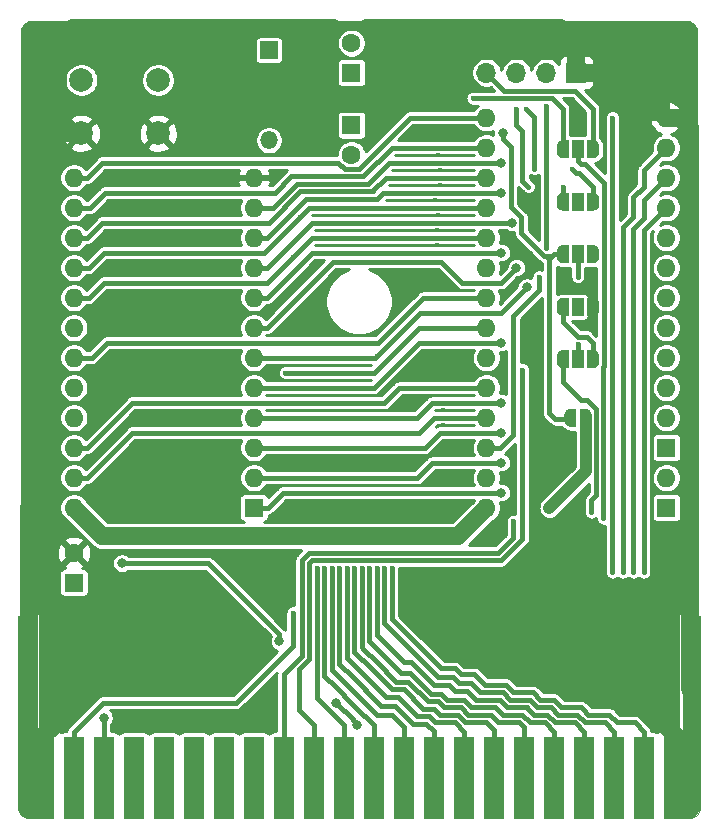
<source format=gbr>
G04 #@! TF.GenerationSoftware,KiCad,Pcbnew,(5.1.5)-3*
G04 #@! TF.CreationDate,2020-10-02T02:33:27-04:00*
G04 #@! TF.ProjectId,commodore-326173-01,636f6d6d-6f64-46f7-9265-2d3332363137,rev?*
G04 #@! TF.SameCoordinates,Original*
G04 #@! TF.FileFunction,Copper,L2,Bot*
G04 #@! TF.FilePolarity,Positive*
%FSLAX46Y46*%
G04 Gerber Fmt 4.6, Leading zero omitted, Abs format (unit mm)*
G04 Created by KiCad (PCBNEW (5.1.5)-3) date 2020-10-02 02:33:27*
%MOMM*%
%LPD*%
G04 APERTURE LIST*
%ADD10C,0.100000*%
%ADD11C,0.500000*%
%ADD12R,1.600000X1.600000*%
%ADD13O,1.600000X1.600000*%
%ADD14C,1.600000*%
%ADD15R,1.500000X1.500000*%
%ADD16O,1.500000X1.500000*%
%ADD17C,2.000000*%
%ADD18R,1.750000X7.000000*%
%ADD19R,1.000000X1.500000*%
%ADD20R,1.700000X1.700000*%
%ADD21O,1.700000X1.700000*%
%ADD22C,0.400000*%
%ADD23C,0.800000*%
%ADD24C,1.500000*%
%ADD25C,0.400000*%
%ADD26C,1.000000*%
%ADD27C,0.288000*%
G04 APERTURE END LIST*
D10*
G36*
X169735500Y-148209000D02*
G01*
X170434000Y-148209000D01*
X170878500Y-147955000D01*
X171132500Y-147510500D01*
X171132500Y-147256500D01*
X171132500Y-131127500D01*
X169735500Y-131127500D01*
X169735500Y-148209000D01*
G37*
X169735500Y-148209000D02*
X170434000Y-148209000D01*
X170878500Y-147955000D01*
X171132500Y-147510500D01*
X171132500Y-147256500D01*
X171132500Y-131127500D01*
X169735500Y-131127500D01*
X169735500Y-148209000D01*
G36*
X114744500Y-148209000D02*
G01*
X114046000Y-148209000D01*
X113601500Y-147955000D01*
X113347500Y-147510500D01*
X113347500Y-147256500D01*
X113347500Y-131127500D01*
X114744500Y-131127500D01*
X114744500Y-148209000D01*
G37*
X114744500Y-148209000D02*
X114046000Y-148209000D01*
X113601500Y-147955000D01*
X113347500Y-147510500D01*
X113347500Y-147256500D01*
X113347500Y-131127500D01*
X114744500Y-131127500D01*
X114744500Y-148209000D01*
D11*
X169125900Y-141541500D02*
G75*
G03X169951400Y-140716000I0J825500D01*
G01*
X114541300Y-140716000D02*
G75*
G03X115366800Y-141541500I825500J0D01*
G01*
D12*
X168275000Y-116840000D03*
D13*
X153035000Y-88900000D03*
X168275000Y-114300000D03*
X153035000Y-91440000D03*
X168275000Y-111760000D03*
X153035000Y-93980000D03*
X168275000Y-109220000D03*
X153035000Y-96520000D03*
X168275000Y-106680000D03*
X153035000Y-99060000D03*
X168275000Y-104140000D03*
X153035000Y-101600000D03*
X168275000Y-101600000D03*
X153035000Y-104140000D03*
X168275000Y-99060000D03*
X153035000Y-106680000D03*
X168275000Y-96520000D03*
X153035000Y-109220000D03*
X168275000Y-93980000D03*
X153035000Y-111760000D03*
X168275000Y-91440000D03*
X153035000Y-114300000D03*
X168275000Y-88900000D03*
X153035000Y-116840000D03*
D12*
X118110000Y-128270000D03*
D14*
X118110000Y-125770000D03*
D12*
X141605000Y-89535000D03*
D14*
X141605000Y-92035000D03*
X141605000Y-82590000D03*
D12*
X141605000Y-85090000D03*
D15*
X134620000Y-83185000D03*
D16*
X134620000Y-90805000D03*
D17*
X118745000Y-90225000D03*
X118745000Y-85725000D03*
X125245000Y-90225000D03*
X125245000Y-85725000D03*
D12*
X168275000Y-121920000D03*
D13*
X153035000Y-88900000D03*
X168275000Y-119380000D03*
X153035000Y-91440000D03*
X168275000Y-116840000D03*
X153035000Y-93980000D03*
X168275000Y-114300000D03*
X153035000Y-96520000D03*
X168275000Y-111760000D03*
X153035000Y-99060000D03*
X168275000Y-109220000D03*
X153035000Y-101600000D03*
X168275000Y-106680000D03*
X153035000Y-104140000D03*
X168275000Y-104140000D03*
X153035000Y-106680000D03*
X168275000Y-101600000D03*
X153035000Y-109220000D03*
X168275000Y-99060000D03*
X153035000Y-111760000D03*
X168275000Y-96520000D03*
X153035000Y-114300000D03*
X168275000Y-93980000D03*
X153035000Y-116840000D03*
X168275000Y-91440000D03*
X153035000Y-119380000D03*
X168275000Y-88900000D03*
X153035000Y-121920000D03*
D18*
X125730000Y-144780000D03*
X123190000Y-144780000D03*
X118110000Y-144780000D03*
X120650000Y-144780000D03*
X151130000Y-144780000D03*
X140970000Y-144780000D03*
X153670000Y-144780000D03*
X156210000Y-144780000D03*
X143510000Y-144780000D03*
X148590000Y-144780000D03*
X146050000Y-144780000D03*
X168910000Y-144780000D03*
X163830000Y-144780000D03*
X166370000Y-144780000D03*
X158750000Y-144780000D03*
X161290000Y-144780000D03*
X115570000Y-144780000D03*
X128270000Y-144780000D03*
X135890000Y-144780000D03*
X130810000Y-144780000D03*
X138430000Y-144780000D03*
X133350000Y-144780000D03*
G04 #@! TA.AperFunction,SMDPad,CuDef*
D10*
G36*
X160032000Y-110097000D02*
G01*
X159482000Y-110097000D01*
X159482000Y-110096398D01*
X159457466Y-110096398D01*
X159408635Y-110091588D01*
X159360510Y-110082016D01*
X159313555Y-110067772D01*
X159268222Y-110048995D01*
X159224949Y-110025864D01*
X159184150Y-109998604D01*
X159146221Y-109967476D01*
X159111524Y-109932779D01*
X159080396Y-109894850D01*
X159053136Y-109854051D01*
X159030005Y-109810778D01*
X159011228Y-109765445D01*
X158996984Y-109718490D01*
X158987412Y-109670365D01*
X158982602Y-109621534D01*
X158982602Y-109597000D01*
X158982000Y-109597000D01*
X158982000Y-109097000D01*
X158982602Y-109097000D01*
X158982602Y-109072466D01*
X158987412Y-109023635D01*
X158996984Y-108975510D01*
X159011228Y-108928555D01*
X159030005Y-108883222D01*
X159053136Y-108839949D01*
X159080396Y-108799150D01*
X159111524Y-108761221D01*
X159146221Y-108726524D01*
X159184150Y-108695396D01*
X159224949Y-108668136D01*
X159268222Y-108645005D01*
X159313555Y-108626228D01*
X159360510Y-108611984D01*
X159408635Y-108602412D01*
X159457466Y-108597602D01*
X159482000Y-108597602D01*
X159482000Y-108597000D01*
X160032000Y-108597000D01*
X160032000Y-110097000D01*
G37*
G04 #@! TD.AperFunction*
G04 #@! TA.AperFunction,SMDPad,CuDef*
G36*
X162082000Y-108597602D02*
G01*
X162106534Y-108597602D01*
X162155365Y-108602412D01*
X162203490Y-108611984D01*
X162250445Y-108626228D01*
X162295778Y-108645005D01*
X162339051Y-108668136D01*
X162379850Y-108695396D01*
X162417779Y-108726524D01*
X162452476Y-108761221D01*
X162483604Y-108799150D01*
X162510864Y-108839949D01*
X162533995Y-108883222D01*
X162552772Y-108928555D01*
X162567016Y-108975510D01*
X162576588Y-109023635D01*
X162581398Y-109072466D01*
X162581398Y-109097000D01*
X162582000Y-109097000D01*
X162582000Y-109597000D01*
X162581398Y-109597000D01*
X162581398Y-109621534D01*
X162576588Y-109670365D01*
X162567016Y-109718490D01*
X162552772Y-109765445D01*
X162533995Y-109810778D01*
X162510864Y-109854051D01*
X162483604Y-109894850D01*
X162452476Y-109932779D01*
X162417779Y-109967476D01*
X162379850Y-109998604D01*
X162339051Y-110025864D01*
X162295778Y-110048995D01*
X162250445Y-110067772D01*
X162203490Y-110082016D01*
X162155365Y-110091588D01*
X162106534Y-110096398D01*
X162082000Y-110096398D01*
X162082000Y-110097000D01*
X161532000Y-110097000D01*
X161532000Y-108597000D01*
X162082000Y-108597000D01*
X162082000Y-108597602D01*
G37*
G04 #@! TD.AperFunction*
D19*
X160782000Y-109347000D03*
X160782000Y-104902000D03*
G04 #@! TA.AperFunction,SMDPad,CuDef*
D10*
G36*
X162082000Y-104152602D02*
G01*
X162106534Y-104152602D01*
X162155365Y-104157412D01*
X162203490Y-104166984D01*
X162250445Y-104181228D01*
X162295778Y-104200005D01*
X162339051Y-104223136D01*
X162379850Y-104250396D01*
X162417779Y-104281524D01*
X162452476Y-104316221D01*
X162483604Y-104354150D01*
X162510864Y-104394949D01*
X162533995Y-104438222D01*
X162552772Y-104483555D01*
X162567016Y-104530510D01*
X162576588Y-104578635D01*
X162581398Y-104627466D01*
X162581398Y-104652000D01*
X162582000Y-104652000D01*
X162582000Y-105152000D01*
X162581398Y-105152000D01*
X162581398Y-105176534D01*
X162576588Y-105225365D01*
X162567016Y-105273490D01*
X162552772Y-105320445D01*
X162533995Y-105365778D01*
X162510864Y-105409051D01*
X162483604Y-105449850D01*
X162452476Y-105487779D01*
X162417779Y-105522476D01*
X162379850Y-105553604D01*
X162339051Y-105580864D01*
X162295778Y-105603995D01*
X162250445Y-105622772D01*
X162203490Y-105637016D01*
X162155365Y-105646588D01*
X162106534Y-105651398D01*
X162082000Y-105651398D01*
X162082000Y-105652000D01*
X161532000Y-105652000D01*
X161532000Y-104152000D01*
X162082000Y-104152000D01*
X162082000Y-104152602D01*
G37*
G04 #@! TD.AperFunction*
G04 #@! TA.AperFunction,SMDPad,CuDef*
G36*
X160032000Y-105652000D02*
G01*
X159482000Y-105652000D01*
X159482000Y-105651398D01*
X159457466Y-105651398D01*
X159408635Y-105646588D01*
X159360510Y-105637016D01*
X159313555Y-105622772D01*
X159268222Y-105603995D01*
X159224949Y-105580864D01*
X159184150Y-105553604D01*
X159146221Y-105522476D01*
X159111524Y-105487779D01*
X159080396Y-105449850D01*
X159053136Y-105409051D01*
X159030005Y-105365778D01*
X159011228Y-105320445D01*
X158996984Y-105273490D01*
X158987412Y-105225365D01*
X158982602Y-105176534D01*
X158982602Y-105152000D01*
X158982000Y-105152000D01*
X158982000Y-104652000D01*
X158982602Y-104652000D01*
X158982602Y-104627466D01*
X158987412Y-104578635D01*
X158996984Y-104530510D01*
X159011228Y-104483555D01*
X159030005Y-104438222D01*
X159053136Y-104394949D01*
X159080396Y-104354150D01*
X159111524Y-104316221D01*
X159146221Y-104281524D01*
X159184150Y-104250396D01*
X159224949Y-104223136D01*
X159268222Y-104200005D01*
X159313555Y-104181228D01*
X159360510Y-104166984D01*
X159408635Y-104157412D01*
X159457466Y-104152602D01*
X159482000Y-104152602D01*
X159482000Y-104152000D01*
X160032000Y-104152000D01*
X160032000Y-105652000D01*
G37*
G04 #@! TD.AperFunction*
D19*
X160782000Y-100457000D03*
G04 #@! TA.AperFunction,SMDPad,CuDef*
D10*
G36*
X162082000Y-99707602D02*
G01*
X162106534Y-99707602D01*
X162155365Y-99712412D01*
X162203490Y-99721984D01*
X162250445Y-99736228D01*
X162295778Y-99755005D01*
X162339051Y-99778136D01*
X162379850Y-99805396D01*
X162417779Y-99836524D01*
X162452476Y-99871221D01*
X162483604Y-99909150D01*
X162510864Y-99949949D01*
X162533995Y-99993222D01*
X162552772Y-100038555D01*
X162567016Y-100085510D01*
X162576588Y-100133635D01*
X162581398Y-100182466D01*
X162581398Y-100207000D01*
X162582000Y-100207000D01*
X162582000Y-100707000D01*
X162581398Y-100707000D01*
X162581398Y-100731534D01*
X162576588Y-100780365D01*
X162567016Y-100828490D01*
X162552772Y-100875445D01*
X162533995Y-100920778D01*
X162510864Y-100964051D01*
X162483604Y-101004850D01*
X162452476Y-101042779D01*
X162417779Y-101077476D01*
X162379850Y-101108604D01*
X162339051Y-101135864D01*
X162295778Y-101158995D01*
X162250445Y-101177772D01*
X162203490Y-101192016D01*
X162155365Y-101201588D01*
X162106534Y-101206398D01*
X162082000Y-101206398D01*
X162082000Y-101207000D01*
X161532000Y-101207000D01*
X161532000Y-99707000D01*
X162082000Y-99707000D01*
X162082000Y-99707602D01*
G37*
G04 #@! TD.AperFunction*
G04 #@! TA.AperFunction,SMDPad,CuDef*
G36*
X160032000Y-101207000D02*
G01*
X159482000Y-101207000D01*
X159482000Y-101206398D01*
X159457466Y-101206398D01*
X159408635Y-101201588D01*
X159360510Y-101192016D01*
X159313555Y-101177772D01*
X159268222Y-101158995D01*
X159224949Y-101135864D01*
X159184150Y-101108604D01*
X159146221Y-101077476D01*
X159111524Y-101042779D01*
X159080396Y-101004850D01*
X159053136Y-100964051D01*
X159030005Y-100920778D01*
X159011228Y-100875445D01*
X158996984Y-100828490D01*
X158987412Y-100780365D01*
X158982602Y-100731534D01*
X158982602Y-100707000D01*
X158982000Y-100707000D01*
X158982000Y-100207000D01*
X158982602Y-100207000D01*
X158982602Y-100182466D01*
X158987412Y-100133635D01*
X158996984Y-100085510D01*
X159011228Y-100038555D01*
X159030005Y-99993222D01*
X159053136Y-99949949D01*
X159080396Y-99909150D01*
X159111524Y-99871221D01*
X159146221Y-99836524D01*
X159184150Y-99805396D01*
X159224949Y-99778136D01*
X159268222Y-99755005D01*
X159313555Y-99736228D01*
X159360510Y-99721984D01*
X159408635Y-99712412D01*
X159457466Y-99707602D01*
X159482000Y-99707602D01*
X159482000Y-99707000D01*
X160032000Y-99707000D01*
X160032000Y-101207000D01*
G37*
G04 #@! TD.AperFunction*
G04 #@! TA.AperFunction,SMDPad,CuDef*
G36*
X160032000Y-96762000D02*
G01*
X159482000Y-96762000D01*
X159482000Y-96761398D01*
X159457466Y-96761398D01*
X159408635Y-96756588D01*
X159360510Y-96747016D01*
X159313555Y-96732772D01*
X159268222Y-96713995D01*
X159224949Y-96690864D01*
X159184150Y-96663604D01*
X159146221Y-96632476D01*
X159111524Y-96597779D01*
X159080396Y-96559850D01*
X159053136Y-96519051D01*
X159030005Y-96475778D01*
X159011228Y-96430445D01*
X158996984Y-96383490D01*
X158987412Y-96335365D01*
X158982602Y-96286534D01*
X158982602Y-96262000D01*
X158982000Y-96262000D01*
X158982000Y-95762000D01*
X158982602Y-95762000D01*
X158982602Y-95737466D01*
X158987412Y-95688635D01*
X158996984Y-95640510D01*
X159011228Y-95593555D01*
X159030005Y-95548222D01*
X159053136Y-95504949D01*
X159080396Y-95464150D01*
X159111524Y-95426221D01*
X159146221Y-95391524D01*
X159184150Y-95360396D01*
X159224949Y-95333136D01*
X159268222Y-95310005D01*
X159313555Y-95291228D01*
X159360510Y-95276984D01*
X159408635Y-95267412D01*
X159457466Y-95262602D01*
X159482000Y-95262602D01*
X159482000Y-95262000D01*
X160032000Y-95262000D01*
X160032000Y-96762000D01*
G37*
G04 #@! TD.AperFunction*
G04 #@! TA.AperFunction,SMDPad,CuDef*
G36*
X162082000Y-95262602D02*
G01*
X162106534Y-95262602D01*
X162155365Y-95267412D01*
X162203490Y-95276984D01*
X162250445Y-95291228D01*
X162295778Y-95310005D01*
X162339051Y-95333136D01*
X162379850Y-95360396D01*
X162417779Y-95391524D01*
X162452476Y-95426221D01*
X162483604Y-95464150D01*
X162510864Y-95504949D01*
X162533995Y-95548222D01*
X162552772Y-95593555D01*
X162567016Y-95640510D01*
X162576588Y-95688635D01*
X162581398Y-95737466D01*
X162581398Y-95762000D01*
X162582000Y-95762000D01*
X162582000Y-96262000D01*
X162581398Y-96262000D01*
X162581398Y-96286534D01*
X162576588Y-96335365D01*
X162567016Y-96383490D01*
X162552772Y-96430445D01*
X162533995Y-96475778D01*
X162510864Y-96519051D01*
X162483604Y-96559850D01*
X162452476Y-96597779D01*
X162417779Y-96632476D01*
X162379850Y-96663604D01*
X162339051Y-96690864D01*
X162295778Y-96713995D01*
X162250445Y-96732772D01*
X162203490Y-96747016D01*
X162155365Y-96756588D01*
X162106534Y-96761398D01*
X162082000Y-96761398D01*
X162082000Y-96762000D01*
X161532000Y-96762000D01*
X161532000Y-95262000D01*
X162082000Y-95262000D01*
X162082000Y-95262602D01*
G37*
G04 #@! TD.AperFunction*
D19*
X160782000Y-96012000D03*
G04 #@! TA.AperFunction,SMDPad,CuDef*
D10*
G36*
X160032000Y-92317000D02*
G01*
X159482000Y-92317000D01*
X159482000Y-92316398D01*
X159457466Y-92316398D01*
X159408635Y-92311588D01*
X159360510Y-92302016D01*
X159313555Y-92287772D01*
X159268222Y-92268995D01*
X159224949Y-92245864D01*
X159184150Y-92218604D01*
X159146221Y-92187476D01*
X159111524Y-92152779D01*
X159080396Y-92114850D01*
X159053136Y-92074051D01*
X159030005Y-92030778D01*
X159011228Y-91985445D01*
X158996984Y-91938490D01*
X158987412Y-91890365D01*
X158982602Y-91841534D01*
X158982602Y-91817000D01*
X158982000Y-91817000D01*
X158982000Y-91317000D01*
X158982602Y-91317000D01*
X158982602Y-91292466D01*
X158987412Y-91243635D01*
X158996984Y-91195510D01*
X159011228Y-91148555D01*
X159030005Y-91103222D01*
X159053136Y-91059949D01*
X159080396Y-91019150D01*
X159111524Y-90981221D01*
X159146221Y-90946524D01*
X159184150Y-90915396D01*
X159224949Y-90888136D01*
X159268222Y-90865005D01*
X159313555Y-90846228D01*
X159360510Y-90831984D01*
X159408635Y-90822412D01*
X159457466Y-90817602D01*
X159482000Y-90817602D01*
X159482000Y-90817000D01*
X160032000Y-90817000D01*
X160032000Y-92317000D01*
G37*
G04 #@! TD.AperFunction*
G04 #@! TA.AperFunction,SMDPad,CuDef*
G36*
X162082000Y-90817602D02*
G01*
X162106534Y-90817602D01*
X162155365Y-90822412D01*
X162203490Y-90831984D01*
X162250445Y-90846228D01*
X162295778Y-90865005D01*
X162339051Y-90888136D01*
X162379850Y-90915396D01*
X162417779Y-90946524D01*
X162452476Y-90981221D01*
X162483604Y-91019150D01*
X162510864Y-91059949D01*
X162533995Y-91103222D01*
X162552772Y-91148555D01*
X162567016Y-91195510D01*
X162576588Y-91243635D01*
X162581398Y-91292466D01*
X162581398Y-91317000D01*
X162582000Y-91317000D01*
X162582000Y-91817000D01*
X162581398Y-91817000D01*
X162581398Y-91841534D01*
X162576588Y-91890365D01*
X162567016Y-91938490D01*
X162552772Y-91985445D01*
X162533995Y-92030778D01*
X162510864Y-92074051D01*
X162483604Y-92114850D01*
X162452476Y-92152779D01*
X162417779Y-92187476D01*
X162379850Y-92218604D01*
X162339051Y-92245864D01*
X162295778Y-92268995D01*
X162250445Y-92287772D01*
X162203490Y-92302016D01*
X162155365Y-92311588D01*
X162106534Y-92316398D01*
X162082000Y-92316398D01*
X162082000Y-92317000D01*
X161532000Y-92317000D01*
X161532000Y-90817000D01*
X162082000Y-90817000D01*
X162082000Y-90817602D01*
G37*
G04 #@! TD.AperFunction*
D19*
X160782000Y-91567000D03*
D20*
X160655000Y-85090000D03*
D21*
X158115000Y-85090000D03*
X155575000Y-85090000D03*
X153035000Y-85090000D03*
D12*
X133350000Y-121920000D03*
D13*
X118110000Y-93980000D03*
X133350000Y-119380000D03*
X118110000Y-96520000D03*
X133350000Y-116840000D03*
X118110000Y-99060000D03*
X133350000Y-114300000D03*
X118110000Y-101600000D03*
X133350000Y-111760000D03*
X118110000Y-104140000D03*
X133350000Y-109220000D03*
X118110000Y-106680000D03*
X133350000Y-106680000D03*
X118110000Y-109220000D03*
X133350000Y-104140000D03*
X118110000Y-111760000D03*
X133350000Y-101600000D03*
X118110000Y-114300000D03*
X133350000Y-99060000D03*
X118110000Y-116840000D03*
X133350000Y-96520000D03*
X118110000Y-119380000D03*
X133350000Y-93980000D03*
X118110000Y-121920000D03*
G04 #@! TA.AperFunction,SMDPad,CuDef*
D10*
G36*
X160632000Y-115050000D02*
G01*
X160132000Y-115050000D01*
X160132000Y-115049398D01*
X160107466Y-115049398D01*
X160058635Y-115044588D01*
X160010510Y-115035016D01*
X159963555Y-115020772D01*
X159918222Y-115001995D01*
X159874949Y-114978864D01*
X159834150Y-114951604D01*
X159796221Y-114920476D01*
X159761524Y-114885779D01*
X159730396Y-114847850D01*
X159703136Y-114807051D01*
X159680005Y-114763778D01*
X159661228Y-114718445D01*
X159646984Y-114671490D01*
X159637412Y-114623365D01*
X159632602Y-114574534D01*
X159632602Y-114550000D01*
X159632000Y-114550000D01*
X159632000Y-114050000D01*
X159632602Y-114050000D01*
X159632602Y-114025466D01*
X159637412Y-113976635D01*
X159646984Y-113928510D01*
X159661228Y-113881555D01*
X159680005Y-113836222D01*
X159703136Y-113792949D01*
X159730396Y-113752150D01*
X159761524Y-113714221D01*
X159796221Y-113679524D01*
X159834150Y-113648396D01*
X159874949Y-113621136D01*
X159918222Y-113598005D01*
X159963555Y-113579228D01*
X160010510Y-113564984D01*
X160058635Y-113555412D01*
X160107466Y-113550602D01*
X160132000Y-113550602D01*
X160132000Y-113550000D01*
X160632000Y-113550000D01*
X160632000Y-115050000D01*
G37*
G04 #@! TD.AperFunction*
G04 #@! TA.AperFunction,SMDPad,CuDef*
G36*
X161432000Y-113550602D02*
G01*
X161456534Y-113550602D01*
X161505365Y-113555412D01*
X161553490Y-113564984D01*
X161600445Y-113579228D01*
X161645778Y-113598005D01*
X161689051Y-113621136D01*
X161729850Y-113648396D01*
X161767779Y-113679524D01*
X161802476Y-113714221D01*
X161833604Y-113752150D01*
X161860864Y-113792949D01*
X161883995Y-113836222D01*
X161902772Y-113881555D01*
X161917016Y-113928510D01*
X161926588Y-113976635D01*
X161931398Y-114025466D01*
X161931398Y-114050000D01*
X161932000Y-114050000D01*
X161932000Y-114550000D01*
X161931398Y-114550000D01*
X161931398Y-114574534D01*
X161926588Y-114623365D01*
X161917016Y-114671490D01*
X161902772Y-114718445D01*
X161883995Y-114763778D01*
X161860864Y-114807051D01*
X161833604Y-114847850D01*
X161802476Y-114885779D01*
X161767779Y-114920476D01*
X161729850Y-114951604D01*
X161689051Y-114978864D01*
X161645778Y-115001995D01*
X161600445Y-115020772D01*
X161553490Y-115035016D01*
X161505365Y-115044588D01*
X161456534Y-115049398D01*
X161432000Y-115049398D01*
X161432000Y-115050000D01*
X160932000Y-115050000D01*
X160932000Y-113550000D01*
X161432000Y-113550000D01*
X161432000Y-113550602D01*
G37*
G04 #@! TD.AperFunction*
D22*
X162306000Y-104902000D03*
D23*
X170180000Y-139700000D03*
X115570000Y-121158000D03*
X114300000Y-139523533D03*
X124841000Y-130048000D03*
X170180000Y-105410000D03*
D22*
X148971000Y-110109000D03*
X147574000Y-112649000D03*
X149098000Y-102870000D03*
X148844000Y-99695000D03*
X148844000Y-98425000D03*
X148971000Y-97155000D03*
X148717000Y-95885000D03*
X149098000Y-94615000D03*
X149098000Y-93345000D03*
X148971000Y-92075000D03*
X146558000Y-90297000D03*
X160401000Y-87630000D03*
X149352000Y-114935000D03*
X149352000Y-113665000D03*
X147320000Y-121920000D03*
X153289000Y-124333000D03*
D23*
X158369000Y-121920000D03*
X114300000Y-127762000D03*
X114300000Y-129794000D03*
X168148000Y-140335000D03*
X170233290Y-128089710D03*
X122936000Y-135255000D03*
X119761000Y-131826000D03*
X125095000Y-139573000D03*
X156210000Y-100457000D03*
D22*
X156972000Y-96647000D03*
X150876000Y-90170000D03*
X120650000Y-120523000D03*
X122555000Y-117475000D03*
X119888000Y-114554000D03*
X154813000Y-135636000D03*
X152400000Y-134620000D03*
X149860000Y-133604000D03*
X147828000Y-132461000D03*
X134747000Y-138557000D03*
X137160000Y-89916000D03*
X158623000Y-116713000D03*
X134112000Y-127381000D03*
X131445000Y-135382000D03*
X154051000Y-129159000D03*
X157734000Y-131699000D03*
D23*
X120650000Y-139700000D03*
D22*
X136017000Y-110490000D03*
D23*
X142113000Y-140335000D03*
X140335000Y-138430000D03*
D22*
X136652000Y-130810000D03*
D23*
X154305000Y-120650000D03*
D22*
X140589000Y-127000000D03*
X140589000Y-120650000D03*
X163703000Y-127381000D03*
X163703000Y-88900000D03*
D23*
X154305000Y-118110000D03*
D22*
X141224000Y-127000000D03*
X141224000Y-119380000D03*
X147447000Y-91440000D03*
D23*
X154305000Y-115570000D03*
D22*
X141859000Y-127000000D03*
X141859000Y-116840000D03*
X137922000Y-95123000D03*
D23*
X154305000Y-113030000D03*
D22*
X142494000Y-127000000D03*
X142494000Y-114300000D03*
X137287000Y-97282000D03*
D23*
X154305000Y-107950000D03*
D22*
X143129000Y-127000000D03*
X143129000Y-111760000D03*
X136652000Y-100711000D03*
X143764000Y-127000000D03*
X143764000Y-109093000D03*
D23*
X156464000Y-103251000D03*
D22*
X162082000Y-109063000D03*
X156083000Y-110236000D03*
X144399000Y-127000000D03*
X145796000Y-101092000D03*
D23*
X155575000Y-101600000D03*
D22*
X138684000Y-127000000D03*
X138684000Y-107950000D03*
D23*
X154305000Y-100330000D03*
D22*
X145034000Y-127000000D03*
X146558000Y-100330000D03*
X166370000Y-127381000D03*
D23*
X155194000Y-97790000D03*
D22*
X161925000Y-122301000D03*
X155321000Y-123063000D03*
D23*
X154305000Y-95250000D03*
D22*
X165481000Y-127381000D03*
X139319000Y-127000000D03*
X139319000Y-113030000D03*
D23*
X154305000Y-92710000D03*
D22*
X164592000Y-127381000D03*
X139954000Y-127000000D03*
X139954000Y-115570000D03*
X160782000Y-108077000D03*
X160782000Y-104394000D03*
X160782000Y-102362000D03*
X157480000Y-102362000D03*
X162941000Y-122809000D03*
X160655000Y-95631000D03*
X158115000Y-87884000D03*
X158115000Y-99949000D03*
X162052000Y-99949000D03*
X160274000Y-93218000D03*
X157099000Y-93218000D03*
X156424999Y-88127841D03*
D23*
X154432000Y-90170000D03*
D22*
X159512000Y-94742000D03*
X156591000Y-94742000D03*
X155575000Y-88138000D03*
X151892000Y-87249000D03*
D23*
X135509000Y-133223000D03*
X122174000Y-126619000D03*
D24*
X114681000Y-142113000D02*
X119620000Y-137174000D01*
X170434000Y-137033000D02*
X170434000Y-146431000D01*
X115570000Y-144780000D02*
X115570000Y-144145000D01*
X115570000Y-144145000D02*
X114300000Y-142875000D01*
X114300000Y-144603533D02*
X114300000Y-139700000D01*
X114300000Y-121862315D02*
X114300000Y-121968895D01*
X115004315Y-121158000D02*
X114300000Y-121862315D01*
X115570000Y-121158000D02*
X115004315Y-121158000D01*
D25*
X122388000Y-130048000D02*
X124841000Y-130048000D01*
X118110000Y-125770000D02*
X122388000Y-130048000D01*
D24*
X114300000Y-122809000D02*
X114427000Y-122682000D01*
X114300000Y-122936000D02*
X114300000Y-127762000D01*
X114300000Y-122936000D02*
X114300000Y-122809000D01*
X114300000Y-121968895D02*
X114300000Y-122936000D01*
X114427000Y-84963000D02*
X118049790Y-81340210D01*
X118049790Y-81340210D02*
X140081000Y-81340210D01*
X117021787Y-89916000D02*
X114427000Y-89916000D01*
X117330787Y-90225000D02*
X117021787Y-89916000D01*
X114427000Y-122682000D02*
X114427000Y-89916000D01*
X118745000Y-90225000D02*
X117330787Y-90225000D01*
X114427000Y-89916000D02*
X114427000Y-84963000D01*
X169406370Y-88900000D02*
X170233290Y-89726920D01*
X168275000Y-88900000D02*
X169406370Y-88900000D01*
X170233290Y-89726920D02*
X170233290Y-127889000D01*
X170233290Y-127889000D02*
X170233290Y-128089710D01*
X170233290Y-144345710D02*
X170233290Y-142875000D01*
X168910000Y-144780000D02*
X169799000Y-144780000D01*
X169799000Y-144780000D02*
X170233290Y-144345710D01*
X170233290Y-142948710D02*
X170233290Y-142489106D01*
X168910000Y-144780000D02*
X168910000Y-144272000D01*
X168910000Y-144272000D02*
X170233290Y-142948710D01*
X164465000Y-85090000D02*
X160655000Y-85090000D01*
X168275000Y-88900000D02*
X164465000Y-85090000D01*
X160655000Y-82740000D02*
X159255210Y-81340210D01*
X160655000Y-85090000D02*
X160655000Y-82740000D01*
X159255210Y-81340210D02*
X142945212Y-81340210D01*
D25*
X140081000Y-81340210D02*
X142945212Y-81340210D01*
D24*
X118110000Y-121920000D02*
X120523000Y-124333000D01*
X150622000Y-124333000D02*
X153035000Y-121920000D01*
X120523000Y-124333000D02*
X150622000Y-124333000D01*
D26*
X161432000Y-118857000D02*
X161432000Y-114427000D01*
X158369000Y-121920000D02*
X161432000Y-118857000D01*
D25*
X161432000Y-114300000D02*
X161432000Y-114427000D01*
D24*
X164860000Y-137047000D02*
X168148000Y-140335000D01*
X114300000Y-127762000D02*
X114300000Y-139523533D01*
X168148000Y-140335000D02*
X169799000Y-141986000D01*
X170233290Y-128089710D02*
X170233290Y-137287000D01*
D25*
X120650000Y-144780000D02*
X120650000Y-139700000D01*
X120650000Y-139700000D02*
X120650000Y-139700000D01*
X147320000Y-106680000D02*
X153035000Y-106680000D01*
X143510000Y-110490000D02*
X147320000Y-106680000D01*
X136017000Y-110490000D02*
X143510000Y-110490000D01*
X141713001Y-139935001D02*
X141713001Y-139808001D01*
X142113000Y-140335000D02*
X141713001Y-139935001D01*
X141713001Y-139808001D02*
X140335000Y-138430000D01*
X140335000Y-138430000D02*
X140335000Y-138430000D01*
X118110000Y-140880000D02*
X120560000Y-138430000D01*
X118110000Y-144780000D02*
X118110000Y-140880000D01*
X120560000Y-138430000D02*
X121666000Y-138430000D01*
X121666000Y-138430000D02*
X131826000Y-138430000D01*
X135636000Y-134620000D02*
X136398000Y-133858000D01*
X131826000Y-138430000D02*
X135636000Y-134620000D01*
X136652000Y-133604000D02*
X136652000Y-130810000D01*
X135636000Y-134620000D02*
X136652000Y-133604000D01*
X136652000Y-130810000D02*
X136652000Y-130810000D01*
X134550000Y-121920000D02*
X135820000Y-120650000D01*
X133350000Y-121920000D02*
X134550000Y-121920000D01*
X135820000Y-120650000D02*
X154305000Y-120650000D01*
X154305000Y-120650000D02*
X154305000Y-120650000D01*
X148590000Y-144780000D02*
X148590000Y-140880000D01*
X148590000Y-140880000D02*
X148590000Y-140843000D01*
X148590000Y-140843000D02*
X147955000Y-140208000D01*
X147955000Y-140208000D02*
X146812000Y-140208000D01*
X146812000Y-140208000D02*
X145288000Y-138684000D01*
X145288000Y-138684000D02*
X144145000Y-138684000D01*
X144145000Y-138684000D02*
X141478000Y-136017000D01*
X141478000Y-136017000D02*
X140843000Y-135382000D01*
X140843000Y-135382000D02*
X140589000Y-135128000D01*
X140589000Y-135128000D02*
X140589000Y-132969000D01*
X140589000Y-132969000D02*
X140589000Y-131699000D01*
X140589000Y-131699000D02*
X140589000Y-127000000D01*
X140589000Y-127000000D02*
X140589000Y-127000000D01*
X140503998Y-92710000D02*
X141028999Y-93235001D01*
X120511370Y-92710000D02*
X140503998Y-92710000D01*
X119241370Y-93980000D02*
X120511370Y-92710000D01*
X118110000Y-93980000D02*
X119241370Y-93980000D01*
X141028999Y-93235001D02*
X142222999Y-93235001D01*
X146558000Y-88900000D02*
X153035000Y-88900000D01*
X142222999Y-93235001D02*
X146558000Y-88900000D01*
X163703000Y-127381000D02*
X163703000Y-88900000D01*
X163703000Y-88900000D02*
X163703000Y-88900000D01*
X133350000Y-119380000D02*
X147193000Y-119380000D01*
X147193000Y-119380000D02*
X148463000Y-118110000D01*
X148463000Y-118110000D02*
X154305000Y-118110000D01*
X154305000Y-118110000D02*
X154305000Y-118110000D01*
X151130000Y-140880000D02*
X150331000Y-140081000D01*
X151130000Y-144780000D02*
X151130000Y-140880000D01*
X150331000Y-140081000D02*
X149098000Y-140081000D01*
X149098000Y-140081000D02*
X148844000Y-140081000D01*
X148844000Y-140081000D02*
X148717000Y-140081000D01*
X148717000Y-140081000D02*
X148209000Y-139573000D01*
X148209000Y-139573000D02*
X147193000Y-139573000D01*
X147193000Y-139573000D02*
X145542000Y-137922000D01*
X145542000Y-137922000D02*
X144526000Y-137922000D01*
X144526000Y-137922000D02*
X142240000Y-135636000D01*
X142240000Y-135636000D02*
X141478000Y-134874000D01*
X141478000Y-134874000D02*
X141224000Y-134620000D01*
X141224000Y-134620000D02*
X141224000Y-131699000D01*
X141224000Y-131699000D02*
X141224000Y-129921000D01*
X141224000Y-129921000D02*
X141224000Y-127000000D01*
X141224000Y-127000000D02*
X141224000Y-127000000D01*
X151765000Y-91440000D02*
X153035000Y-91440000D01*
X145034000Y-91440000D02*
X151765000Y-91440000D01*
X142621000Y-93853000D02*
X145034000Y-91440000D01*
X118110000Y-96520000D02*
X119495370Y-96520000D01*
X135128000Y-95250000D02*
X136525000Y-93853000D01*
X136525000Y-93853000D02*
X142621000Y-93853000D01*
X119495370Y-96520000D02*
X120765370Y-95250000D01*
X120765370Y-95250000D02*
X135128000Y-95250000D01*
X133350000Y-116840000D02*
X147828000Y-116840000D01*
X147828000Y-116840000D02*
X149098000Y-115570000D01*
X149098000Y-115570000D02*
X154305000Y-115570000D01*
X154305000Y-115570000D02*
X154305000Y-115570000D01*
X153670000Y-144780000D02*
X153670000Y-140880000D01*
X153670000Y-140880000D02*
X153670000Y-140716000D01*
X153670000Y-140716000D02*
X153035000Y-140081000D01*
X153035000Y-140081000D02*
X151257000Y-140081000D01*
X151257000Y-140081000D02*
X150622000Y-139446000D01*
X150622000Y-139446000D02*
X149098000Y-139446000D01*
X149098000Y-139446000D02*
X148590000Y-138938000D01*
X148590000Y-138938000D02*
X147701000Y-138938000D01*
X147701000Y-138938000D02*
X146050000Y-137287000D01*
X146050000Y-137287000D02*
X145034000Y-137287000D01*
X145034000Y-137287000D02*
X143002000Y-135255000D01*
X143002000Y-135255000D02*
X142113000Y-134366000D01*
X142113000Y-134366000D02*
X141859000Y-134112000D01*
X141859000Y-134112000D02*
X141859000Y-132969000D01*
X141859000Y-132969000D02*
X141859000Y-131699000D01*
X141859000Y-131699000D02*
X141859000Y-127762000D01*
X141859000Y-127762000D02*
X141859000Y-127000000D01*
X141859000Y-127000000D02*
X141859000Y-127000000D01*
X144526000Y-93980000D02*
X151892000Y-93980000D01*
X151892000Y-93980000D02*
X153035000Y-93980000D01*
X151765000Y-93980000D02*
X151892000Y-93980000D01*
X119241370Y-99060000D02*
X120511370Y-97790000D01*
X118110000Y-99060000D02*
X119241370Y-99060000D01*
X120511370Y-97790000D02*
X134620000Y-97790000D01*
X134620000Y-97790000D02*
X137287000Y-95123000D01*
X137287000Y-95123000D02*
X141605000Y-95123000D01*
X141605000Y-95123000D02*
X143383000Y-95123000D01*
X143417990Y-95088010D02*
X143383000Y-95123000D01*
X143383000Y-95123000D02*
X144526000Y-93980000D01*
X133350000Y-114300000D02*
X147193000Y-114300000D01*
X147193000Y-114300000D02*
X148463000Y-113030000D01*
X148463000Y-113030000D02*
X154305000Y-113030000D01*
X154305000Y-113030000D02*
X154305000Y-113030000D01*
X156210000Y-144780000D02*
X156210000Y-142224998D01*
X156210000Y-142224998D02*
X156210000Y-140970000D01*
X156210000Y-140970000D02*
X156210000Y-140462000D01*
X156210000Y-140462000D02*
X155829000Y-140081000D01*
X155829000Y-140081000D02*
X154051000Y-140081000D01*
X154051000Y-140081000D02*
X153416000Y-139446000D01*
X153416000Y-139446000D02*
X151511000Y-139446000D01*
X151511000Y-139446000D02*
X150876000Y-138811000D01*
X150876000Y-138811000D02*
X149479000Y-138811000D01*
X149479000Y-138811000D02*
X148971000Y-138303000D01*
X148971000Y-138303000D02*
X148082000Y-138303000D01*
X148082000Y-138303000D02*
X146431000Y-136652000D01*
X146431000Y-136652000D02*
X145415000Y-136652000D01*
X145415000Y-136652000D02*
X143764000Y-135001000D01*
X143764000Y-135001000D02*
X142621000Y-133858000D01*
X142621000Y-133858000D02*
X142494000Y-133731000D01*
X142494000Y-133731000D02*
X142494000Y-131699000D01*
X142494000Y-131699000D02*
X142494000Y-127381000D01*
X142494000Y-127381000D02*
X142494000Y-127000000D01*
X142494000Y-127000000D02*
X142494000Y-127000000D01*
X151343542Y-96520000D02*
X153035000Y-96520000D01*
X119380000Y-101600000D02*
X120650000Y-100330000D01*
X134239000Y-100330000D02*
X138049000Y-96520000D01*
X118110000Y-101600000D02*
X119380000Y-101600000D01*
X120650000Y-100330000D02*
X134239000Y-100330000D01*
X138049000Y-96520000D02*
X151343542Y-96520000D01*
X147320000Y-107950000D02*
X154305000Y-107950000D01*
X133350000Y-111760000D02*
X143510000Y-111760000D01*
X143510000Y-111760000D02*
X147320000Y-107950000D01*
X158750000Y-140880000D02*
X157951000Y-140081000D01*
X158750000Y-144780000D02*
X158750000Y-140880000D01*
X157951000Y-140081000D02*
X156718000Y-140081000D01*
X156718000Y-140081000D02*
X156083000Y-139446000D01*
X156083000Y-139446000D02*
X154940000Y-139446000D01*
X154940000Y-139446000D02*
X154432000Y-139446000D01*
X154432000Y-139446000D02*
X153797000Y-138811000D01*
X153797000Y-138811000D02*
X151765000Y-138811000D01*
X151765000Y-138811000D02*
X151130000Y-138176000D01*
X151130000Y-138176000D02*
X150114000Y-138176000D01*
X150114000Y-138176000D02*
X149733000Y-138176000D01*
X149733000Y-138176000D02*
X149225000Y-137668000D01*
X149225000Y-137668000D02*
X148336000Y-137668000D01*
X148336000Y-137668000D02*
X146558000Y-135890000D01*
X146558000Y-135890000D02*
X145796000Y-135890000D01*
X145796000Y-135890000D02*
X144526000Y-134620000D01*
X144526000Y-134620000D02*
X143510000Y-133604000D01*
X143510000Y-133604000D02*
X143129000Y-133223000D01*
X143129000Y-133223000D02*
X143129000Y-127000000D01*
X143129000Y-127000000D02*
X143129000Y-127000000D01*
X118110000Y-104140000D02*
X119380000Y-104140000D01*
X119380000Y-104140000D02*
X120650000Y-102870000D01*
X120650000Y-102870000D02*
X134493000Y-102870000D01*
X138303000Y-99060000D02*
X153035000Y-99060000D01*
X134493000Y-102870000D02*
X138303000Y-99060000D01*
X133350000Y-109220000D02*
X143637000Y-109220000D01*
X143637000Y-109220000D02*
X147447000Y-105410000D01*
X147447000Y-105410000D02*
X154305000Y-105410000D01*
X161290000Y-140880000D02*
X160491000Y-140081000D01*
X161290000Y-144780000D02*
X161290000Y-140880000D01*
X160491000Y-140081000D02*
X158877000Y-140081000D01*
X158799542Y-140081000D02*
X158164542Y-139446000D01*
X158877000Y-140081000D02*
X158799542Y-140081000D01*
X158164542Y-139446000D02*
X157099000Y-139446000D01*
X157099000Y-139446000D02*
X156591000Y-138938000D01*
X156591000Y-138938000D02*
X156464000Y-138811000D01*
X156464000Y-138811000D02*
X154813000Y-138811000D01*
X154813000Y-138811000D02*
X154178000Y-138176000D01*
X154178000Y-138176000D02*
X152146000Y-138176000D01*
X152146000Y-138176000D02*
X151384000Y-137414000D01*
X151384000Y-137414000D02*
X150368000Y-137414000D01*
X150368000Y-137414000D02*
X149860000Y-136906000D01*
X149860000Y-136906000D02*
X148590000Y-136906000D01*
X148590000Y-136906000D02*
X147320000Y-135636000D01*
X147320000Y-135636000D02*
X146685000Y-135001000D01*
X146685000Y-135001000D02*
X146050000Y-135001000D01*
X146050000Y-135001000D02*
X145288000Y-134239000D01*
X145288000Y-134239000D02*
X144272000Y-133223000D01*
X144272000Y-133223000D02*
X143764000Y-132715000D01*
X143764000Y-132715000D02*
X143764000Y-127000000D01*
X143764000Y-127000000D02*
X143764000Y-127000000D01*
X154305000Y-105410000D02*
X156464000Y-103251000D01*
X159482000Y-105649592D02*
X159512000Y-105679592D01*
X159482000Y-104902000D02*
X159482000Y-105649592D01*
X159512000Y-105679592D02*
X159512000Y-106172000D01*
X159512000Y-106172000D02*
X160782000Y-107442000D01*
X160782000Y-107442000D02*
X161544000Y-107442000D01*
X162082000Y-107980000D02*
X162082000Y-109063000D01*
X161544000Y-107442000D02*
X162082000Y-107980000D01*
X162082000Y-109063000D02*
X162082000Y-109347000D01*
X137160000Y-139065000D02*
X138430000Y-140335000D01*
X137160000Y-135595542D02*
X137160000Y-139065000D01*
X138014009Y-134741533D02*
X137160000Y-135595542D01*
X138430000Y-140335000D02*
X138430000Y-144780000D01*
X156083000Y-110236000D02*
X156083000Y-124587000D01*
X156083000Y-124587000D02*
X154305000Y-126365000D01*
X154305000Y-126365000D02*
X138262542Y-126365000D01*
X138262542Y-126365000D02*
X138014010Y-126613532D01*
X138014010Y-126613532D02*
X138014009Y-134741533D01*
X134481370Y-106680000D02*
X140069370Y-101092000D01*
X133350000Y-106680000D02*
X134481370Y-106680000D01*
X140069370Y-101092000D02*
X149225000Y-101092000D01*
X149225000Y-101092000D02*
X151003000Y-102870000D01*
X151003000Y-102870000D02*
X154305000Y-102870000D01*
X163830000Y-140880000D02*
X163031000Y-140081000D01*
X163830000Y-144780000D02*
X163830000Y-140880000D01*
X163031000Y-140081000D02*
X161417000Y-140081000D01*
X161339542Y-140081000D02*
X160704542Y-139446000D01*
X161417000Y-140081000D02*
X161339542Y-140081000D01*
X160704542Y-139446000D02*
X159258000Y-139446000D01*
X159258000Y-139446000D02*
X159131000Y-139446000D01*
X159131000Y-139446000D02*
X158496000Y-138811000D01*
X158496000Y-138811000D02*
X157353000Y-138811000D01*
X157353000Y-138811000D02*
X156972000Y-138430000D01*
X156972000Y-138430000D02*
X156718000Y-138176000D01*
X156718000Y-138176000D02*
X155067000Y-138176000D01*
X155067000Y-138176000D02*
X154432000Y-137541000D01*
X154432000Y-137541000D02*
X153289000Y-137541000D01*
X153289000Y-137541000D02*
X152527000Y-137541000D01*
X152527000Y-137541000D02*
X151765000Y-136779000D01*
X151765000Y-136779000D02*
X150749000Y-136779000D01*
X150749000Y-136779000D02*
X150241000Y-136271000D01*
X150241000Y-136271000D02*
X148971000Y-136271000D01*
X148971000Y-136271000D02*
X146050000Y-133350000D01*
X146050000Y-133350000D02*
X144780000Y-132080000D01*
X144780000Y-132080000D02*
X144399000Y-131699000D01*
X144399000Y-131699000D02*
X144399000Y-127000000D01*
X144399000Y-127000000D02*
X144399000Y-127000000D01*
X154305000Y-102870000D02*
X155575000Y-101600000D01*
X147701000Y-104140000D02*
X153035000Y-104140000D01*
X118110000Y-109220000D02*
X119634000Y-109220000D01*
X143891000Y-107950000D02*
X147701000Y-104140000D01*
X119634000Y-109220000D02*
X120904000Y-107950000D01*
X140970000Y-144780000D02*
X140970000Y-140880000D01*
X140970000Y-140880000D02*
X140970000Y-140335000D01*
X140970000Y-140335000D02*
X139192000Y-138557000D01*
X139192000Y-107950000D02*
X143891000Y-107950000D01*
X120904000Y-107950000D02*
X139192000Y-107950000D01*
X139192000Y-138557000D02*
X138684000Y-138049000D01*
X138684000Y-138049000D02*
X138684000Y-133731000D01*
X138684000Y-133731000D02*
X138684000Y-127635000D01*
X138684000Y-127635000D02*
X138684000Y-127000000D01*
X138684000Y-127000000D02*
X138684000Y-127000000D01*
X134481370Y-104140000D02*
X138291370Y-100330000D01*
X133350000Y-104140000D02*
X134481370Y-104140000D01*
X138291370Y-100330000D02*
X154305000Y-100330000D01*
X166370000Y-140880000D02*
X165571000Y-140081000D01*
X166370000Y-144780000D02*
X166370000Y-140880000D01*
X165571000Y-140081000D02*
X164084000Y-140081000D01*
X164084000Y-140081000D02*
X163449000Y-139446000D01*
X163449000Y-139446000D02*
X161925000Y-139446000D01*
X161925000Y-139446000D02*
X161671000Y-139446000D01*
X161671000Y-139446000D02*
X161290000Y-139065000D01*
X161290000Y-139065000D02*
X161036000Y-138811000D01*
X161036000Y-138811000D02*
X159385000Y-138811000D01*
X159385000Y-138811000D02*
X158750000Y-138176000D01*
X158750000Y-138176000D02*
X157734000Y-138176000D01*
X157734000Y-138176000D02*
X157607000Y-138176000D01*
X157607000Y-138176000D02*
X156972000Y-137541000D01*
X156972000Y-137541000D02*
X155448000Y-137541000D01*
X155448000Y-137541000D02*
X155321000Y-137541000D01*
X155321000Y-137541000D02*
X154686000Y-136906000D01*
X154686000Y-136906000D02*
X153924000Y-136906000D01*
X153924000Y-136906000D02*
X152908000Y-136906000D01*
X152908000Y-136906000D02*
X152019000Y-136017000D01*
X152019000Y-136017000D02*
X150876000Y-136017000D01*
X150876000Y-136017000D02*
X150368000Y-135509000D01*
X150368000Y-135509000D02*
X149225000Y-135509000D01*
X149225000Y-135509000D02*
X146812000Y-133096000D01*
X146812000Y-133096000D02*
X145415000Y-131699000D01*
X145415000Y-131699000D02*
X145034000Y-131318000D01*
X145034000Y-131318000D02*
X145034000Y-127000000D01*
X145034000Y-127000000D02*
X145034000Y-127000000D01*
X134481370Y-101600000D02*
X138291370Y-97790000D01*
X133350000Y-101600000D02*
X134481370Y-101600000D01*
X138291370Y-97790000D02*
X154305000Y-97790000D01*
X166370000Y-98425000D02*
X168275000Y-96520000D01*
X166370000Y-127381000D02*
X166370000Y-98425000D01*
X154305000Y-97790000D02*
X155194000Y-97790000D01*
X140843000Y-125730000D02*
X152781000Y-125730000D01*
X135890000Y-144780000D02*
X135890000Y-136017000D01*
X137414000Y-134493000D02*
X137414000Y-126365000D01*
X137414000Y-126365000D02*
X138049000Y-125730000D01*
X138049000Y-125730000D02*
X140843000Y-125730000D01*
X135890000Y-136017000D02*
X137414000Y-134493000D01*
X152781000Y-125730000D02*
X153543000Y-125730000D01*
X159482000Y-110094592D02*
X159512000Y-110124592D01*
X159482000Y-109347000D02*
X159482000Y-110094592D01*
X159512000Y-110124592D02*
X159512000Y-111125000D01*
X159512000Y-111125000D02*
X159512000Y-111252000D01*
X159512000Y-111252000D02*
X161036000Y-112776000D01*
X161036000Y-112776000D02*
X161544000Y-112776000D01*
X161544000Y-112776000D02*
X162340990Y-113572990D01*
X162340990Y-113572990D02*
X162340990Y-120869010D01*
X162340990Y-120869010D02*
X161925000Y-121285000D01*
X161925000Y-121285000D02*
X161925000Y-122301000D01*
X161925000Y-122301000D02*
X161925000Y-122301000D01*
X153543000Y-125730000D02*
X154051000Y-125730000D01*
X154051000Y-125730000D02*
X154305000Y-125476000D01*
X154305000Y-125476000D02*
X155321000Y-124460000D01*
X155321000Y-124460000D02*
X155321000Y-123063000D01*
X134481370Y-99060000D02*
X137783370Y-95758000D01*
X133350000Y-99060000D02*
X134481370Y-99060000D01*
X137783370Y-95758000D02*
X143764000Y-95758000D01*
X144272000Y-95250000D02*
X151892000Y-95250000D01*
X143764000Y-95758000D02*
X144272000Y-95250000D01*
X151638000Y-95250000D02*
X151892000Y-95250000D01*
X151892000Y-95250000D02*
X154305000Y-95250000D01*
X165481000Y-127381000D02*
X165481000Y-98298000D01*
X165481000Y-98298000D02*
X166370000Y-97409000D01*
X166370000Y-95885000D02*
X168275000Y-93980000D01*
X166370000Y-97409000D02*
X166370000Y-95885000D01*
X143510000Y-144780000D02*
X143510000Y-140335000D01*
X143510000Y-140335000D02*
X141859000Y-138684000D01*
X145669000Y-111760000D02*
X153035000Y-111760000D01*
X123051370Y-113030000D02*
X144399000Y-113030000D01*
X144399000Y-113030000D02*
X145669000Y-111760000D01*
X118110000Y-116840000D02*
X119241370Y-116840000D01*
X119241370Y-116840000D02*
X123051370Y-113030000D01*
X141859000Y-138684000D02*
X140208000Y-137033000D01*
X140208000Y-137033000D02*
X139954000Y-136779000D01*
X139954000Y-136779000D02*
X139573000Y-136398000D01*
X139573000Y-136398000D02*
X139319000Y-136144000D01*
X139319000Y-136144000D02*
X139319000Y-127635000D01*
X139319000Y-127635000D02*
X139319000Y-127000000D01*
X139319000Y-127000000D02*
X139319000Y-127000000D01*
X144780000Y-92710000D02*
X152654000Y-92710000D01*
X151765000Y-92710000D02*
X152654000Y-92710000D01*
X152654000Y-92710000D02*
X154305000Y-92710000D01*
X133350000Y-96520000D02*
X135001000Y-96520000D01*
X135001000Y-96520000D02*
X137033000Y-94488000D01*
X143002000Y-94488000D02*
X144780000Y-92710000D01*
X137033000Y-94488000D02*
X143002000Y-94488000D01*
X164592000Y-127381000D02*
X164592000Y-98171000D01*
X164592000Y-98171000D02*
X165481000Y-97282000D01*
X165481000Y-97282000D02*
X165481000Y-95631000D01*
X165481000Y-95631000D02*
X166370000Y-94742000D01*
X166370000Y-93345000D02*
X168275000Y-91440000D01*
X166370000Y-94742000D02*
X166370000Y-93345000D01*
X148590000Y-114300000D02*
X153035000Y-114300000D01*
X147320000Y-115570000D02*
X148590000Y-114300000D01*
X123051370Y-115570000D02*
X147320000Y-115570000D01*
X118110000Y-119380000D02*
X119241370Y-119380000D01*
X119241370Y-119380000D02*
X123051370Y-115570000D01*
X146050000Y-144780000D02*
X146050000Y-140880000D01*
X146050000Y-140880000D02*
X146050000Y-140462000D01*
X146050000Y-140462000D02*
X145034000Y-139446000D01*
X145034000Y-139446000D02*
X143764000Y-139446000D01*
X143764000Y-139446000D02*
X140716000Y-136398000D01*
X140716000Y-136398000D02*
X140335000Y-136017000D01*
X140335000Y-136017000D02*
X139954000Y-135636000D01*
X139954000Y-135636000D02*
X139954000Y-131699000D01*
X139954000Y-131699000D02*
X139954000Y-127000000D01*
X139954000Y-127000000D02*
X139954000Y-127000000D01*
X160782000Y-108077000D02*
X160782000Y-109347000D01*
X160782000Y-100457000D02*
X160782000Y-101607000D01*
X160782000Y-101607000D02*
X160782000Y-102362000D01*
X160782000Y-102362000D02*
X160782000Y-102362000D01*
X157480000Y-103505000D02*
X157480000Y-102362000D01*
X155321000Y-105664000D02*
X157480000Y-103505000D01*
X155321000Y-115738002D02*
X155321000Y-105664000D01*
X153035000Y-116840000D02*
X154219002Y-116840000D01*
X154219002Y-116840000D02*
X155321000Y-115738002D01*
X160782000Y-92583000D02*
X160782000Y-91567000D01*
X162941000Y-110007404D02*
X162982010Y-109966394D01*
X162982010Y-109966394D02*
X162982010Y-94402010D01*
X161036000Y-92837000D02*
X160782000Y-92583000D01*
X162982010Y-94402010D02*
X161417000Y-92837000D01*
X162941000Y-122809000D02*
X162941000Y-110007404D01*
X161417000Y-92837000D02*
X161036000Y-92837000D01*
X158115000Y-87884000D02*
X158115000Y-94488000D01*
X158115000Y-94488000D02*
X158115000Y-99568000D01*
X158115000Y-99568000D02*
X158115000Y-99949000D01*
X158115000Y-99949000D02*
X158115000Y-99949000D01*
X159482000Y-100554000D02*
X159512000Y-100584000D01*
X159482000Y-100457000D02*
X159482000Y-100554000D01*
X162082000Y-95264408D02*
X162052000Y-95234408D01*
X162082000Y-96012000D02*
X162082000Y-95264408D01*
X162052000Y-95234408D02*
X162052000Y-94742000D01*
X162052000Y-94742000D02*
X160909000Y-93599000D01*
X160909000Y-93599000D02*
X160655000Y-93599000D01*
X160655000Y-93599000D02*
X160274000Y-93218000D01*
X160274000Y-93218000D02*
X160274000Y-93218000D01*
X156424999Y-88127841D02*
X156424999Y-88127841D01*
X157099000Y-88801842D02*
X157099000Y-93218000D01*
X157099000Y-93218000D02*
X157099000Y-93218000D01*
X156424999Y-88127841D02*
X157099000Y-88801842D01*
X162082000Y-90819408D02*
X162052000Y-90789408D01*
X162082000Y-91567000D02*
X162082000Y-90819408D01*
X162052000Y-90789408D02*
X162052000Y-88138000D01*
X162052000Y-88138000D02*
X160528000Y-86614000D01*
X154559000Y-86614000D02*
X153035000Y-85090000D01*
X160528000Y-86614000D02*
X154559000Y-86614000D01*
X158369000Y-113919000D02*
X158369000Y-101570000D01*
X160132000Y-114427000D02*
X158877000Y-114427000D01*
X158877000Y-114427000D02*
X158369000Y-113919000D01*
X158369000Y-101570000D02*
X158369000Y-101473000D01*
X158369000Y-101473000D02*
X158369000Y-100838000D01*
X158750000Y-100457000D02*
X159482000Y-100457000D01*
X158369000Y-100838000D02*
X158750000Y-100457000D01*
X158750000Y-100457000D02*
X158623000Y-100584000D01*
X158623000Y-100584000D02*
X157901458Y-100584000D01*
X158115000Y-100584000D02*
X158369000Y-100838000D01*
X157901458Y-100584000D02*
X158115000Y-100584000D01*
X157226000Y-99908542D02*
X157901458Y-100584000D01*
X154432000Y-90735685D02*
X155105001Y-91408686D01*
X154432000Y-90170000D02*
X154432000Y-90735685D01*
X155994001Y-98676543D02*
X157226000Y-99908542D01*
X155994001Y-97320001D02*
X155994001Y-98676543D01*
X155105001Y-91408686D02*
X155105001Y-96431001D01*
X155105001Y-96431001D02*
X155994001Y-97320001D01*
X159482000Y-95264408D02*
X159512000Y-95234408D01*
X159482000Y-96012000D02*
X159482000Y-95264408D01*
X159512000Y-95234408D02*
X159512000Y-94742000D01*
X159512000Y-94742000D02*
X159512000Y-94742000D01*
X155575000Y-89535000D02*
X155575000Y-88138000D01*
X156083000Y-90043000D02*
X155575000Y-89535000D01*
X156591000Y-94742000D02*
X156083000Y-94234000D01*
X156083000Y-94234000D02*
X156083000Y-90043000D01*
X159482000Y-90819408D02*
X159512000Y-90789408D01*
X159482000Y-91567000D02*
X159482000Y-90819408D01*
X159512000Y-90789408D02*
X159512000Y-88138000D01*
X159512000Y-88138000D02*
X158623000Y-87249000D01*
X156713000Y-87244998D02*
X151892000Y-87249000D01*
X158623000Y-87249000D02*
X156717002Y-87249000D01*
X156717002Y-87249000D02*
X156713000Y-87244998D01*
X151892000Y-87249000D02*
X151896002Y-87244998D01*
X135509000Y-132657315D02*
X129470685Y-126619000D01*
X135509000Y-133223000D02*
X135509000Y-132657315D01*
X129470685Y-126619000D02*
X125222000Y-126619000D01*
X125222000Y-126619000D02*
X122174000Y-126619000D01*
X122174000Y-126619000D02*
X122174000Y-126619000D01*
D27*
G36*
X135267145Y-135893107D02*
G01*
X135254944Y-136017000D01*
X135258001Y-136048042D01*
X135258000Y-140845910D01*
X135015000Y-140845910D01*
X134930313Y-140854251D01*
X134848881Y-140878953D01*
X134773833Y-140919067D01*
X134708052Y-140973052D01*
X134654067Y-141038833D01*
X134621344Y-141100054D01*
X134618654Y-141100050D01*
X134585933Y-141038833D01*
X134531948Y-140973052D01*
X134466167Y-140919067D01*
X134391119Y-140878953D01*
X134309687Y-140854251D01*
X134225000Y-140845910D01*
X132475000Y-140845910D01*
X132390313Y-140854251D01*
X132308881Y-140878953D01*
X132233833Y-140919067D01*
X132168052Y-140973052D01*
X132114067Y-141038833D01*
X132083426Y-141096158D01*
X132076568Y-141096148D01*
X132045933Y-141038833D01*
X131991948Y-140973052D01*
X131926167Y-140919067D01*
X131851119Y-140878953D01*
X131769687Y-140854251D01*
X131685000Y-140845910D01*
X129935000Y-140845910D01*
X129850313Y-140854251D01*
X129768881Y-140878953D01*
X129693833Y-140919067D01*
X129628052Y-140973052D01*
X129574067Y-141038833D01*
X129545509Y-141092262D01*
X129534482Y-141092245D01*
X129505933Y-141038833D01*
X129451948Y-140973052D01*
X129386167Y-140919067D01*
X129311119Y-140878953D01*
X129229687Y-140854251D01*
X129145000Y-140845910D01*
X127395000Y-140845910D01*
X127310313Y-140854251D01*
X127228881Y-140878953D01*
X127153833Y-140919067D01*
X127088052Y-140973052D01*
X127034067Y-141038833D01*
X127007591Y-141088366D01*
X126992397Y-141088343D01*
X126965933Y-141038833D01*
X126911948Y-140973052D01*
X126846167Y-140919067D01*
X126771119Y-140878953D01*
X126689687Y-140854251D01*
X126605000Y-140845910D01*
X124855000Y-140845910D01*
X124770313Y-140854251D01*
X124688881Y-140878953D01*
X124613833Y-140919067D01*
X124548052Y-140973052D01*
X124494067Y-141038833D01*
X124469673Y-141084470D01*
X124450311Y-141084441D01*
X124425933Y-141038833D01*
X124371948Y-140973052D01*
X124306167Y-140919067D01*
X124231119Y-140878953D01*
X124149687Y-140854251D01*
X124065000Y-140845910D01*
X122315000Y-140845910D01*
X122230313Y-140854251D01*
X122148881Y-140878953D01*
X122073833Y-140919067D01*
X122008052Y-140973052D01*
X121954067Y-141038833D01*
X121931756Y-141080574D01*
X121908225Y-141080538D01*
X121885933Y-141038833D01*
X121831948Y-140973052D01*
X121766167Y-140919067D01*
X121691119Y-140878953D01*
X121609687Y-140854251D01*
X121525000Y-140845910D01*
X121282000Y-140845910D01*
X121282000Y-140244626D01*
X121296257Y-140230369D01*
X121387309Y-140094100D01*
X121450027Y-139942686D01*
X121482000Y-139781945D01*
X121482000Y-139618055D01*
X121450027Y-139457314D01*
X121387309Y-139305900D01*
X121296257Y-139169631D01*
X121188626Y-139062000D01*
X131794968Y-139062000D01*
X131826000Y-139065056D01*
X131857032Y-139062000D01*
X131857039Y-139062000D01*
X131949893Y-139052855D01*
X132069026Y-139016716D01*
X132178819Y-138958031D01*
X132275053Y-138879053D01*
X132294843Y-138854939D01*
X135271704Y-135878079D01*
X135267145Y-135893107D01*
G37*
X135267145Y-135893107D02*
X135254944Y-136017000D01*
X135258001Y-136048042D01*
X135258000Y-140845910D01*
X135015000Y-140845910D01*
X134930313Y-140854251D01*
X134848881Y-140878953D01*
X134773833Y-140919067D01*
X134708052Y-140973052D01*
X134654067Y-141038833D01*
X134621344Y-141100054D01*
X134618654Y-141100050D01*
X134585933Y-141038833D01*
X134531948Y-140973052D01*
X134466167Y-140919067D01*
X134391119Y-140878953D01*
X134309687Y-140854251D01*
X134225000Y-140845910D01*
X132475000Y-140845910D01*
X132390313Y-140854251D01*
X132308881Y-140878953D01*
X132233833Y-140919067D01*
X132168052Y-140973052D01*
X132114067Y-141038833D01*
X132083426Y-141096158D01*
X132076568Y-141096148D01*
X132045933Y-141038833D01*
X131991948Y-140973052D01*
X131926167Y-140919067D01*
X131851119Y-140878953D01*
X131769687Y-140854251D01*
X131685000Y-140845910D01*
X129935000Y-140845910D01*
X129850313Y-140854251D01*
X129768881Y-140878953D01*
X129693833Y-140919067D01*
X129628052Y-140973052D01*
X129574067Y-141038833D01*
X129545509Y-141092262D01*
X129534482Y-141092245D01*
X129505933Y-141038833D01*
X129451948Y-140973052D01*
X129386167Y-140919067D01*
X129311119Y-140878953D01*
X129229687Y-140854251D01*
X129145000Y-140845910D01*
X127395000Y-140845910D01*
X127310313Y-140854251D01*
X127228881Y-140878953D01*
X127153833Y-140919067D01*
X127088052Y-140973052D01*
X127034067Y-141038833D01*
X127007591Y-141088366D01*
X126992397Y-141088343D01*
X126965933Y-141038833D01*
X126911948Y-140973052D01*
X126846167Y-140919067D01*
X126771119Y-140878953D01*
X126689687Y-140854251D01*
X126605000Y-140845910D01*
X124855000Y-140845910D01*
X124770313Y-140854251D01*
X124688881Y-140878953D01*
X124613833Y-140919067D01*
X124548052Y-140973052D01*
X124494067Y-141038833D01*
X124469673Y-141084470D01*
X124450311Y-141084441D01*
X124425933Y-141038833D01*
X124371948Y-140973052D01*
X124306167Y-140919067D01*
X124231119Y-140878953D01*
X124149687Y-140854251D01*
X124065000Y-140845910D01*
X122315000Y-140845910D01*
X122230313Y-140854251D01*
X122148881Y-140878953D01*
X122073833Y-140919067D01*
X122008052Y-140973052D01*
X121954067Y-141038833D01*
X121931756Y-141080574D01*
X121908225Y-141080538D01*
X121885933Y-141038833D01*
X121831948Y-140973052D01*
X121766167Y-140919067D01*
X121691119Y-140878953D01*
X121609687Y-140854251D01*
X121525000Y-140845910D01*
X121282000Y-140845910D01*
X121282000Y-140244626D01*
X121296257Y-140230369D01*
X121387309Y-140094100D01*
X121450027Y-139942686D01*
X121482000Y-139781945D01*
X121482000Y-139618055D01*
X121450027Y-139457314D01*
X121387309Y-139305900D01*
X121296257Y-139169631D01*
X121188626Y-139062000D01*
X131794968Y-139062000D01*
X131826000Y-139065056D01*
X131857032Y-139062000D01*
X131857039Y-139062000D01*
X131949893Y-139052855D01*
X132069026Y-139016716D01*
X132178819Y-138958031D01*
X132275053Y-138879053D01*
X132294843Y-138854939D01*
X135271704Y-135878079D01*
X135267145Y-135893107D01*
G36*
X170411183Y-80975909D02*
G01*
X170598391Y-81163117D01*
X170751300Y-81367379D01*
X170751301Y-130645500D01*
X169735500Y-130645500D01*
X169690332Y-130649929D01*
X169645182Y-130654038D01*
X169643561Y-130654515D01*
X169641879Y-130654680D01*
X169598484Y-130667782D01*
X169554940Y-130680597D01*
X169553440Y-130681381D01*
X169551824Y-130681869D01*
X169511748Y-130703178D01*
X169471575Y-130724180D01*
X169470261Y-130725237D01*
X169468765Y-130726032D01*
X169433583Y-130754726D01*
X169398262Y-130783124D01*
X169397175Y-130784419D01*
X169395866Y-130785487D01*
X169366969Y-130820418D01*
X169337795Y-130855186D01*
X169336980Y-130856668D01*
X169335904Y-130857969D01*
X169314326Y-130897877D01*
X169292477Y-130937620D01*
X169291967Y-130939229D01*
X169291162Y-130940717D01*
X169277738Y-130984082D01*
X169264033Y-131027287D01*
X169263845Y-131028966D01*
X169263345Y-131030580D01*
X169258606Y-131075671D01*
X169253547Y-131120770D01*
X169253524Y-131124018D01*
X169253512Y-131124135D01*
X169253523Y-131124252D01*
X169253500Y-131127500D01*
X169253500Y-140627631D01*
X169183000Y-140628000D01*
X169020000Y-140791000D01*
X169020000Y-140870019D01*
X168991111Y-140872953D01*
X168946495Y-140886593D01*
X168929988Y-140889981D01*
X168915529Y-140896059D01*
X168863823Y-140911866D01*
X168812625Y-140939317D01*
X168807286Y-140941561D01*
X168802817Y-140944575D01*
X168800000Y-140946086D01*
X168800000Y-140791000D01*
X168637000Y-140628000D01*
X168035000Y-140624845D01*
X167907186Y-140637434D01*
X167784283Y-140674716D01*
X167671015Y-140735259D01*
X167571735Y-140816735D01*
X167490259Y-140916015D01*
X167487877Y-140920471D01*
X167486167Y-140919067D01*
X167411119Y-140878953D01*
X167329687Y-140854251D01*
X167245000Y-140845910D01*
X167001700Y-140845910D01*
X166992855Y-140756106D01*
X166956716Y-140636974D01*
X166949250Y-140623006D01*
X166898031Y-140527181D01*
X166819053Y-140430947D01*
X166794944Y-140411161D01*
X166039843Y-139656061D01*
X166020053Y-139631947D01*
X165923819Y-139552969D01*
X165814026Y-139494284D01*
X165694893Y-139458145D01*
X165602039Y-139449000D01*
X165602032Y-139449000D01*
X165571000Y-139445944D01*
X165539968Y-139449000D01*
X164345783Y-139449000D01*
X163917843Y-139021061D01*
X163898053Y-138996947D01*
X163801819Y-138917969D01*
X163692026Y-138859284D01*
X163572893Y-138823145D01*
X163480039Y-138814000D01*
X163480032Y-138814000D01*
X163449000Y-138810944D01*
X163417968Y-138814000D01*
X161932782Y-138814000D01*
X161504843Y-138386061D01*
X161485053Y-138361947D01*
X161388819Y-138282969D01*
X161279026Y-138224284D01*
X161159893Y-138188145D01*
X161067039Y-138179000D01*
X161067032Y-138179000D01*
X161036000Y-138175944D01*
X161004968Y-138179000D01*
X159646783Y-138179000D01*
X159218843Y-137751061D01*
X159199053Y-137726947D01*
X159102819Y-137647969D01*
X158993026Y-137589284D01*
X158873893Y-137553145D01*
X158781039Y-137544000D01*
X158781032Y-137544000D01*
X158750000Y-137540944D01*
X158718968Y-137544000D01*
X157868783Y-137544000D01*
X157440843Y-137116061D01*
X157421053Y-137091947D01*
X157324819Y-137012969D01*
X157215026Y-136954284D01*
X157095893Y-136918145D01*
X157003039Y-136909000D01*
X157003032Y-136909000D01*
X156972000Y-136905944D01*
X156940968Y-136909000D01*
X155582783Y-136909000D01*
X155154843Y-136481061D01*
X155135053Y-136456947D01*
X155038819Y-136377969D01*
X154929026Y-136319284D01*
X154809893Y-136283145D01*
X154717039Y-136274000D01*
X154717032Y-136274000D01*
X154686000Y-136270944D01*
X154654968Y-136274000D01*
X153169783Y-136274000D01*
X152487843Y-135592061D01*
X152468053Y-135567947D01*
X152371819Y-135488969D01*
X152262026Y-135430284D01*
X152142893Y-135394145D01*
X152050039Y-135385000D01*
X152050032Y-135385000D01*
X152019000Y-135381944D01*
X151987968Y-135385000D01*
X151137783Y-135385000D01*
X150836843Y-135084061D01*
X150817053Y-135059947D01*
X150720819Y-134980969D01*
X150611026Y-134922284D01*
X150491893Y-134886145D01*
X150399039Y-134877000D01*
X150399032Y-134877000D01*
X150368000Y-134873944D01*
X150336968Y-134877000D01*
X149486783Y-134877000D01*
X147280843Y-132671061D01*
X147280839Y-132671056D01*
X145839943Y-131230161D01*
X145666000Y-131056218D01*
X145666000Y-127031039D01*
X145669057Y-127000000D01*
X145668762Y-126997000D01*
X154273968Y-126997000D01*
X154305000Y-127000056D01*
X154336032Y-126997000D01*
X154336039Y-126997000D01*
X154428893Y-126987855D01*
X154548026Y-126951716D01*
X154657819Y-126893031D01*
X154754053Y-126814053D01*
X154773843Y-126789939D01*
X156507944Y-125055839D01*
X156532053Y-125036053D01*
X156611031Y-124939819D01*
X156669716Y-124830026D01*
X156705855Y-124710893D01*
X156715000Y-124618039D01*
X156718057Y-124587000D01*
X156715000Y-124555961D01*
X156715000Y-110173753D01*
X156708912Y-110143146D01*
X156705855Y-110112107D01*
X156696802Y-110082263D01*
X156690713Y-110051652D01*
X156678769Y-110022816D01*
X156669716Y-109992974D01*
X156655014Y-109965467D01*
X156643071Y-109936636D01*
X156625736Y-109910692D01*
X156611031Y-109883181D01*
X156591242Y-109859069D01*
X156573906Y-109833123D01*
X156551839Y-109811056D01*
X156532053Y-109786947D01*
X156507945Y-109767162D01*
X156485877Y-109745094D01*
X156459927Y-109727755D01*
X156435818Y-109707969D01*
X156408312Y-109693267D01*
X156382364Y-109675929D01*
X156353528Y-109663985D01*
X156326025Y-109649284D01*
X156296186Y-109640232D01*
X156267348Y-109628287D01*
X156236734Y-109622198D01*
X156206892Y-109613145D01*
X156175855Y-109610088D01*
X156145247Y-109604000D01*
X156114039Y-109604000D01*
X156083000Y-109600943D01*
X156051961Y-109604000D01*
X156020753Y-109604000D01*
X155990146Y-109610088D01*
X155959107Y-109613145D01*
X155953000Y-109614998D01*
X155953000Y-105925782D01*
X157737001Y-104141782D01*
X157737000Y-113887968D01*
X157733944Y-113919000D01*
X157737000Y-113950032D01*
X157737000Y-113950038D01*
X157742018Y-114000991D01*
X157746145Y-114042893D01*
X157763778Y-114101020D01*
X157782284Y-114162025D01*
X157840969Y-114271818D01*
X157919947Y-114368053D01*
X157944061Y-114387843D01*
X158408161Y-114851944D01*
X158427947Y-114876053D01*
X158524181Y-114955031D01*
X158633974Y-115013716D01*
X158753107Y-115049855D01*
X158845961Y-115059000D01*
X158845970Y-115059000D01*
X158876999Y-115062056D01*
X158908028Y-115059000D01*
X159351578Y-115059000D01*
X159384563Y-115108365D01*
X159438547Y-115174145D01*
X159507855Y-115243453D01*
X159573635Y-115297437D01*
X159655134Y-115351893D01*
X159730185Y-115392009D01*
X159820741Y-115429518D01*
X159902171Y-115454219D01*
X159998304Y-115473341D01*
X160082991Y-115481682D01*
X160107551Y-115481682D01*
X160132000Y-115484090D01*
X160500001Y-115484090D01*
X160500000Y-118470953D01*
X157677606Y-121293348D01*
X157590322Y-121399704D01*
X157503780Y-121561614D01*
X157450486Y-121737297D01*
X157432491Y-121920000D01*
X157450486Y-122102703D01*
X157503780Y-122278386D01*
X157590322Y-122440296D01*
X157706789Y-122582211D01*
X157848704Y-122698678D01*
X158010614Y-122785220D01*
X158186297Y-122838514D01*
X158369000Y-122856509D01*
X158551703Y-122838514D01*
X158727386Y-122785220D01*
X158889296Y-122698678D01*
X158995652Y-122611394D01*
X161708991Y-119898056D01*
X161708991Y-120607227D01*
X161500061Y-120816157D01*
X161475947Y-120835947D01*
X161396969Y-120932182D01*
X161338284Y-121041975D01*
X161302145Y-121161108D01*
X161293000Y-121253962D01*
X161293000Y-121253968D01*
X161289944Y-121285000D01*
X161293000Y-121316032D01*
X161293001Y-122238748D01*
X161293000Y-122238753D01*
X161293000Y-122269961D01*
X161289943Y-122301000D01*
X161293000Y-122332039D01*
X161293000Y-122363247D01*
X161299088Y-122393854D01*
X161302145Y-122424893D01*
X161311198Y-122454737D01*
X161317287Y-122485348D01*
X161329231Y-122514184D01*
X161338284Y-122544026D01*
X161352986Y-122571533D01*
X161364929Y-122600364D01*
X161382264Y-122626308D01*
X161396969Y-122653819D01*
X161416758Y-122677931D01*
X161434094Y-122703877D01*
X161456161Y-122725944D01*
X161475947Y-122750053D01*
X161500056Y-122769839D01*
X161522123Y-122791906D01*
X161548069Y-122809242D01*
X161572181Y-122829031D01*
X161599692Y-122843736D01*
X161625636Y-122861071D01*
X161654467Y-122873014D01*
X161681974Y-122887716D01*
X161711816Y-122896769D01*
X161740652Y-122908713D01*
X161771263Y-122914802D01*
X161801107Y-122923855D01*
X161832146Y-122926912D01*
X161862753Y-122933000D01*
X161893961Y-122933000D01*
X161925000Y-122936057D01*
X161956039Y-122933000D01*
X161987247Y-122933000D01*
X162017854Y-122926912D01*
X162048893Y-122923855D01*
X162078737Y-122914802D01*
X162109348Y-122908713D01*
X162138184Y-122896769D01*
X162168026Y-122887716D01*
X162195533Y-122873014D01*
X162224364Y-122861071D01*
X162250308Y-122843736D01*
X162277819Y-122829031D01*
X162301931Y-122809242D01*
X162309000Y-122804519D01*
X162309000Y-122871247D01*
X162315088Y-122901855D01*
X162318145Y-122932892D01*
X162327198Y-122962734D01*
X162333287Y-122993348D01*
X162345232Y-123022186D01*
X162354284Y-123052025D01*
X162368985Y-123079528D01*
X162380929Y-123108364D01*
X162398267Y-123134312D01*
X162412969Y-123161818D01*
X162432755Y-123185927D01*
X162450094Y-123211877D01*
X162472162Y-123233945D01*
X162491947Y-123258053D01*
X162516056Y-123277839D01*
X162538123Y-123299906D01*
X162564069Y-123317242D01*
X162588181Y-123337031D01*
X162615692Y-123351736D01*
X162641636Y-123369071D01*
X162670467Y-123381014D01*
X162697974Y-123395716D01*
X162727816Y-123404769D01*
X162756652Y-123416713D01*
X162787263Y-123422802D01*
X162817107Y-123431855D01*
X162848146Y-123434912D01*
X162878753Y-123441000D01*
X162909961Y-123441000D01*
X162941000Y-123444057D01*
X162972039Y-123441000D01*
X163003247Y-123441000D01*
X163033855Y-123434912D01*
X163064892Y-123431855D01*
X163071000Y-123430002D01*
X163071000Y-127443247D01*
X163077088Y-127473855D01*
X163080145Y-127504892D01*
X163089198Y-127534734D01*
X163095287Y-127565348D01*
X163107232Y-127594186D01*
X163116284Y-127624025D01*
X163130985Y-127651528D01*
X163142929Y-127680364D01*
X163160267Y-127706312D01*
X163174969Y-127733818D01*
X163194755Y-127757927D01*
X163212094Y-127783877D01*
X163234162Y-127805945D01*
X163253947Y-127830053D01*
X163278056Y-127849839D01*
X163300123Y-127871906D01*
X163326069Y-127889242D01*
X163350181Y-127909031D01*
X163377692Y-127923736D01*
X163403636Y-127941071D01*
X163432467Y-127953014D01*
X163459974Y-127967716D01*
X163489816Y-127976769D01*
X163518652Y-127988713D01*
X163549263Y-127994802D01*
X163579107Y-128003855D01*
X163610146Y-128006912D01*
X163640753Y-128013000D01*
X163671961Y-128013000D01*
X163703000Y-128016057D01*
X163734039Y-128013000D01*
X163765247Y-128013000D01*
X163795855Y-128006912D01*
X163826892Y-128003855D01*
X163856734Y-127994802D01*
X163887348Y-127988713D01*
X163916186Y-127976768D01*
X163946025Y-127967716D01*
X163973528Y-127953015D01*
X164002364Y-127941071D01*
X164028312Y-127923733D01*
X164055818Y-127909031D01*
X164079927Y-127889245D01*
X164105877Y-127871906D01*
X164127945Y-127849838D01*
X164147500Y-127833790D01*
X164167056Y-127849839D01*
X164189123Y-127871906D01*
X164215069Y-127889242D01*
X164239181Y-127909031D01*
X164266692Y-127923736D01*
X164292636Y-127941071D01*
X164321467Y-127953014D01*
X164348974Y-127967716D01*
X164378816Y-127976769D01*
X164407652Y-127988713D01*
X164438263Y-127994802D01*
X164468107Y-128003855D01*
X164499146Y-128006912D01*
X164529753Y-128013000D01*
X164560961Y-128013000D01*
X164592000Y-128016057D01*
X164623039Y-128013000D01*
X164654247Y-128013000D01*
X164684855Y-128006912D01*
X164715892Y-128003855D01*
X164745734Y-127994802D01*
X164776348Y-127988713D01*
X164805186Y-127976768D01*
X164835025Y-127967716D01*
X164862528Y-127953015D01*
X164891364Y-127941071D01*
X164917312Y-127923733D01*
X164944818Y-127909031D01*
X164968927Y-127889245D01*
X164994877Y-127871906D01*
X165016945Y-127849838D01*
X165036500Y-127833790D01*
X165056056Y-127849839D01*
X165078123Y-127871906D01*
X165104069Y-127889242D01*
X165128181Y-127909031D01*
X165155692Y-127923736D01*
X165181636Y-127941071D01*
X165210467Y-127953014D01*
X165237974Y-127967716D01*
X165267816Y-127976769D01*
X165296652Y-127988713D01*
X165327263Y-127994802D01*
X165357107Y-128003855D01*
X165388146Y-128006912D01*
X165418753Y-128013000D01*
X165449961Y-128013000D01*
X165481000Y-128016057D01*
X165512039Y-128013000D01*
X165543247Y-128013000D01*
X165573855Y-128006912D01*
X165604892Y-128003855D01*
X165634734Y-127994802D01*
X165665348Y-127988713D01*
X165694186Y-127976768D01*
X165724025Y-127967716D01*
X165751528Y-127953015D01*
X165780364Y-127941071D01*
X165806312Y-127923733D01*
X165833818Y-127909031D01*
X165857927Y-127889245D01*
X165883877Y-127871906D01*
X165905945Y-127849838D01*
X165925500Y-127833790D01*
X165945056Y-127849839D01*
X165967123Y-127871906D01*
X165993069Y-127889242D01*
X166017181Y-127909031D01*
X166044692Y-127923736D01*
X166070636Y-127941071D01*
X166099467Y-127953014D01*
X166126974Y-127967716D01*
X166156816Y-127976769D01*
X166185652Y-127988713D01*
X166216263Y-127994802D01*
X166246107Y-128003855D01*
X166277146Y-128006912D01*
X166307753Y-128013000D01*
X166338961Y-128013000D01*
X166370000Y-128016057D01*
X166401039Y-128013000D01*
X166432247Y-128013000D01*
X166462855Y-128006912D01*
X166493892Y-128003855D01*
X166523734Y-127994802D01*
X166554348Y-127988713D01*
X166583186Y-127976768D01*
X166613025Y-127967716D01*
X166640528Y-127953015D01*
X166669364Y-127941071D01*
X166695312Y-127923733D01*
X166722818Y-127909031D01*
X166746927Y-127889245D01*
X166772877Y-127871906D01*
X166794945Y-127849838D01*
X166819053Y-127830053D01*
X166838839Y-127805944D01*
X166860906Y-127783877D01*
X166878242Y-127757931D01*
X166898031Y-127733819D01*
X166912736Y-127706308D01*
X166930071Y-127680364D01*
X166942014Y-127651533D01*
X166956716Y-127624026D01*
X166965769Y-127594184D01*
X166977713Y-127565348D01*
X166983802Y-127534737D01*
X166992855Y-127504893D01*
X166995912Y-127473854D01*
X167002000Y-127443247D01*
X167002000Y-121120000D01*
X167040910Y-121120000D01*
X167040910Y-122720000D01*
X167049251Y-122804687D01*
X167073953Y-122886119D01*
X167114067Y-122961167D01*
X167168052Y-123026948D01*
X167233833Y-123080933D01*
X167308881Y-123121047D01*
X167390313Y-123145749D01*
X167475000Y-123154090D01*
X169075000Y-123154090D01*
X169159687Y-123145749D01*
X169241119Y-123121047D01*
X169316167Y-123080933D01*
X169381948Y-123026948D01*
X169435933Y-122961167D01*
X169476047Y-122886119D01*
X169500749Y-122804687D01*
X169509090Y-122720000D01*
X169509090Y-121120000D01*
X169500749Y-121035313D01*
X169476047Y-120953881D01*
X169435933Y-120878833D01*
X169381948Y-120813052D01*
X169316167Y-120759067D01*
X169241119Y-120718953D01*
X169159687Y-120694251D01*
X169075000Y-120685910D01*
X167475000Y-120685910D01*
X167390313Y-120694251D01*
X167308881Y-120718953D01*
X167233833Y-120759067D01*
X167168052Y-120813052D01*
X167114067Y-120878833D01*
X167073953Y-120953881D01*
X167049251Y-121035313D01*
X167040910Y-121120000D01*
X167002000Y-121120000D01*
X167002000Y-119258659D01*
X167043000Y-119258659D01*
X167043000Y-119501341D01*
X167090345Y-119739361D01*
X167183216Y-119963571D01*
X167318043Y-120165354D01*
X167489646Y-120336957D01*
X167691429Y-120471784D01*
X167915639Y-120564655D01*
X168153659Y-120612000D01*
X168396341Y-120612000D01*
X168634361Y-120564655D01*
X168858571Y-120471784D01*
X169060354Y-120336957D01*
X169231957Y-120165354D01*
X169366784Y-119963571D01*
X169459655Y-119739361D01*
X169507000Y-119501341D01*
X169507000Y-119258659D01*
X169459655Y-119020639D01*
X169366784Y-118796429D01*
X169231957Y-118594646D01*
X169060354Y-118423043D01*
X168858571Y-118288216D01*
X168634361Y-118195345D01*
X168396341Y-118148000D01*
X168153659Y-118148000D01*
X167915639Y-118195345D01*
X167691429Y-118288216D01*
X167489646Y-118423043D01*
X167318043Y-118594646D01*
X167183216Y-118796429D01*
X167090345Y-119020639D01*
X167043000Y-119258659D01*
X167002000Y-119258659D01*
X167002000Y-116040000D01*
X167040910Y-116040000D01*
X167040910Y-117640000D01*
X167049251Y-117724687D01*
X167073953Y-117806119D01*
X167114067Y-117881167D01*
X167168052Y-117946948D01*
X167233833Y-118000933D01*
X167308881Y-118041047D01*
X167390313Y-118065749D01*
X167475000Y-118074090D01*
X169075000Y-118074090D01*
X169159687Y-118065749D01*
X169241119Y-118041047D01*
X169316167Y-118000933D01*
X169381948Y-117946948D01*
X169435933Y-117881167D01*
X169476047Y-117806119D01*
X169500749Y-117724687D01*
X169509090Y-117640000D01*
X169509090Y-116040000D01*
X169500749Y-115955313D01*
X169476047Y-115873881D01*
X169435933Y-115798833D01*
X169381948Y-115733052D01*
X169316167Y-115679067D01*
X169241119Y-115638953D01*
X169159687Y-115614251D01*
X169075000Y-115605910D01*
X167475000Y-115605910D01*
X167390313Y-115614251D01*
X167308881Y-115638953D01*
X167233833Y-115679067D01*
X167168052Y-115733052D01*
X167114067Y-115798833D01*
X167073953Y-115873881D01*
X167049251Y-115955313D01*
X167040910Y-116040000D01*
X167002000Y-116040000D01*
X167002000Y-114178659D01*
X167043000Y-114178659D01*
X167043000Y-114421341D01*
X167090345Y-114659361D01*
X167183216Y-114883571D01*
X167318043Y-115085354D01*
X167489646Y-115256957D01*
X167691429Y-115391784D01*
X167915639Y-115484655D01*
X168153659Y-115532000D01*
X168396341Y-115532000D01*
X168634361Y-115484655D01*
X168858571Y-115391784D01*
X169060354Y-115256957D01*
X169231957Y-115085354D01*
X169366784Y-114883571D01*
X169459655Y-114659361D01*
X169507000Y-114421341D01*
X169507000Y-114178659D01*
X169459655Y-113940639D01*
X169366784Y-113716429D01*
X169231957Y-113514646D01*
X169060354Y-113343043D01*
X168858571Y-113208216D01*
X168634361Y-113115345D01*
X168396341Y-113068000D01*
X168153659Y-113068000D01*
X167915639Y-113115345D01*
X167691429Y-113208216D01*
X167489646Y-113343043D01*
X167318043Y-113514646D01*
X167183216Y-113716429D01*
X167090345Y-113940639D01*
X167043000Y-114178659D01*
X167002000Y-114178659D01*
X167002000Y-111638659D01*
X167043000Y-111638659D01*
X167043000Y-111881341D01*
X167090345Y-112119361D01*
X167183216Y-112343571D01*
X167318043Y-112545354D01*
X167489646Y-112716957D01*
X167691429Y-112851784D01*
X167915639Y-112944655D01*
X168153659Y-112992000D01*
X168396341Y-112992000D01*
X168634361Y-112944655D01*
X168858571Y-112851784D01*
X169060354Y-112716957D01*
X169231957Y-112545354D01*
X169366784Y-112343571D01*
X169459655Y-112119361D01*
X169507000Y-111881341D01*
X169507000Y-111638659D01*
X169459655Y-111400639D01*
X169366784Y-111176429D01*
X169231957Y-110974646D01*
X169060354Y-110803043D01*
X168858571Y-110668216D01*
X168634361Y-110575345D01*
X168396341Y-110528000D01*
X168153659Y-110528000D01*
X167915639Y-110575345D01*
X167691429Y-110668216D01*
X167489646Y-110803043D01*
X167318043Y-110974646D01*
X167183216Y-111176429D01*
X167090345Y-111400639D01*
X167043000Y-111638659D01*
X167002000Y-111638659D01*
X167002000Y-109098659D01*
X167043000Y-109098659D01*
X167043000Y-109341341D01*
X167090345Y-109579361D01*
X167183216Y-109803571D01*
X167318043Y-110005354D01*
X167489646Y-110176957D01*
X167691429Y-110311784D01*
X167915639Y-110404655D01*
X168153659Y-110452000D01*
X168396341Y-110452000D01*
X168634361Y-110404655D01*
X168858571Y-110311784D01*
X169060354Y-110176957D01*
X169231957Y-110005354D01*
X169366784Y-109803571D01*
X169459655Y-109579361D01*
X169507000Y-109341341D01*
X169507000Y-109098659D01*
X169459655Y-108860639D01*
X169366784Y-108636429D01*
X169231957Y-108434646D01*
X169060354Y-108263043D01*
X168858571Y-108128216D01*
X168634361Y-108035345D01*
X168396341Y-107988000D01*
X168153659Y-107988000D01*
X167915639Y-108035345D01*
X167691429Y-108128216D01*
X167489646Y-108263043D01*
X167318043Y-108434646D01*
X167183216Y-108636429D01*
X167090345Y-108860639D01*
X167043000Y-109098659D01*
X167002000Y-109098659D01*
X167002000Y-106558659D01*
X167043000Y-106558659D01*
X167043000Y-106801341D01*
X167090345Y-107039361D01*
X167183216Y-107263571D01*
X167318043Y-107465354D01*
X167489646Y-107636957D01*
X167691429Y-107771784D01*
X167915639Y-107864655D01*
X168153659Y-107912000D01*
X168396341Y-107912000D01*
X168634361Y-107864655D01*
X168858571Y-107771784D01*
X169060354Y-107636957D01*
X169231957Y-107465354D01*
X169366784Y-107263571D01*
X169459655Y-107039361D01*
X169507000Y-106801341D01*
X169507000Y-106558659D01*
X169459655Y-106320639D01*
X169366784Y-106096429D01*
X169231957Y-105894646D01*
X169060354Y-105723043D01*
X168858571Y-105588216D01*
X168634361Y-105495345D01*
X168396341Y-105448000D01*
X168153659Y-105448000D01*
X167915639Y-105495345D01*
X167691429Y-105588216D01*
X167489646Y-105723043D01*
X167318043Y-105894646D01*
X167183216Y-106096429D01*
X167090345Y-106320639D01*
X167043000Y-106558659D01*
X167002000Y-106558659D01*
X167002000Y-104018659D01*
X167043000Y-104018659D01*
X167043000Y-104261341D01*
X167090345Y-104499361D01*
X167183216Y-104723571D01*
X167318043Y-104925354D01*
X167489646Y-105096957D01*
X167691429Y-105231784D01*
X167915639Y-105324655D01*
X168153659Y-105372000D01*
X168396341Y-105372000D01*
X168634361Y-105324655D01*
X168858571Y-105231784D01*
X169060354Y-105096957D01*
X169231957Y-104925354D01*
X169366784Y-104723571D01*
X169459655Y-104499361D01*
X169507000Y-104261341D01*
X169507000Y-104018659D01*
X169459655Y-103780639D01*
X169366784Y-103556429D01*
X169231957Y-103354646D01*
X169060354Y-103183043D01*
X168858571Y-103048216D01*
X168634361Y-102955345D01*
X168396341Y-102908000D01*
X168153659Y-102908000D01*
X167915639Y-102955345D01*
X167691429Y-103048216D01*
X167489646Y-103183043D01*
X167318043Y-103354646D01*
X167183216Y-103556429D01*
X167090345Y-103780639D01*
X167043000Y-104018659D01*
X167002000Y-104018659D01*
X167002000Y-101478659D01*
X167043000Y-101478659D01*
X167043000Y-101721341D01*
X167090345Y-101959361D01*
X167183216Y-102183571D01*
X167318043Y-102385354D01*
X167489646Y-102556957D01*
X167691429Y-102691784D01*
X167915639Y-102784655D01*
X168153659Y-102832000D01*
X168396341Y-102832000D01*
X168634361Y-102784655D01*
X168858571Y-102691784D01*
X169060354Y-102556957D01*
X169231957Y-102385354D01*
X169366784Y-102183571D01*
X169459655Y-101959361D01*
X169507000Y-101721341D01*
X169507000Y-101478659D01*
X169459655Y-101240639D01*
X169366784Y-101016429D01*
X169231957Y-100814646D01*
X169060354Y-100643043D01*
X168858571Y-100508216D01*
X168634361Y-100415345D01*
X168396341Y-100368000D01*
X168153659Y-100368000D01*
X167915639Y-100415345D01*
X167691429Y-100508216D01*
X167489646Y-100643043D01*
X167318043Y-100814646D01*
X167183216Y-101016429D01*
X167090345Y-101240639D01*
X167043000Y-101478659D01*
X167002000Y-101478659D01*
X167002000Y-98686782D01*
X167162613Y-98526169D01*
X167090345Y-98700639D01*
X167043000Y-98938659D01*
X167043000Y-99181341D01*
X167090345Y-99419361D01*
X167183216Y-99643571D01*
X167318043Y-99845354D01*
X167489646Y-100016957D01*
X167691429Y-100151784D01*
X167915639Y-100244655D01*
X168153659Y-100292000D01*
X168396341Y-100292000D01*
X168634361Y-100244655D01*
X168858571Y-100151784D01*
X169060354Y-100016957D01*
X169231957Y-99845354D01*
X169366784Y-99643571D01*
X169459655Y-99419361D01*
X169507000Y-99181341D01*
X169507000Y-98938659D01*
X169459655Y-98700639D01*
X169366784Y-98476429D01*
X169231957Y-98274646D01*
X169060354Y-98103043D01*
X168858571Y-97968216D01*
X168634361Y-97875345D01*
X168396341Y-97828000D01*
X168153659Y-97828000D01*
X167915639Y-97875345D01*
X167741170Y-97947613D01*
X167972765Y-97716018D01*
X168153659Y-97752000D01*
X168396341Y-97752000D01*
X168634361Y-97704655D01*
X168858571Y-97611784D01*
X169060354Y-97476957D01*
X169231957Y-97305354D01*
X169366784Y-97103571D01*
X169459655Y-96879361D01*
X169507000Y-96641341D01*
X169507000Y-96398659D01*
X169459655Y-96160639D01*
X169366784Y-95936429D01*
X169231957Y-95734646D01*
X169060354Y-95563043D01*
X168858571Y-95428216D01*
X168634361Y-95335345D01*
X168396341Y-95288000D01*
X168153659Y-95288000D01*
X167915639Y-95335345D01*
X167741170Y-95407613D01*
X167972765Y-95176018D01*
X168153659Y-95212000D01*
X168396341Y-95212000D01*
X168634361Y-95164655D01*
X168858571Y-95071784D01*
X169060354Y-94936957D01*
X169231957Y-94765354D01*
X169366784Y-94563571D01*
X169459655Y-94339361D01*
X169507000Y-94101341D01*
X169507000Y-93858659D01*
X169459655Y-93620639D01*
X169366784Y-93396429D01*
X169231957Y-93194646D01*
X169060354Y-93023043D01*
X168858571Y-92888216D01*
X168634361Y-92795345D01*
X168396341Y-92748000D01*
X168153659Y-92748000D01*
X167915639Y-92795345D01*
X167741170Y-92867613D01*
X167972765Y-92636018D01*
X168153659Y-92672000D01*
X168396341Y-92672000D01*
X168634361Y-92624655D01*
X168858571Y-92531784D01*
X169060354Y-92396957D01*
X169231957Y-92225354D01*
X169366784Y-92023571D01*
X169459655Y-91799361D01*
X169507000Y-91561341D01*
X169507000Y-91318659D01*
X169459655Y-91080639D01*
X169366784Y-90856429D01*
X169231957Y-90654646D01*
X169060354Y-90483043D01*
X168858571Y-90348216D01*
X168699177Y-90282193D01*
X168879321Y-90220270D01*
X169125281Y-90077004D01*
X169338565Y-89888507D01*
X169510977Y-89662022D01*
X169635891Y-89406253D01*
X169687794Y-89235136D01*
X169559298Y-89010000D01*
X168385000Y-89010000D01*
X168385000Y-89030000D01*
X168165000Y-89030000D01*
X168165000Y-89010000D01*
X166990702Y-89010000D01*
X166862206Y-89235136D01*
X166914109Y-89406253D01*
X167039023Y-89662022D01*
X167211435Y-89888507D01*
X167424719Y-90077004D01*
X167670679Y-90220270D01*
X167850823Y-90282193D01*
X167691429Y-90348216D01*
X167489646Y-90483043D01*
X167318043Y-90654646D01*
X167183216Y-90856429D01*
X167090345Y-91080639D01*
X167043000Y-91318659D01*
X167043000Y-91561341D01*
X167078982Y-91742235D01*
X165945057Y-92876161D01*
X165920948Y-92895947D01*
X165901162Y-92920056D01*
X165901161Y-92920057D01*
X165841970Y-92992181D01*
X165783284Y-93101975D01*
X165747145Y-93221107D01*
X165734944Y-93345000D01*
X165738001Y-93376041D01*
X165738000Y-94480217D01*
X165056056Y-95162162D01*
X165031948Y-95181947D01*
X165012162Y-95206056D01*
X165012161Y-95206057D01*
X164952970Y-95278181D01*
X164894284Y-95387975D01*
X164858145Y-95507107D01*
X164845944Y-95631000D01*
X164849001Y-95662041D01*
X164849000Y-97020217D01*
X164335000Y-97534218D01*
X164335000Y-88931039D01*
X164338057Y-88900000D01*
X164335000Y-88868961D01*
X164335000Y-88837753D01*
X164328912Y-88807146D01*
X164325855Y-88776107D01*
X164316802Y-88746263D01*
X164310713Y-88715652D01*
X164298769Y-88686816D01*
X164289716Y-88656974D01*
X164275014Y-88629467D01*
X164263071Y-88600636D01*
X164245736Y-88574692D01*
X164240483Y-88564864D01*
X166862206Y-88564864D01*
X166990702Y-88790000D01*
X168165000Y-88790000D01*
X168165000Y-87615168D01*
X168385000Y-87615168D01*
X168385000Y-88790000D01*
X169559298Y-88790000D01*
X169687794Y-88564864D01*
X169635891Y-88393747D01*
X169510977Y-88137978D01*
X169338565Y-87911493D01*
X169125281Y-87722996D01*
X168879321Y-87579730D01*
X168610137Y-87487201D01*
X168385000Y-87615168D01*
X168165000Y-87615168D01*
X167939863Y-87487201D01*
X167670679Y-87579730D01*
X167424719Y-87722996D01*
X167211435Y-87911493D01*
X167039023Y-88137978D01*
X166914109Y-88393747D01*
X166862206Y-88564864D01*
X164240483Y-88564864D01*
X164231031Y-88547181D01*
X164211242Y-88523069D01*
X164193906Y-88497123D01*
X164171839Y-88475056D01*
X164152053Y-88450947D01*
X164127944Y-88431161D01*
X164105877Y-88409094D01*
X164079931Y-88391758D01*
X164055819Y-88371969D01*
X164028308Y-88357264D01*
X164002364Y-88339929D01*
X163973533Y-88327986D01*
X163946026Y-88313284D01*
X163916184Y-88304231D01*
X163887348Y-88292287D01*
X163856737Y-88286198D01*
X163826893Y-88277145D01*
X163795854Y-88274088D01*
X163765247Y-88268000D01*
X163734039Y-88268000D01*
X163703000Y-88264943D01*
X163671961Y-88268000D01*
X163640753Y-88268000D01*
X163610146Y-88274088D01*
X163579107Y-88277145D01*
X163549263Y-88286198D01*
X163518652Y-88292287D01*
X163489816Y-88304231D01*
X163459974Y-88313284D01*
X163432467Y-88327986D01*
X163403636Y-88339929D01*
X163377692Y-88357264D01*
X163350181Y-88371969D01*
X163326069Y-88391758D01*
X163300123Y-88409094D01*
X163278056Y-88431161D01*
X163253947Y-88450947D01*
X163234161Y-88475056D01*
X163212094Y-88497123D01*
X163194758Y-88523069D01*
X163174969Y-88547181D01*
X163160264Y-88574692D01*
X163142929Y-88600636D01*
X163130986Y-88629467D01*
X163116284Y-88656974D01*
X163107231Y-88686816D01*
X163095287Y-88715652D01*
X163089198Y-88746263D01*
X163080145Y-88776107D01*
X163077088Y-88807146D01*
X163071000Y-88837753D01*
X163071000Y-88868961D01*
X163067943Y-88900000D01*
X163071000Y-88931039D01*
X163071000Y-88962247D01*
X163071001Y-88962252D01*
X163071001Y-93597218D01*
X162214264Y-92740482D01*
X162215696Y-92740341D01*
X162311829Y-92721219D01*
X162393259Y-92696518D01*
X162483815Y-92659009D01*
X162558866Y-92618893D01*
X162640365Y-92564437D01*
X162706145Y-92510453D01*
X162775453Y-92441145D01*
X162829437Y-92375365D01*
X162883893Y-92293866D01*
X162924009Y-92218815D01*
X162961518Y-92128259D01*
X162986219Y-92046829D01*
X163005341Y-91950696D01*
X163013682Y-91866009D01*
X163013682Y-91841449D01*
X163016090Y-91817000D01*
X163016090Y-91317000D01*
X163013682Y-91292551D01*
X163013682Y-91267991D01*
X163005341Y-91183304D01*
X162986219Y-91087171D01*
X162961518Y-91005741D01*
X162924009Y-90915185D01*
X162883893Y-90840134D01*
X162829437Y-90758635D01*
X162775453Y-90692855D01*
X162706145Y-90623547D01*
X162684000Y-90605373D01*
X162684000Y-88169028D01*
X162687056Y-88137999D01*
X162684000Y-88106970D01*
X162684000Y-88106961D01*
X162674855Y-88014107D01*
X162638716Y-87894974D01*
X162580031Y-87785181D01*
X162524764Y-87717839D01*
X162520839Y-87713056D01*
X162501053Y-87688947D01*
X162476944Y-87669161D01*
X161402376Y-86594594D01*
X161505000Y-86595155D01*
X161632814Y-86582566D01*
X161755717Y-86545284D01*
X161868985Y-86484741D01*
X161968265Y-86403265D01*
X162049741Y-86303985D01*
X162110284Y-86190717D01*
X162147566Y-86067814D01*
X162160155Y-85940000D01*
X162157000Y-85363000D01*
X161994000Y-85200000D01*
X160765000Y-85200000D01*
X160765000Y-85220000D01*
X160545000Y-85220000D01*
X160545000Y-85200000D01*
X160525000Y-85200000D01*
X160525000Y-84980000D01*
X160545000Y-84980000D01*
X160545000Y-83751000D01*
X160765000Y-83751000D01*
X160765000Y-84980000D01*
X161994000Y-84980000D01*
X162157000Y-84817000D01*
X162160155Y-84240000D01*
X162147566Y-84112186D01*
X162110284Y-83989283D01*
X162049741Y-83876015D01*
X161968265Y-83776735D01*
X161868985Y-83695259D01*
X161755717Y-83634716D01*
X161632814Y-83597434D01*
X161505000Y-83584845D01*
X160928000Y-83588000D01*
X160765000Y-83751000D01*
X160545000Y-83751000D01*
X160382000Y-83588000D01*
X159805000Y-83584845D01*
X159677186Y-83597434D01*
X159554283Y-83634716D01*
X159441015Y-83695259D01*
X159341735Y-83776735D01*
X159260259Y-83876015D01*
X159199716Y-83989283D01*
X159162434Y-84112186D01*
X159149845Y-84240000D01*
X159150348Y-84331969D01*
X159110794Y-84272773D01*
X158932227Y-84094206D01*
X158722255Y-83953906D01*
X158488946Y-83857267D01*
X158241266Y-83808000D01*
X157988734Y-83808000D01*
X157741054Y-83857267D01*
X157507745Y-83953906D01*
X157297773Y-84094206D01*
X157119206Y-84272773D01*
X156978906Y-84482745D01*
X156882267Y-84716054D01*
X156845000Y-84903406D01*
X156807733Y-84716054D01*
X156711094Y-84482745D01*
X156570794Y-84272773D01*
X156392227Y-84094206D01*
X156182255Y-83953906D01*
X155948946Y-83857267D01*
X155701266Y-83808000D01*
X155448734Y-83808000D01*
X155201054Y-83857267D01*
X154967745Y-83953906D01*
X154757773Y-84094206D01*
X154579206Y-84272773D01*
X154438906Y-84482745D01*
X154342267Y-84716054D01*
X154305000Y-84903406D01*
X154267733Y-84716054D01*
X154171094Y-84482745D01*
X154030794Y-84272773D01*
X153852227Y-84094206D01*
X153642255Y-83953906D01*
X153408946Y-83857267D01*
X153161266Y-83808000D01*
X152908734Y-83808000D01*
X152661054Y-83857267D01*
X152427745Y-83953906D01*
X152217773Y-84094206D01*
X152039206Y-84272773D01*
X151898906Y-84482745D01*
X151802267Y-84716054D01*
X151753000Y-84963734D01*
X151753000Y-85216266D01*
X151802267Y-85463946D01*
X151898906Y-85697255D01*
X152039206Y-85907227D01*
X152217773Y-86085794D01*
X152427745Y-86226094D01*
X152661054Y-86322733D01*
X152908734Y-86372000D01*
X153161266Y-86372000D01*
X153379757Y-86328539D01*
X153666744Y-86615527D01*
X151967041Y-86616938D01*
X151896002Y-86609941D01*
X151772109Y-86622143D01*
X151711570Y-86640508D01*
X151707652Y-86641287D01*
X151703961Y-86642816D01*
X151652977Y-86658282D01*
X151605986Y-86683399D01*
X151592636Y-86688929D01*
X151580622Y-86696956D01*
X151543183Y-86716968D01*
X151510369Y-86743898D01*
X151489123Y-86758094D01*
X151466866Y-86780351D01*
X151442575Y-86800320D01*
X151422980Y-86824237D01*
X151401094Y-86846123D01*
X151383754Y-86872075D01*
X151363970Y-86896181D01*
X151363845Y-86896415D01*
X151363677Y-86896620D01*
X151349123Y-86923903D01*
X151331929Y-86949636D01*
X151319984Y-86978473D01*
X151305284Y-87005975D01*
X151305206Y-87006230D01*
X151305083Y-87006462D01*
X151296134Y-87036052D01*
X151284287Y-87064652D01*
X151278198Y-87095264D01*
X151269145Y-87125107D01*
X151269119Y-87125375D01*
X151269043Y-87125625D01*
X151266038Y-87156397D01*
X151260000Y-87186753D01*
X151260000Y-87217968D01*
X151256944Y-87249000D01*
X151256970Y-87249262D01*
X151256944Y-87249527D01*
X151260000Y-87280294D01*
X151260000Y-87311247D01*
X151266089Y-87341857D01*
X151269145Y-87372893D01*
X151269223Y-87373151D01*
X151269249Y-87373410D01*
X151278248Y-87402988D01*
X151284287Y-87433348D01*
X151296232Y-87462186D01*
X151305284Y-87492025D01*
X151305409Y-87492259D01*
X151305486Y-87492512D01*
X151320085Y-87519770D01*
X151331929Y-87548364D01*
X151349269Y-87574315D01*
X151363970Y-87601819D01*
X151364138Y-87602024D01*
X151364263Y-87602257D01*
X151383900Y-87626144D01*
X151401094Y-87651877D01*
X151423160Y-87673943D01*
X151442947Y-87698053D01*
X151443154Y-87698222D01*
X151443320Y-87698425D01*
X151467237Y-87718020D01*
X151489123Y-87739906D01*
X151515073Y-87757245D01*
X151539181Y-87777030D01*
X151539415Y-87777155D01*
X151539620Y-87777323D01*
X151566903Y-87791877D01*
X151592636Y-87809071D01*
X151621473Y-87821016D01*
X151648975Y-87835716D01*
X151649230Y-87835794D01*
X151649462Y-87835917D01*
X151679052Y-87844866D01*
X151707652Y-87856713D01*
X151738264Y-87862802D01*
X151768107Y-87871855D01*
X151768375Y-87871881D01*
X151768625Y-87871957D01*
X151799397Y-87874962D01*
X151829753Y-87881000D01*
X151860968Y-87881000D01*
X151892000Y-87884056D01*
X151923032Y-87881000D01*
X151954247Y-87881000D01*
X151954509Y-87880948D01*
X152343061Y-87880625D01*
X152249646Y-87943043D01*
X152078043Y-88114646D01*
X151975575Y-88268000D01*
X146589028Y-88268000D01*
X146557999Y-88264944D01*
X146526970Y-88268000D01*
X146526961Y-88268000D01*
X146434107Y-88277145D01*
X146314974Y-88313284D01*
X146205181Y-88371969D01*
X146108947Y-88450947D01*
X146089161Y-88475056D01*
X142806067Y-91758150D01*
X142789655Y-91675639D01*
X142696784Y-91451429D01*
X142561957Y-91249646D01*
X142390354Y-91078043D01*
X142188571Y-90943216D01*
X141964361Y-90850345D01*
X141726341Y-90803000D01*
X141483659Y-90803000D01*
X141245639Y-90850345D01*
X141021429Y-90943216D01*
X140819646Y-91078043D01*
X140648043Y-91249646D01*
X140513216Y-91451429D01*
X140420345Y-91675639D01*
X140373000Y-91913659D01*
X140373000Y-92078000D01*
X120542398Y-92078000D01*
X120511369Y-92074944D01*
X120480340Y-92078000D01*
X120480331Y-92078000D01*
X120387477Y-92087145D01*
X120268344Y-92123284D01*
X120158551Y-92181969D01*
X120062317Y-92260947D01*
X120042531Y-92285056D01*
X119093387Y-93234201D01*
X119066957Y-93194646D01*
X118895354Y-93023043D01*
X118693571Y-92888216D01*
X118469361Y-92795345D01*
X118231341Y-92748000D01*
X117988659Y-92748000D01*
X117750639Y-92795345D01*
X117526429Y-92888216D01*
X117324646Y-93023043D01*
X117153043Y-93194646D01*
X117018216Y-93396429D01*
X116925345Y-93620639D01*
X116878000Y-93858659D01*
X116878000Y-94101341D01*
X116925345Y-94339361D01*
X117018216Y-94563571D01*
X117153043Y-94765354D01*
X117324646Y-94936957D01*
X117526429Y-95071784D01*
X117750639Y-95164655D01*
X117988659Y-95212000D01*
X118231341Y-95212000D01*
X118469361Y-95164655D01*
X118693571Y-95071784D01*
X118895354Y-94936957D01*
X119066957Y-94765354D01*
X119169425Y-94612000D01*
X119210338Y-94612000D01*
X119241370Y-94615056D01*
X119272402Y-94612000D01*
X119272409Y-94612000D01*
X119365263Y-94602855D01*
X119484396Y-94566716D01*
X119594189Y-94508031D01*
X119690423Y-94429053D01*
X119710213Y-94404939D01*
X120773153Y-93342000D01*
X132053452Y-93342000D01*
X131989109Y-93473747D01*
X131937206Y-93644864D01*
X132065702Y-93870000D01*
X133240000Y-93870000D01*
X133240000Y-93850000D01*
X133460000Y-93850000D01*
X133460000Y-93870000D01*
X134634298Y-93870000D01*
X134762794Y-93644864D01*
X134710891Y-93473747D01*
X134646548Y-93342000D01*
X136151429Y-93342000D01*
X136075947Y-93403947D01*
X136056161Y-93428056D01*
X134866218Y-94618000D01*
X134646548Y-94618000D01*
X134710891Y-94486253D01*
X134762794Y-94315136D01*
X134634298Y-94090000D01*
X133460000Y-94090000D01*
X133460000Y-94110000D01*
X133240000Y-94110000D01*
X133240000Y-94090000D01*
X132065702Y-94090000D01*
X131937206Y-94315136D01*
X131989109Y-94486253D01*
X132053452Y-94618000D01*
X120796398Y-94618000D01*
X120765369Y-94614944D01*
X120734340Y-94618000D01*
X120734331Y-94618000D01*
X120641477Y-94627145D01*
X120522344Y-94663284D01*
X120412551Y-94721969D01*
X120316317Y-94800947D01*
X120296531Y-94825056D01*
X119233588Y-95888000D01*
X119169425Y-95888000D01*
X119066957Y-95734646D01*
X118895354Y-95563043D01*
X118693571Y-95428216D01*
X118469361Y-95335345D01*
X118231341Y-95288000D01*
X117988659Y-95288000D01*
X117750639Y-95335345D01*
X117526429Y-95428216D01*
X117324646Y-95563043D01*
X117153043Y-95734646D01*
X117018216Y-95936429D01*
X116925345Y-96160639D01*
X116878000Y-96398659D01*
X116878000Y-96641341D01*
X116925345Y-96879361D01*
X117018216Y-97103571D01*
X117153043Y-97305354D01*
X117324646Y-97476957D01*
X117526429Y-97611784D01*
X117750639Y-97704655D01*
X117988659Y-97752000D01*
X118231341Y-97752000D01*
X118469361Y-97704655D01*
X118693571Y-97611784D01*
X118895354Y-97476957D01*
X119066957Y-97305354D01*
X119169425Y-97152000D01*
X119464338Y-97152000D01*
X119495370Y-97155056D01*
X119526402Y-97152000D01*
X119526409Y-97152000D01*
X119619263Y-97142855D01*
X119738396Y-97106716D01*
X119848189Y-97048031D01*
X119944423Y-96969053D01*
X119964213Y-96944939D01*
X121027153Y-95882000D01*
X132294584Y-95882000D01*
X132258216Y-95936429D01*
X132165345Y-96160639D01*
X132118000Y-96398659D01*
X132118000Y-96641341D01*
X132165345Y-96879361D01*
X132258216Y-97103571D01*
X132294584Y-97158000D01*
X120542398Y-97158000D01*
X120511369Y-97154944D01*
X120480340Y-97158000D01*
X120480331Y-97158000D01*
X120387477Y-97167145D01*
X120268344Y-97203284D01*
X120158551Y-97261969D01*
X120130358Y-97285107D01*
X120087840Y-97320001D01*
X120062317Y-97340947D01*
X120042531Y-97365056D01*
X119093387Y-98314201D01*
X119066957Y-98274646D01*
X118895354Y-98103043D01*
X118693571Y-97968216D01*
X118469361Y-97875345D01*
X118231341Y-97828000D01*
X117988659Y-97828000D01*
X117750639Y-97875345D01*
X117526429Y-97968216D01*
X117324646Y-98103043D01*
X117153043Y-98274646D01*
X117018216Y-98476429D01*
X116925345Y-98700639D01*
X116878000Y-98938659D01*
X116878000Y-99181341D01*
X116925345Y-99419361D01*
X117018216Y-99643571D01*
X117153043Y-99845354D01*
X117324646Y-100016957D01*
X117526429Y-100151784D01*
X117750639Y-100244655D01*
X117988659Y-100292000D01*
X118231341Y-100292000D01*
X118469361Y-100244655D01*
X118693571Y-100151784D01*
X118895354Y-100016957D01*
X119066957Y-99845354D01*
X119169425Y-99692000D01*
X119210338Y-99692000D01*
X119241370Y-99695056D01*
X119272402Y-99692000D01*
X119272409Y-99692000D01*
X119365263Y-99682855D01*
X119484396Y-99646716D01*
X119594189Y-99588031D01*
X119690423Y-99509053D01*
X119710213Y-99484939D01*
X120773153Y-98422000D01*
X132294584Y-98422000D01*
X132258216Y-98476429D01*
X132165345Y-98700639D01*
X132118000Y-98938659D01*
X132118000Y-99181341D01*
X132165345Y-99419361D01*
X132258216Y-99643571D01*
X132294584Y-99698000D01*
X120681028Y-99698000D01*
X120649999Y-99694944D01*
X120618970Y-99698000D01*
X120618961Y-99698000D01*
X120526107Y-99707145D01*
X120406974Y-99743284D01*
X120297181Y-99801969D01*
X120200947Y-99880947D01*
X120181161Y-99905056D01*
X119148914Y-100937304D01*
X119066957Y-100814646D01*
X118895354Y-100643043D01*
X118693571Y-100508216D01*
X118469361Y-100415345D01*
X118231341Y-100368000D01*
X117988659Y-100368000D01*
X117750639Y-100415345D01*
X117526429Y-100508216D01*
X117324646Y-100643043D01*
X117153043Y-100814646D01*
X117018216Y-101016429D01*
X116925345Y-101240639D01*
X116878000Y-101478659D01*
X116878000Y-101721341D01*
X116925345Y-101959361D01*
X117018216Y-102183571D01*
X117153043Y-102385354D01*
X117324646Y-102556957D01*
X117526429Y-102691784D01*
X117750639Y-102784655D01*
X117988659Y-102832000D01*
X118231341Y-102832000D01*
X118469361Y-102784655D01*
X118693571Y-102691784D01*
X118895354Y-102556957D01*
X119066957Y-102385354D01*
X119169425Y-102232000D01*
X119348968Y-102232000D01*
X119380000Y-102235056D01*
X119411032Y-102232000D01*
X119411039Y-102232000D01*
X119503893Y-102222855D01*
X119623026Y-102186716D01*
X119732819Y-102128031D01*
X119829053Y-102049053D01*
X119848843Y-102024939D01*
X120911783Y-100962000D01*
X132294584Y-100962000D01*
X132258216Y-101016429D01*
X132165345Y-101240639D01*
X132118000Y-101478659D01*
X132118000Y-101721341D01*
X132165345Y-101959361D01*
X132258216Y-102183571D01*
X132294584Y-102238000D01*
X120681028Y-102238000D01*
X120649999Y-102234944D01*
X120618970Y-102238000D01*
X120618961Y-102238000D01*
X120526107Y-102247145D01*
X120406974Y-102283284D01*
X120297181Y-102341969D01*
X120200947Y-102420947D01*
X120181161Y-102445056D01*
X119148914Y-103477304D01*
X119066957Y-103354646D01*
X118895354Y-103183043D01*
X118693571Y-103048216D01*
X118469361Y-102955345D01*
X118231341Y-102908000D01*
X117988659Y-102908000D01*
X117750639Y-102955345D01*
X117526429Y-103048216D01*
X117324646Y-103183043D01*
X117153043Y-103354646D01*
X117018216Y-103556429D01*
X116925345Y-103780639D01*
X116878000Y-104018659D01*
X116878000Y-104261341D01*
X116925345Y-104499361D01*
X117018216Y-104723571D01*
X117153043Y-104925354D01*
X117324646Y-105096957D01*
X117526429Y-105231784D01*
X117750639Y-105324655D01*
X117988659Y-105372000D01*
X118231341Y-105372000D01*
X118469361Y-105324655D01*
X118693571Y-105231784D01*
X118895354Y-105096957D01*
X119066957Y-104925354D01*
X119169425Y-104772000D01*
X119348968Y-104772000D01*
X119380000Y-104775056D01*
X119411032Y-104772000D01*
X119411039Y-104772000D01*
X119503893Y-104762855D01*
X119623026Y-104726716D01*
X119732819Y-104668031D01*
X119829053Y-104589053D01*
X119848843Y-104564939D01*
X120911783Y-103502000D01*
X132294584Y-103502000D01*
X132258216Y-103556429D01*
X132165345Y-103780639D01*
X132118000Y-104018659D01*
X132118000Y-104261341D01*
X132165345Y-104499361D01*
X132258216Y-104723571D01*
X132393043Y-104925354D01*
X132564646Y-105096957D01*
X132766429Y-105231784D01*
X132990639Y-105324655D01*
X133228659Y-105372000D01*
X133471341Y-105372000D01*
X133709361Y-105324655D01*
X133933571Y-105231784D01*
X134135354Y-105096957D01*
X134306957Y-104925354D01*
X134409425Y-104772000D01*
X134450338Y-104772000D01*
X134481370Y-104775056D01*
X134512402Y-104772000D01*
X134512409Y-104772000D01*
X134605263Y-104762855D01*
X134724396Y-104726716D01*
X134834189Y-104668031D01*
X134930423Y-104589053D01*
X134950213Y-104564939D01*
X138553153Y-100962000D01*
X139305587Y-100962000D01*
X134333387Y-105934201D01*
X134306957Y-105894646D01*
X134135354Y-105723043D01*
X133933571Y-105588216D01*
X133709361Y-105495345D01*
X133471341Y-105448000D01*
X133228659Y-105448000D01*
X132990639Y-105495345D01*
X132766429Y-105588216D01*
X132564646Y-105723043D01*
X132393043Y-105894646D01*
X132258216Y-106096429D01*
X132165345Y-106320639D01*
X132118000Y-106558659D01*
X132118000Y-106801341D01*
X132165345Y-107039361D01*
X132258216Y-107263571D01*
X132294584Y-107318000D01*
X120935028Y-107318000D01*
X120903999Y-107314944D01*
X120872970Y-107318000D01*
X120872961Y-107318000D01*
X120780107Y-107327145D01*
X120660974Y-107363284D01*
X120551181Y-107421969D01*
X120454947Y-107500947D01*
X120435161Y-107525056D01*
X119372218Y-108588000D01*
X119169425Y-108588000D01*
X119066957Y-108434646D01*
X118895354Y-108263043D01*
X118693571Y-108128216D01*
X118469361Y-108035345D01*
X118231341Y-107988000D01*
X117988659Y-107988000D01*
X117750639Y-108035345D01*
X117526429Y-108128216D01*
X117324646Y-108263043D01*
X117153043Y-108434646D01*
X117018216Y-108636429D01*
X116925345Y-108860639D01*
X116878000Y-109098659D01*
X116878000Y-109341341D01*
X116925345Y-109579361D01*
X117018216Y-109803571D01*
X117153043Y-110005354D01*
X117324646Y-110176957D01*
X117526429Y-110311784D01*
X117750639Y-110404655D01*
X117988659Y-110452000D01*
X118231341Y-110452000D01*
X118469361Y-110404655D01*
X118693571Y-110311784D01*
X118895354Y-110176957D01*
X119066957Y-110005354D01*
X119169425Y-109852000D01*
X119602968Y-109852000D01*
X119634000Y-109855056D01*
X119665032Y-109852000D01*
X119665039Y-109852000D01*
X119757893Y-109842855D01*
X119877026Y-109806716D01*
X119986819Y-109748031D01*
X120083053Y-109669053D01*
X120102843Y-109644939D01*
X121165783Y-108582000D01*
X132294584Y-108582000D01*
X132258216Y-108636429D01*
X132165345Y-108860639D01*
X132118000Y-109098659D01*
X132118000Y-109341341D01*
X132165345Y-109579361D01*
X132258216Y-109803571D01*
X132393043Y-110005354D01*
X132564646Y-110176957D01*
X132766429Y-110311784D01*
X132990639Y-110404655D01*
X133228659Y-110452000D01*
X133471341Y-110452000D01*
X133709361Y-110404655D01*
X133933571Y-110311784D01*
X134135354Y-110176957D01*
X134306957Y-110005354D01*
X134409425Y-109852000D01*
X143254218Y-109852000D01*
X143248218Y-109858000D01*
X135954753Y-109858000D01*
X135924146Y-109864088D01*
X135893107Y-109867145D01*
X135863263Y-109876198D01*
X135832652Y-109882287D01*
X135803816Y-109894231D01*
X135773974Y-109903284D01*
X135746467Y-109917986D01*
X135717636Y-109929929D01*
X135691692Y-109947264D01*
X135664181Y-109961969D01*
X135640069Y-109981758D01*
X135614123Y-109999094D01*
X135592056Y-110021161D01*
X135567947Y-110040947D01*
X135548161Y-110065056D01*
X135526094Y-110087123D01*
X135508758Y-110113069D01*
X135488969Y-110137181D01*
X135474264Y-110164692D01*
X135456929Y-110190636D01*
X135444986Y-110219467D01*
X135430284Y-110246974D01*
X135421231Y-110276816D01*
X135409287Y-110305652D01*
X135403198Y-110336263D01*
X135394145Y-110366107D01*
X135391088Y-110397146D01*
X135385000Y-110427753D01*
X135385000Y-110458961D01*
X135381943Y-110490000D01*
X135385000Y-110521039D01*
X135385000Y-110552247D01*
X135391088Y-110582854D01*
X135394145Y-110613893D01*
X135403198Y-110643737D01*
X135409287Y-110674348D01*
X135421231Y-110703184D01*
X135430284Y-110733026D01*
X135444986Y-110760533D01*
X135456929Y-110789364D01*
X135474264Y-110815308D01*
X135488969Y-110842819D01*
X135508758Y-110866931D01*
X135526094Y-110892877D01*
X135548161Y-110914944D01*
X135567947Y-110939053D01*
X135592056Y-110958839D01*
X135614123Y-110980906D01*
X135640069Y-110998242D01*
X135664181Y-111018031D01*
X135691692Y-111032736D01*
X135717636Y-111050071D01*
X135746467Y-111062014D01*
X135773974Y-111076716D01*
X135803816Y-111085769D01*
X135832652Y-111097713D01*
X135863263Y-111103802D01*
X135893107Y-111112855D01*
X135924146Y-111115912D01*
X135954753Y-111122000D01*
X143254218Y-111122000D01*
X143248218Y-111128000D01*
X134409425Y-111128000D01*
X134306957Y-110974646D01*
X134135354Y-110803043D01*
X133933571Y-110668216D01*
X133709361Y-110575345D01*
X133471341Y-110528000D01*
X133228659Y-110528000D01*
X132990639Y-110575345D01*
X132766429Y-110668216D01*
X132564646Y-110803043D01*
X132393043Y-110974646D01*
X132258216Y-111176429D01*
X132165345Y-111400639D01*
X132118000Y-111638659D01*
X132118000Y-111881341D01*
X132165345Y-112119361D01*
X132258216Y-112343571D01*
X132294584Y-112398000D01*
X123082409Y-112398000D01*
X123051370Y-112394943D01*
X122927476Y-112407145D01*
X122808344Y-112443284D01*
X122698551Y-112501969D01*
X122602317Y-112580947D01*
X122582531Y-112605056D01*
X119093387Y-116094201D01*
X119066957Y-116054646D01*
X118895354Y-115883043D01*
X118693571Y-115748216D01*
X118469361Y-115655345D01*
X118231341Y-115608000D01*
X117988659Y-115608000D01*
X117750639Y-115655345D01*
X117526429Y-115748216D01*
X117324646Y-115883043D01*
X117153043Y-116054646D01*
X117018216Y-116256429D01*
X116925345Y-116480639D01*
X116878000Y-116718659D01*
X116878000Y-116961341D01*
X116925345Y-117199361D01*
X117018216Y-117423571D01*
X117153043Y-117625354D01*
X117324646Y-117796957D01*
X117526429Y-117931784D01*
X117750639Y-118024655D01*
X117988659Y-118072000D01*
X118231341Y-118072000D01*
X118469361Y-118024655D01*
X118693571Y-117931784D01*
X118895354Y-117796957D01*
X119066957Y-117625354D01*
X119169425Y-117472000D01*
X119210338Y-117472000D01*
X119241370Y-117475056D01*
X119272402Y-117472000D01*
X119272409Y-117472000D01*
X119365263Y-117462855D01*
X119484396Y-117426716D01*
X119594189Y-117368031D01*
X119690423Y-117289053D01*
X119710213Y-117264939D01*
X123313153Y-113662000D01*
X132294584Y-113662000D01*
X132258216Y-113716429D01*
X132165345Y-113940639D01*
X132118000Y-114178659D01*
X132118000Y-114421341D01*
X132165345Y-114659361D01*
X132258216Y-114883571D01*
X132294584Y-114938000D01*
X123082409Y-114938000D01*
X123051370Y-114934943D01*
X122927476Y-114947145D01*
X122808344Y-114983284D01*
X122698551Y-115041969D01*
X122602317Y-115120947D01*
X122582531Y-115145056D01*
X119093387Y-118634201D01*
X119066957Y-118594646D01*
X118895354Y-118423043D01*
X118693571Y-118288216D01*
X118469361Y-118195345D01*
X118231341Y-118148000D01*
X117988659Y-118148000D01*
X117750639Y-118195345D01*
X117526429Y-118288216D01*
X117324646Y-118423043D01*
X117153043Y-118594646D01*
X117018216Y-118796429D01*
X116925345Y-119020639D01*
X116878000Y-119258659D01*
X116878000Y-119501341D01*
X116925345Y-119739361D01*
X117018216Y-119963571D01*
X117153043Y-120165354D01*
X117324646Y-120336957D01*
X117526429Y-120471784D01*
X117750639Y-120564655D01*
X117988659Y-120612000D01*
X118231341Y-120612000D01*
X118469361Y-120564655D01*
X118693571Y-120471784D01*
X118895354Y-120336957D01*
X119066957Y-120165354D01*
X119169425Y-120012000D01*
X119210338Y-120012000D01*
X119241370Y-120015056D01*
X119272402Y-120012000D01*
X119272409Y-120012000D01*
X119365263Y-120002855D01*
X119484396Y-119966716D01*
X119594189Y-119908031D01*
X119690423Y-119829053D01*
X119710213Y-119804939D01*
X123313153Y-116202000D01*
X132294584Y-116202000D01*
X132258216Y-116256429D01*
X132165345Y-116480639D01*
X132118000Y-116718659D01*
X132118000Y-116961341D01*
X132165345Y-117199361D01*
X132258216Y-117423571D01*
X132393043Y-117625354D01*
X132564646Y-117796957D01*
X132766429Y-117931784D01*
X132990639Y-118024655D01*
X133228659Y-118072000D01*
X133471341Y-118072000D01*
X133709361Y-118024655D01*
X133933571Y-117931784D01*
X134135354Y-117796957D01*
X134306957Y-117625354D01*
X134409425Y-117472000D01*
X147796968Y-117472000D01*
X147828000Y-117475056D01*
X147859032Y-117472000D01*
X147859039Y-117472000D01*
X147951893Y-117462855D01*
X148071026Y-117426716D01*
X148180819Y-117368031D01*
X148277053Y-117289053D01*
X148296843Y-117264939D01*
X149359783Y-116202000D01*
X151979584Y-116202000D01*
X151943216Y-116256429D01*
X151850345Y-116480639D01*
X151803000Y-116718659D01*
X151803000Y-116961341D01*
X151850345Y-117199361D01*
X151943216Y-117423571D01*
X151979584Y-117478000D01*
X148494028Y-117478000D01*
X148462999Y-117474944D01*
X148431970Y-117478000D01*
X148431961Y-117478000D01*
X148339107Y-117487145D01*
X148219974Y-117523284D01*
X148110181Y-117581969D01*
X148013947Y-117660947D01*
X147994161Y-117685056D01*
X146931218Y-118748000D01*
X134409425Y-118748000D01*
X134306957Y-118594646D01*
X134135354Y-118423043D01*
X133933571Y-118288216D01*
X133709361Y-118195345D01*
X133471341Y-118148000D01*
X133228659Y-118148000D01*
X132990639Y-118195345D01*
X132766429Y-118288216D01*
X132564646Y-118423043D01*
X132393043Y-118594646D01*
X132258216Y-118796429D01*
X132165345Y-119020639D01*
X132118000Y-119258659D01*
X132118000Y-119501341D01*
X132165345Y-119739361D01*
X132258216Y-119963571D01*
X132393043Y-120165354D01*
X132564646Y-120336957D01*
X132766429Y-120471784D01*
X132990639Y-120564655D01*
X133228659Y-120612000D01*
X133471341Y-120612000D01*
X133709361Y-120564655D01*
X133933571Y-120471784D01*
X134135354Y-120336957D01*
X134306957Y-120165354D01*
X134409425Y-120012000D01*
X147161968Y-120012000D01*
X147193000Y-120015056D01*
X147224032Y-120012000D01*
X147224039Y-120012000D01*
X147316893Y-120002855D01*
X147436026Y-119966716D01*
X147545819Y-119908031D01*
X147642053Y-119829053D01*
X147661843Y-119804939D01*
X148724783Y-118742000D01*
X151979584Y-118742000D01*
X151943216Y-118796429D01*
X151850345Y-119020639D01*
X151803000Y-119258659D01*
X151803000Y-119501341D01*
X151850345Y-119739361D01*
X151943216Y-119963571D01*
X151979584Y-120018000D01*
X135851028Y-120018000D01*
X135819999Y-120014944D01*
X135788970Y-120018000D01*
X135788961Y-120018000D01*
X135696107Y-120027145D01*
X135576974Y-120063284D01*
X135467181Y-120121969D01*
X135370947Y-120200947D01*
X135351161Y-120225056D01*
X134567639Y-121008578D01*
X134551047Y-120953881D01*
X134510933Y-120878833D01*
X134456948Y-120813052D01*
X134391167Y-120759067D01*
X134316119Y-120718953D01*
X134234687Y-120694251D01*
X134150000Y-120685910D01*
X132550000Y-120685910D01*
X132465313Y-120694251D01*
X132383881Y-120718953D01*
X132308833Y-120759067D01*
X132243052Y-120813052D01*
X132189067Y-120878833D01*
X132148953Y-120953881D01*
X132124251Y-121035313D01*
X132115910Y-121120000D01*
X132115910Y-122720000D01*
X132124251Y-122804687D01*
X132148953Y-122886119D01*
X132189067Y-122961167D01*
X132243052Y-123026948D01*
X132308833Y-123080933D01*
X132383881Y-123121047D01*
X132465313Y-123145749D01*
X132518627Y-123151000D01*
X121012601Y-123151000D01*
X119204439Y-121342839D01*
X119201784Y-121336429D01*
X119066957Y-121134646D01*
X118895354Y-120963043D01*
X118693571Y-120828216D01*
X118469361Y-120735345D01*
X118231341Y-120688000D01*
X117988659Y-120688000D01*
X117750639Y-120735345D01*
X117526429Y-120828216D01*
X117324646Y-120963043D01*
X117153043Y-121134646D01*
X117018216Y-121336429D01*
X116925345Y-121560639D01*
X116878000Y-121798659D01*
X116878000Y-122041341D01*
X116925345Y-122279361D01*
X117018216Y-122503571D01*
X117153043Y-122705354D01*
X117324646Y-122876957D01*
X117526429Y-123011784D01*
X117532839Y-123014439D01*
X119646145Y-125127746D01*
X119683156Y-125172844D01*
X119728254Y-125209855D01*
X119728257Y-125209858D01*
X119814880Y-125280947D01*
X119863139Y-125320552D01*
X120068480Y-125430309D01*
X120291288Y-125497897D01*
X120464935Y-125515000D01*
X120464944Y-125515000D01*
X120522999Y-125520718D01*
X120581054Y-125515000D01*
X137370217Y-125515000D01*
X136989057Y-125896161D01*
X136964948Y-125915947D01*
X136945162Y-125940056D01*
X136945161Y-125940057D01*
X136885970Y-126012181D01*
X136827284Y-126121975D01*
X136791145Y-126241107D01*
X136778944Y-126365000D01*
X136782001Y-126396042D01*
X136782001Y-130188998D01*
X136775893Y-130187145D01*
X136744854Y-130184088D01*
X136714247Y-130178000D01*
X136683039Y-130178000D01*
X136652000Y-130174943D01*
X136620961Y-130178000D01*
X136589753Y-130178000D01*
X136559146Y-130184088D01*
X136528107Y-130187145D01*
X136498263Y-130196198D01*
X136467652Y-130202287D01*
X136438816Y-130214231D01*
X136408974Y-130223284D01*
X136381467Y-130237986D01*
X136352636Y-130249929D01*
X136326692Y-130267264D01*
X136299181Y-130281969D01*
X136275069Y-130301758D01*
X136249123Y-130319094D01*
X136227056Y-130341161D01*
X136202947Y-130360947D01*
X136183161Y-130385056D01*
X136161094Y-130407123D01*
X136143758Y-130433069D01*
X136123969Y-130457181D01*
X136109264Y-130484692D01*
X136091929Y-130510636D01*
X136079986Y-130539467D01*
X136065284Y-130566974D01*
X136056231Y-130596816D01*
X136044287Y-130625652D01*
X136038198Y-130656263D01*
X136029145Y-130686107D01*
X136026088Y-130717146D01*
X136020000Y-130747753D01*
X136020000Y-130778961D01*
X136016943Y-130810000D01*
X136020000Y-130841039D01*
X136020000Y-130872247D01*
X136020001Y-130872252D01*
X136020000Y-132283744D01*
X135958053Y-132208262D01*
X135933944Y-132188476D01*
X129939528Y-126194061D01*
X129919738Y-126169947D01*
X129823504Y-126090969D01*
X129713711Y-126032284D01*
X129594578Y-125996145D01*
X129501724Y-125987000D01*
X129501717Y-125987000D01*
X129470685Y-125983944D01*
X129439653Y-125987000D01*
X122718626Y-125987000D01*
X122704369Y-125972743D01*
X122568100Y-125881691D01*
X122416686Y-125818973D01*
X122255945Y-125787000D01*
X122092055Y-125787000D01*
X121931314Y-125818973D01*
X121779900Y-125881691D01*
X121643631Y-125972743D01*
X121527743Y-126088631D01*
X121436691Y-126224900D01*
X121373973Y-126376314D01*
X121342000Y-126537055D01*
X121342000Y-126700945D01*
X121373973Y-126861686D01*
X121436691Y-127013100D01*
X121527743Y-127149369D01*
X121643631Y-127265257D01*
X121779900Y-127356309D01*
X121931314Y-127419027D01*
X122092055Y-127451000D01*
X122255945Y-127451000D01*
X122416686Y-127419027D01*
X122568100Y-127356309D01*
X122704369Y-127265257D01*
X122718626Y-127251000D01*
X129208903Y-127251000D01*
X134777744Y-132819842D01*
X134771691Y-132828900D01*
X134708973Y-132980314D01*
X134677000Y-133141055D01*
X134677000Y-133304945D01*
X134708973Y-133465686D01*
X134771691Y-133617100D01*
X134862743Y-133753369D01*
X134978631Y-133869257D01*
X135114900Y-133960309D01*
X135266314Y-134023027D01*
X135327100Y-134035118D01*
X135211061Y-134151157D01*
X135211056Y-134151161D01*
X131564218Y-137798000D01*
X120591028Y-137798000D01*
X120559999Y-137794944D01*
X120528970Y-137798000D01*
X120528961Y-137798000D01*
X120436107Y-137807145D01*
X120316974Y-137843284D01*
X120207181Y-137901969D01*
X120110947Y-137980947D01*
X120091161Y-138005056D01*
X117685057Y-140411161D01*
X117660948Y-140430947D01*
X117641162Y-140455056D01*
X117641161Y-140455057D01*
X117581970Y-140527181D01*
X117523284Y-140636975D01*
X117487145Y-140756107D01*
X117478301Y-140845910D01*
X117235000Y-140845910D01*
X117150313Y-140854251D01*
X117068881Y-140878953D01*
X116993833Y-140919067D01*
X116992123Y-140920471D01*
X116989741Y-140916015D01*
X116908265Y-140816735D01*
X116808985Y-140735259D01*
X116695717Y-140674716D01*
X116572814Y-140637434D01*
X116445000Y-140624845D01*
X115843000Y-140628000D01*
X115680000Y-140791000D01*
X115680000Y-140937277D01*
X115573019Y-140891424D01*
X115460000Y-140867401D01*
X115460000Y-140791000D01*
X115297000Y-140628000D01*
X115226500Y-140627631D01*
X115226500Y-131127500D01*
X115222071Y-131082332D01*
X115217962Y-131037182D01*
X115217485Y-131035561D01*
X115217320Y-131033879D01*
X115204218Y-130990484D01*
X115191403Y-130946940D01*
X115190619Y-130945440D01*
X115190131Y-130943824D01*
X115168822Y-130903748D01*
X115147820Y-130863575D01*
X115146763Y-130862261D01*
X115145968Y-130860765D01*
X115117274Y-130825583D01*
X115088876Y-130790262D01*
X115087581Y-130789175D01*
X115086513Y-130787866D01*
X115051582Y-130758969D01*
X115016814Y-130729795D01*
X115015332Y-130728980D01*
X115014031Y-130727904D01*
X114974123Y-130706326D01*
X114934380Y-130684477D01*
X114932771Y-130683967D01*
X114931283Y-130683162D01*
X114887918Y-130669738D01*
X114844713Y-130656033D01*
X114843034Y-130655845D01*
X114841420Y-130655345D01*
X114796329Y-130650606D01*
X114751230Y-130645547D01*
X114747982Y-130645524D01*
X114747865Y-130645512D01*
X114747748Y-130645523D01*
X114744500Y-130645500D01*
X113728700Y-130645500D01*
X113728700Y-127470000D01*
X116875910Y-127470000D01*
X116875910Y-129070000D01*
X116884251Y-129154687D01*
X116908953Y-129236119D01*
X116949067Y-129311167D01*
X117003052Y-129376948D01*
X117068833Y-129430933D01*
X117143881Y-129471047D01*
X117225313Y-129495749D01*
X117310000Y-129504090D01*
X118910000Y-129504090D01*
X118994687Y-129495749D01*
X119076119Y-129471047D01*
X119151167Y-129430933D01*
X119216948Y-129376948D01*
X119270933Y-129311167D01*
X119311047Y-129236119D01*
X119335749Y-129154687D01*
X119344090Y-129070000D01*
X119344090Y-127470000D01*
X119335749Y-127385313D01*
X119311047Y-127303881D01*
X119270933Y-127228833D01*
X119216948Y-127163052D01*
X119151167Y-127109067D01*
X119076119Y-127068953D01*
X118994687Y-127044251D01*
X118910000Y-127035910D01*
X118830817Y-127035910D01*
X118876161Y-127011673D01*
X118945340Y-126760903D01*
X118110000Y-125925563D01*
X117274660Y-126760903D01*
X117343839Y-127011673D01*
X117393420Y-127035910D01*
X117310000Y-127035910D01*
X117225313Y-127044251D01*
X117143881Y-127068953D01*
X117068833Y-127109067D01*
X117003052Y-127163052D01*
X116949067Y-127228833D01*
X116908953Y-127303881D01*
X116884251Y-127385313D01*
X116875910Y-127470000D01*
X113728700Y-127470000D01*
X113728700Y-125822797D01*
X116651930Y-125822797D01*
X116690247Y-126106238D01*
X116783124Y-126376757D01*
X116868327Y-126536161D01*
X117119097Y-126605340D01*
X117954437Y-125770000D01*
X118265563Y-125770000D01*
X119100903Y-126605340D01*
X119351673Y-126536161D01*
X119477285Y-126279201D01*
X119550353Y-126002673D01*
X119568070Y-125717203D01*
X119529753Y-125433762D01*
X119436876Y-125163243D01*
X119351673Y-125003839D01*
X119100903Y-124934660D01*
X118265563Y-125770000D01*
X117954437Y-125770000D01*
X117119097Y-124934660D01*
X116868327Y-125003839D01*
X116742715Y-125260799D01*
X116669647Y-125537327D01*
X116651930Y-125822797D01*
X113728700Y-125822797D01*
X113728700Y-124779097D01*
X117274660Y-124779097D01*
X118110000Y-125614437D01*
X118945340Y-124779097D01*
X118876161Y-124528327D01*
X118619201Y-124402715D01*
X118342673Y-124329647D01*
X118057203Y-124311930D01*
X117773762Y-124350247D01*
X117503243Y-124443124D01*
X117343839Y-124528327D01*
X117274660Y-124779097D01*
X113728700Y-124779097D01*
X113728700Y-114178659D01*
X116878000Y-114178659D01*
X116878000Y-114421341D01*
X116925345Y-114659361D01*
X117018216Y-114883571D01*
X117153043Y-115085354D01*
X117324646Y-115256957D01*
X117526429Y-115391784D01*
X117750639Y-115484655D01*
X117988659Y-115532000D01*
X118231341Y-115532000D01*
X118469361Y-115484655D01*
X118693571Y-115391784D01*
X118895354Y-115256957D01*
X119066957Y-115085354D01*
X119201784Y-114883571D01*
X119294655Y-114659361D01*
X119342000Y-114421341D01*
X119342000Y-114178659D01*
X119294655Y-113940639D01*
X119201784Y-113716429D01*
X119066957Y-113514646D01*
X118895354Y-113343043D01*
X118693571Y-113208216D01*
X118469361Y-113115345D01*
X118231341Y-113068000D01*
X117988659Y-113068000D01*
X117750639Y-113115345D01*
X117526429Y-113208216D01*
X117324646Y-113343043D01*
X117153043Y-113514646D01*
X117018216Y-113716429D01*
X116925345Y-113940639D01*
X116878000Y-114178659D01*
X113728700Y-114178659D01*
X113728700Y-111638659D01*
X116878000Y-111638659D01*
X116878000Y-111881341D01*
X116925345Y-112119361D01*
X117018216Y-112343571D01*
X117153043Y-112545354D01*
X117324646Y-112716957D01*
X117526429Y-112851784D01*
X117750639Y-112944655D01*
X117988659Y-112992000D01*
X118231341Y-112992000D01*
X118469361Y-112944655D01*
X118693571Y-112851784D01*
X118895354Y-112716957D01*
X119066957Y-112545354D01*
X119201784Y-112343571D01*
X119294655Y-112119361D01*
X119342000Y-111881341D01*
X119342000Y-111638659D01*
X119294655Y-111400639D01*
X119201784Y-111176429D01*
X119066957Y-110974646D01*
X118895354Y-110803043D01*
X118693571Y-110668216D01*
X118469361Y-110575345D01*
X118231341Y-110528000D01*
X117988659Y-110528000D01*
X117750639Y-110575345D01*
X117526429Y-110668216D01*
X117324646Y-110803043D01*
X117153043Y-110974646D01*
X117018216Y-111176429D01*
X116925345Y-111400639D01*
X116878000Y-111638659D01*
X113728700Y-111638659D01*
X113728700Y-106558659D01*
X116878000Y-106558659D01*
X116878000Y-106801341D01*
X116925345Y-107039361D01*
X117018216Y-107263571D01*
X117153043Y-107465354D01*
X117324646Y-107636957D01*
X117526429Y-107771784D01*
X117750639Y-107864655D01*
X117988659Y-107912000D01*
X118231341Y-107912000D01*
X118469361Y-107864655D01*
X118693571Y-107771784D01*
X118895354Y-107636957D01*
X119066957Y-107465354D01*
X119201784Y-107263571D01*
X119294655Y-107039361D01*
X119342000Y-106801341D01*
X119342000Y-106558659D01*
X119294655Y-106320639D01*
X119201784Y-106096429D01*
X119066957Y-105894646D01*
X118895354Y-105723043D01*
X118693571Y-105588216D01*
X118469361Y-105495345D01*
X118231341Y-105448000D01*
X117988659Y-105448000D01*
X117750639Y-105495345D01*
X117526429Y-105588216D01*
X117324646Y-105723043D01*
X117153043Y-105894646D01*
X117018216Y-106096429D01*
X116925345Y-106320639D01*
X116878000Y-106558659D01*
X113728700Y-106558659D01*
X113728700Y-91358454D01*
X117767110Y-91358454D01*
X117860417Y-91629667D01*
X118151451Y-91775250D01*
X118465295Y-91861259D01*
X118789887Y-91884386D01*
X119112755Y-91843744D01*
X119421490Y-91740895D01*
X119629583Y-91629667D01*
X119722890Y-91358454D01*
X124267110Y-91358454D01*
X124360417Y-91629667D01*
X124651451Y-91775250D01*
X124965295Y-91861259D01*
X125289887Y-91884386D01*
X125612755Y-91843744D01*
X125921490Y-91740895D01*
X126129583Y-91629667D01*
X126222890Y-91358454D01*
X125245000Y-90380563D01*
X124267110Y-91358454D01*
X119722890Y-91358454D01*
X118745000Y-90380563D01*
X117767110Y-91358454D01*
X113728700Y-91358454D01*
X113728700Y-90269887D01*
X117085614Y-90269887D01*
X117126256Y-90592755D01*
X117229105Y-90901490D01*
X117340333Y-91109583D01*
X117611546Y-91202890D01*
X118589437Y-90225000D01*
X118900563Y-90225000D01*
X119878454Y-91202890D01*
X120149667Y-91109583D01*
X120295250Y-90818549D01*
X120381259Y-90504705D01*
X120397989Y-90269887D01*
X123585614Y-90269887D01*
X123626256Y-90592755D01*
X123729105Y-90901490D01*
X123840333Y-91109583D01*
X124111546Y-91202890D01*
X125089437Y-90225000D01*
X125400563Y-90225000D01*
X126378454Y-91202890D01*
X126649667Y-91109583D01*
X126795250Y-90818549D01*
X126830867Y-90688583D01*
X133438000Y-90688583D01*
X133438000Y-90921417D01*
X133483424Y-91149777D01*
X133572525Y-91364887D01*
X133701881Y-91558481D01*
X133866519Y-91723119D01*
X134060113Y-91852475D01*
X134275223Y-91941576D01*
X134503583Y-91987000D01*
X134736417Y-91987000D01*
X134964777Y-91941576D01*
X135179887Y-91852475D01*
X135373481Y-91723119D01*
X135538119Y-91558481D01*
X135667475Y-91364887D01*
X135756576Y-91149777D01*
X135802000Y-90921417D01*
X135802000Y-90688583D01*
X135756576Y-90460223D01*
X135667475Y-90245113D01*
X135538119Y-90051519D01*
X135373481Y-89886881D01*
X135179887Y-89757525D01*
X134964777Y-89668424D01*
X134736417Y-89623000D01*
X134503583Y-89623000D01*
X134275223Y-89668424D01*
X134060113Y-89757525D01*
X133866519Y-89886881D01*
X133701881Y-90051519D01*
X133572525Y-90245113D01*
X133483424Y-90460223D01*
X133438000Y-90688583D01*
X126830867Y-90688583D01*
X126881259Y-90504705D01*
X126904386Y-90180113D01*
X126863744Y-89857245D01*
X126760895Y-89548510D01*
X126649667Y-89340417D01*
X126378454Y-89247110D01*
X125400563Y-90225000D01*
X125089437Y-90225000D01*
X124111546Y-89247110D01*
X123840333Y-89340417D01*
X123694750Y-89631451D01*
X123608741Y-89945295D01*
X123585614Y-90269887D01*
X120397989Y-90269887D01*
X120404386Y-90180113D01*
X120363744Y-89857245D01*
X120260895Y-89548510D01*
X120149667Y-89340417D01*
X119878454Y-89247110D01*
X118900563Y-90225000D01*
X118589437Y-90225000D01*
X117611546Y-89247110D01*
X117340333Y-89340417D01*
X117194750Y-89631451D01*
X117108741Y-89945295D01*
X117085614Y-90269887D01*
X113728700Y-90269887D01*
X113728700Y-89091546D01*
X117767110Y-89091546D01*
X118745000Y-90069437D01*
X119722890Y-89091546D01*
X124267110Y-89091546D01*
X125245000Y-90069437D01*
X126222890Y-89091546D01*
X126129583Y-88820333D01*
X125958995Y-88735000D01*
X140370910Y-88735000D01*
X140370910Y-90335000D01*
X140379251Y-90419687D01*
X140403953Y-90501119D01*
X140444067Y-90576167D01*
X140498052Y-90641948D01*
X140563833Y-90695933D01*
X140638881Y-90736047D01*
X140720313Y-90760749D01*
X140805000Y-90769090D01*
X142405000Y-90769090D01*
X142489687Y-90760749D01*
X142571119Y-90736047D01*
X142646167Y-90695933D01*
X142711948Y-90641948D01*
X142765933Y-90576167D01*
X142806047Y-90501119D01*
X142830749Y-90419687D01*
X142839090Y-90335000D01*
X142839090Y-88735000D01*
X142830749Y-88650313D01*
X142806047Y-88568881D01*
X142765933Y-88493833D01*
X142711948Y-88428052D01*
X142646167Y-88374067D01*
X142571119Y-88333953D01*
X142489687Y-88309251D01*
X142405000Y-88300910D01*
X140805000Y-88300910D01*
X140720313Y-88309251D01*
X140638881Y-88333953D01*
X140563833Y-88374067D01*
X140498052Y-88428052D01*
X140444067Y-88493833D01*
X140403953Y-88568881D01*
X140379251Y-88650313D01*
X140370910Y-88735000D01*
X125958995Y-88735000D01*
X125838549Y-88674750D01*
X125524705Y-88588741D01*
X125200113Y-88565614D01*
X124877245Y-88606256D01*
X124568510Y-88709105D01*
X124360417Y-88820333D01*
X124267110Y-89091546D01*
X119722890Y-89091546D01*
X119629583Y-88820333D01*
X119338549Y-88674750D01*
X119024705Y-88588741D01*
X118700113Y-88565614D01*
X118377245Y-88606256D01*
X118068510Y-88709105D01*
X117860417Y-88820333D01*
X117767110Y-89091546D01*
X113728700Y-89091546D01*
X113728700Y-85583960D01*
X117313000Y-85583960D01*
X117313000Y-85866040D01*
X117368031Y-86142699D01*
X117475978Y-86403306D01*
X117632693Y-86637847D01*
X117832153Y-86837307D01*
X118066694Y-86994022D01*
X118327301Y-87101969D01*
X118603960Y-87157000D01*
X118886040Y-87157000D01*
X119162699Y-87101969D01*
X119423306Y-86994022D01*
X119657847Y-86837307D01*
X119857307Y-86637847D01*
X120014022Y-86403306D01*
X120121969Y-86142699D01*
X120177000Y-85866040D01*
X120177000Y-85583960D01*
X123813000Y-85583960D01*
X123813000Y-85866040D01*
X123868031Y-86142699D01*
X123975978Y-86403306D01*
X124132693Y-86637847D01*
X124332153Y-86837307D01*
X124566694Y-86994022D01*
X124827301Y-87101969D01*
X125103960Y-87157000D01*
X125386040Y-87157000D01*
X125662699Y-87101969D01*
X125923306Y-86994022D01*
X126157847Y-86837307D01*
X126357307Y-86637847D01*
X126514022Y-86403306D01*
X126621969Y-86142699D01*
X126677000Y-85866040D01*
X126677000Y-85583960D01*
X126621969Y-85307301D01*
X126514022Y-85046694D01*
X126357307Y-84812153D01*
X126157847Y-84612693D01*
X125923306Y-84455978D01*
X125662699Y-84348031D01*
X125386040Y-84293000D01*
X125103960Y-84293000D01*
X124827301Y-84348031D01*
X124566694Y-84455978D01*
X124332153Y-84612693D01*
X124132693Y-84812153D01*
X123975978Y-85046694D01*
X123868031Y-85307301D01*
X123813000Y-85583960D01*
X120177000Y-85583960D01*
X120121969Y-85307301D01*
X120014022Y-85046694D01*
X119857307Y-84812153D01*
X119657847Y-84612693D01*
X119423306Y-84455978D01*
X119162699Y-84348031D01*
X118886040Y-84293000D01*
X118603960Y-84293000D01*
X118327301Y-84348031D01*
X118066694Y-84455978D01*
X117832153Y-84612693D01*
X117632693Y-84812153D01*
X117475978Y-85046694D01*
X117368031Y-85307301D01*
X117313000Y-85583960D01*
X113728700Y-85583960D01*
X113728700Y-82435000D01*
X133435910Y-82435000D01*
X133435910Y-83935000D01*
X133444251Y-84019687D01*
X133468953Y-84101119D01*
X133509067Y-84176167D01*
X133563052Y-84241948D01*
X133628833Y-84295933D01*
X133703881Y-84336047D01*
X133785313Y-84360749D01*
X133870000Y-84369090D01*
X135370000Y-84369090D01*
X135454687Y-84360749D01*
X135536119Y-84336047D01*
X135611167Y-84295933D01*
X135618396Y-84290000D01*
X140370910Y-84290000D01*
X140370910Y-85890000D01*
X140379251Y-85974687D01*
X140403953Y-86056119D01*
X140444067Y-86131167D01*
X140498052Y-86196948D01*
X140563833Y-86250933D01*
X140638881Y-86291047D01*
X140720313Y-86315749D01*
X140805000Y-86324090D01*
X142405000Y-86324090D01*
X142489687Y-86315749D01*
X142571119Y-86291047D01*
X142646167Y-86250933D01*
X142711948Y-86196948D01*
X142765933Y-86131167D01*
X142806047Y-86056119D01*
X142830749Y-85974687D01*
X142839090Y-85890000D01*
X142839090Y-84290000D01*
X142830749Y-84205313D01*
X142806047Y-84123881D01*
X142765933Y-84048833D01*
X142711948Y-83983052D01*
X142646167Y-83929067D01*
X142571119Y-83888953D01*
X142489687Y-83864251D01*
X142405000Y-83855910D01*
X140805000Y-83855910D01*
X140720313Y-83864251D01*
X140638881Y-83888953D01*
X140563833Y-83929067D01*
X140498052Y-83983052D01*
X140444067Y-84048833D01*
X140403953Y-84123881D01*
X140379251Y-84205313D01*
X140370910Y-84290000D01*
X135618396Y-84290000D01*
X135676948Y-84241948D01*
X135730933Y-84176167D01*
X135771047Y-84101119D01*
X135795749Y-84019687D01*
X135804090Y-83935000D01*
X135804090Y-82468659D01*
X140373000Y-82468659D01*
X140373000Y-82711341D01*
X140420345Y-82949361D01*
X140513216Y-83173571D01*
X140648043Y-83375354D01*
X140819646Y-83546957D01*
X141021429Y-83681784D01*
X141245639Y-83774655D01*
X141483659Y-83822000D01*
X141726341Y-83822000D01*
X141964361Y-83774655D01*
X142188571Y-83681784D01*
X142390354Y-83546957D01*
X142561957Y-83375354D01*
X142696784Y-83173571D01*
X142789655Y-82949361D01*
X142837000Y-82711341D01*
X142837000Y-82468659D01*
X142789655Y-82230639D01*
X142696784Y-82006429D01*
X142561957Y-81804646D01*
X142390354Y-81633043D01*
X142188571Y-81498216D01*
X141964361Y-81405345D01*
X141726341Y-81358000D01*
X141483659Y-81358000D01*
X141245639Y-81405345D01*
X141021429Y-81498216D01*
X140819646Y-81633043D01*
X140648043Y-81804646D01*
X140513216Y-82006429D01*
X140420345Y-82230639D01*
X140373000Y-82468659D01*
X135804090Y-82468659D01*
X135804090Y-82435000D01*
X135795749Y-82350313D01*
X135771047Y-82268881D01*
X135730933Y-82193833D01*
X135676948Y-82128052D01*
X135611167Y-82074067D01*
X135536119Y-82033953D01*
X135454687Y-82009251D01*
X135370000Y-82000910D01*
X133870000Y-82000910D01*
X133785313Y-82009251D01*
X133703881Y-82033953D01*
X133628833Y-82074067D01*
X133563052Y-82128052D01*
X133509067Y-82193833D01*
X133468953Y-82268881D01*
X133444251Y-82350313D01*
X133435910Y-82435000D01*
X113728700Y-82435000D01*
X113728700Y-81367379D01*
X113881609Y-81163117D01*
X114068817Y-80975909D01*
X114274148Y-80822200D01*
X170205852Y-80822200D01*
X170411183Y-80975909D01*
G37*
X170411183Y-80975909D02*
X170598391Y-81163117D01*
X170751300Y-81367379D01*
X170751301Y-130645500D01*
X169735500Y-130645500D01*
X169690332Y-130649929D01*
X169645182Y-130654038D01*
X169643561Y-130654515D01*
X169641879Y-130654680D01*
X169598484Y-130667782D01*
X169554940Y-130680597D01*
X169553440Y-130681381D01*
X169551824Y-130681869D01*
X169511748Y-130703178D01*
X169471575Y-130724180D01*
X169470261Y-130725237D01*
X169468765Y-130726032D01*
X169433583Y-130754726D01*
X169398262Y-130783124D01*
X169397175Y-130784419D01*
X169395866Y-130785487D01*
X169366969Y-130820418D01*
X169337795Y-130855186D01*
X169336980Y-130856668D01*
X169335904Y-130857969D01*
X169314326Y-130897877D01*
X169292477Y-130937620D01*
X169291967Y-130939229D01*
X169291162Y-130940717D01*
X169277738Y-130984082D01*
X169264033Y-131027287D01*
X169263845Y-131028966D01*
X169263345Y-131030580D01*
X169258606Y-131075671D01*
X169253547Y-131120770D01*
X169253524Y-131124018D01*
X169253512Y-131124135D01*
X169253523Y-131124252D01*
X169253500Y-131127500D01*
X169253500Y-140627631D01*
X169183000Y-140628000D01*
X169020000Y-140791000D01*
X169020000Y-140870019D01*
X168991111Y-140872953D01*
X168946495Y-140886593D01*
X168929988Y-140889981D01*
X168915529Y-140896059D01*
X168863823Y-140911866D01*
X168812625Y-140939317D01*
X168807286Y-140941561D01*
X168802817Y-140944575D01*
X168800000Y-140946086D01*
X168800000Y-140791000D01*
X168637000Y-140628000D01*
X168035000Y-140624845D01*
X167907186Y-140637434D01*
X167784283Y-140674716D01*
X167671015Y-140735259D01*
X167571735Y-140816735D01*
X167490259Y-140916015D01*
X167487877Y-140920471D01*
X167486167Y-140919067D01*
X167411119Y-140878953D01*
X167329687Y-140854251D01*
X167245000Y-140845910D01*
X167001700Y-140845910D01*
X166992855Y-140756106D01*
X166956716Y-140636974D01*
X166949250Y-140623006D01*
X166898031Y-140527181D01*
X166819053Y-140430947D01*
X166794944Y-140411161D01*
X166039843Y-139656061D01*
X166020053Y-139631947D01*
X165923819Y-139552969D01*
X165814026Y-139494284D01*
X165694893Y-139458145D01*
X165602039Y-139449000D01*
X165602032Y-139449000D01*
X165571000Y-139445944D01*
X165539968Y-139449000D01*
X164345783Y-139449000D01*
X163917843Y-139021061D01*
X163898053Y-138996947D01*
X163801819Y-138917969D01*
X163692026Y-138859284D01*
X163572893Y-138823145D01*
X163480039Y-138814000D01*
X163480032Y-138814000D01*
X163449000Y-138810944D01*
X163417968Y-138814000D01*
X161932782Y-138814000D01*
X161504843Y-138386061D01*
X161485053Y-138361947D01*
X161388819Y-138282969D01*
X161279026Y-138224284D01*
X161159893Y-138188145D01*
X161067039Y-138179000D01*
X161067032Y-138179000D01*
X161036000Y-138175944D01*
X161004968Y-138179000D01*
X159646783Y-138179000D01*
X159218843Y-137751061D01*
X159199053Y-137726947D01*
X159102819Y-137647969D01*
X158993026Y-137589284D01*
X158873893Y-137553145D01*
X158781039Y-137544000D01*
X158781032Y-137544000D01*
X158750000Y-137540944D01*
X158718968Y-137544000D01*
X157868783Y-137544000D01*
X157440843Y-137116061D01*
X157421053Y-137091947D01*
X157324819Y-137012969D01*
X157215026Y-136954284D01*
X157095893Y-136918145D01*
X157003039Y-136909000D01*
X157003032Y-136909000D01*
X156972000Y-136905944D01*
X156940968Y-136909000D01*
X155582783Y-136909000D01*
X155154843Y-136481061D01*
X155135053Y-136456947D01*
X155038819Y-136377969D01*
X154929026Y-136319284D01*
X154809893Y-136283145D01*
X154717039Y-136274000D01*
X154717032Y-136274000D01*
X154686000Y-136270944D01*
X154654968Y-136274000D01*
X153169783Y-136274000D01*
X152487843Y-135592061D01*
X152468053Y-135567947D01*
X152371819Y-135488969D01*
X152262026Y-135430284D01*
X152142893Y-135394145D01*
X152050039Y-135385000D01*
X152050032Y-135385000D01*
X152019000Y-135381944D01*
X151987968Y-135385000D01*
X151137783Y-135385000D01*
X150836843Y-135084061D01*
X150817053Y-135059947D01*
X150720819Y-134980969D01*
X150611026Y-134922284D01*
X150491893Y-134886145D01*
X150399039Y-134877000D01*
X150399032Y-134877000D01*
X150368000Y-134873944D01*
X150336968Y-134877000D01*
X149486783Y-134877000D01*
X147280843Y-132671061D01*
X147280839Y-132671056D01*
X145839943Y-131230161D01*
X145666000Y-131056218D01*
X145666000Y-127031039D01*
X145669057Y-127000000D01*
X145668762Y-126997000D01*
X154273968Y-126997000D01*
X154305000Y-127000056D01*
X154336032Y-126997000D01*
X154336039Y-126997000D01*
X154428893Y-126987855D01*
X154548026Y-126951716D01*
X154657819Y-126893031D01*
X154754053Y-126814053D01*
X154773843Y-126789939D01*
X156507944Y-125055839D01*
X156532053Y-125036053D01*
X156611031Y-124939819D01*
X156669716Y-124830026D01*
X156705855Y-124710893D01*
X156715000Y-124618039D01*
X156718057Y-124587000D01*
X156715000Y-124555961D01*
X156715000Y-110173753D01*
X156708912Y-110143146D01*
X156705855Y-110112107D01*
X156696802Y-110082263D01*
X156690713Y-110051652D01*
X156678769Y-110022816D01*
X156669716Y-109992974D01*
X156655014Y-109965467D01*
X156643071Y-109936636D01*
X156625736Y-109910692D01*
X156611031Y-109883181D01*
X156591242Y-109859069D01*
X156573906Y-109833123D01*
X156551839Y-109811056D01*
X156532053Y-109786947D01*
X156507945Y-109767162D01*
X156485877Y-109745094D01*
X156459927Y-109727755D01*
X156435818Y-109707969D01*
X156408312Y-109693267D01*
X156382364Y-109675929D01*
X156353528Y-109663985D01*
X156326025Y-109649284D01*
X156296186Y-109640232D01*
X156267348Y-109628287D01*
X156236734Y-109622198D01*
X156206892Y-109613145D01*
X156175855Y-109610088D01*
X156145247Y-109604000D01*
X156114039Y-109604000D01*
X156083000Y-109600943D01*
X156051961Y-109604000D01*
X156020753Y-109604000D01*
X155990146Y-109610088D01*
X155959107Y-109613145D01*
X155953000Y-109614998D01*
X155953000Y-105925782D01*
X157737001Y-104141782D01*
X157737000Y-113887968D01*
X157733944Y-113919000D01*
X157737000Y-113950032D01*
X157737000Y-113950038D01*
X157742018Y-114000991D01*
X157746145Y-114042893D01*
X157763778Y-114101020D01*
X157782284Y-114162025D01*
X157840969Y-114271818D01*
X157919947Y-114368053D01*
X157944061Y-114387843D01*
X158408161Y-114851944D01*
X158427947Y-114876053D01*
X158524181Y-114955031D01*
X158633974Y-115013716D01*
X158753107Y-115049855D01*
X158845961Y-115059000D01*
X158845970Y-115059000D01*
X158876999Y-115062056D01*
X158908028Y-115059000D01*
X159351578Y-115059000D01*
X159384563Y-115108365D01*
X159438547Y-115174145D01*
X159507855Y-115243453D01*
X159573635Y-115297437D01*
X159655134Y-115351893D01*
X159730185Y-115392009D01*
X159820741Y-115429518D01*
X159902171Y-115454219D01*
X159998304Y-115473341D01*
X160082991Y-115481682D01*
X160107551Y-115481682D01*
X160132000Y-115484090D01*
X160500001Y-115484090D01*
X160500000Y-118470953D01*
X157677606Y-121293348D01*
X157590322Y-121399704D01*
X157503780Y-121561614D01*
X157450486Y-121737297D01*
X157432491Y-121920000D01*
X157450486Y-122102703D01*
X157503780Y-122278386D01*
X157590322Y-122440296D01*
X157706789Y-122582211D01*
X157848704Y-122698678D01*
X158010614Y-122785220D01*
X158186297Y-122838514D01*
X158369000Y-122856509D01*
X158551703Y-122838514D01*
X158727386Y-122785220D01*
X158889296Y-122698678D01*
X158995652Y-122611394D01*
X161708991Y-119898056D01*
X161708991Y-120607227D01*
X161500061Y-120816157D01*
X161475947Y-120835947D01*
X161396969Y-120932182D01*
X161338284Y-121041975D01*
X161302145Y-121161108D01*
X161293000Y-121253962D01*
X161293000Y-121253968D01*
X161289944Y-121285000D01*
X161293000Y-121316032D01*
X161293001Y-122238748D01*
X161293000Y-122238753D01*
X161293000Y-122269961D01*
X161289943Y-122301000D01*
X161293000Y-122332039D01*
X161293000Y-122363247D01*
X161299088Y-122393854D01*
X161302145Y-122424893D01*
X161311198Y-122454737D01*
X161317287Y-122485348D01*
X161329231Y-122514184D01*
X161338284Y-122544026D01*
X161352986Y-122571533D01*
X161364929Y-122600364D01*
X161382264Y-122626308D01*
X161396969Y-122653819D01*
X161416758Y-122677931D01*
X161434094Y-122703877D01*
X161456161Y-122725944D01*
X161475947Y-122750053D01*
X161500056Y-122769839D01*
X161522123Y-122791906D01*
X161548069Y-122809242D01*
X161572181Y-122829031D01*
X161599692Y-122843736D01*
X161625636Y-122861071D01*
X161654467Y-122873014D01*
X161681974Y-122887716D01*
X161711816Y-122896769D01*
X161740652Y-122908713D01*
X161771263Y-122914802D01*
X161801107Y-122923855D01*
X161832146Y-122926912D01*
X161862753Y-122933000D01*
X161893961Y-122933000D01*
X161925000Y-122936057D01*
X161956039Y-122933000D01*
X161987247Y-122933000D01*
X162017854Y-122926912D01*
X162048893Y-122923855D01*
X162078737Y-122914802D01*
X162109348Y-122908713D01*
X162138184Y-122896769D01*
X162168026Y-122887716D01*
X162195533Y-122873014D01*
X162224364Y-122861071D01*
X162250308Y-122843736D01*
X162277819Y-122829031D01*
X162301931Y-122809242D01*
X162309000Y-122804519D01*
X162309000Y-122871247D01*
X162315088Y-122901855D01*
X162318145Y-122932892D01*
X162327198Y-122962734D01*
X162333287Y-122993348D01*
X162345232Y-123022186D01*
X162354284Y-123052025D01*
X162368985Y-123079528D01*
X162380929Y-123108364D01*
X162398267Y-123134312D01*
X162412969Y-123161818D01*
X162432755Y-123185927D01*
X162450094Y-123211877D01*
X162472162Y-123233945D01*
X162491947Y-123258053D01*
X162516056Y-123277839D01*
X162538123Y-123299906D01*
X162564069Y-123317242D01*
X162588181Y-123337031D01*
X162615692Y-123351736D01*
X162641636Y-123369071D01*
X162670467Y-123381014D01*
X162697974Y-123395716D01*
X162727816Y-123404769D01*
X162756652Y-123416713D01*
X162787263Y-123422802D01*
X162817107Y-123431855D01*
X162848146Y-123434912D01*
X162878753Y-123441000D01*
X162909961Y-123441000D01*
X162941000Y-123444057D01*
X162972039Y-123441000D01*
X163003247Y-123441000D01*
X163033855Y-123434912D01*
X163064892Y-123431855D01*
X163071000Y-123430002D01*
X163071000Y-127443247D01*
X163077088Y-127473855D01*
X163080145Y-127504892D01*
X163089198Y-127534734D01*
X163095287Y-127565348D01*
X163107232Y-127594186D01*
X163116284Y-127624025D01*
X163130985Y-127651528D01*
X163142929Y-127680364D01*
X163160267Y-127706312D01*
X163174969Y-127733818D01*
X163194755Y-127757927D01*
X163212094Y-127783877D01*
X163234162Y-127805945D01*
X163253947Y-127830053D01*
X163278056Y-127849839D01*
X163300123Y-127871906D01*
X163326069Y-127889242D01*
X163350181Y-127909031D01*
X163377692Y-127923736D01*
X163403636Y-127941071D01*
X163432467Y-127953014D01*
X163459974Y-127967716D01*
X163489816Y-127976769D01*
X163518652Y-127988713D01*
X163549263Y-127994802D01*
X163579107Y-128003855D01*
X163610146Y-128006912D01*
X163640753Y-128013000D01*
X163671961Y-128013000D01*
X163703000Y-128016057D01*
X163734039Y-128013000D01*
X163765247Y-128013000D01*
X163795855Y-128006912D01*
X163826892Y-128003855D01*
X163856734Y-127994802D01*
X163887348Y-127988713D01*
X163916186Y-127976768D01*
X163946025Y-127967716D01*
X163973528Y-127953015D01*
X164002364Y-127941071D01*
X164028312Y-127923733D01*
X164055818Y-127909031D01*
X164079927Y-127889245D01*
X164105877Y-127871906D01*
X164127945Y-127849838D01*
X164147500Y-127833790D01*
X164167056Y-127849839D01*
X164189123Y-127871906D01*
X164215069Y-127889242D01*
X164239181Y-127909031D01*
X164266692Y-127923736D01*
X164292636Y-127941071D01*
X164321467Y-127953014D01*
X164348974Y-127967716D01*
X164378816Y-127976769D01*
X164407652Y-127988713D01*
X164438263Y-127994802D01*
X164468107Y-128003855D01*
X164499146Y-128006912D01*
X164529753Y-128013000D01*
X164560961Y-128013000D01*
X164592000Y-128016057D01*
X164623039Y-128013000D01*
X164654247Y-128013000D01*
X164684855Y-128006912D01*
X164715892Y-128003855D01*
X164745734Y-127994802D01*
X164776348Y-127988713D01*
X164805186Y-127976768D01*
X164835025Y-127967716D01*
X164862528Y-127953015D01*
X164891364Y-127941071D01*
X164917312Y-127923733D01*
X164944818Y-127909031D01*
X164968927Y-127889245D01*
X164994877Y-127871906D01*
X165016945Y-127849838D01*
X165036500Y-127833790D01*
X165056056Y-127849839D01*
X165078123Y-127871906D01*
X165104069Y-127889242D01*
X165128181Y-127909031D01*
X165155692Y-127923736D01*
X165181636Y-127941071D01*
X165210467Y-127953014D01*
X165237974Y-127967716D01*
X165267816Y-127976769D01*
X165296652Y-127988713D01*
X165327263Y-127994802D01*
X165357107Y-128003855D01*
X165388146Y-128006912D01*
X165418753Y-128013000D01*
X165449961Y-128013000D01*
X165481000Y-128016057D01*
X165512039Y-128013000D01*
X165543247Y-128013000D01*
X165573855Y-128006912D01*
X165604892Y-128003855D01*
X165634734Y-127994802D01*
X165665348Y-127988713D01*
X165694186Y-127976768D01*
X165724025Y-127967716D01*
X165751528Y-127953015D01*
X165780364Y-127941071D01*
X165806312Y-127923733D01*
X165833818Y-127909031D01*
X165857927Y-127889245D01*
X165883877Y-127871906D01*
X165905945Y-127849838D01*
X165925500Y-127833790D01*
X165945056Y-127849839D01*
X165967123Y-127871906D01*
X165993069Y-127889242D01*
X166017181Y-127909031D01*
X166044692Y-127923736D01*
X166070636Y-127941071D01*
X166099467Y-127953014D01*
X166126974Y-127967716D01*
X166156816Y-127976769D01*
X166185652Y-127988713D01*
X166216263Y-127994802D01*
X166246107Y-128003855D01*
X166277146Y-128006912D01*
X166307753Y-128013000D01*
X166338961Y-128013000D01*
X166370000Y-128016057D01*
X166401039Y-128013000D01*
X166432247Y-128013000D01*
X166462855Y-128006912D01*
X166493892Y-128003855D01*
X166523734Y-127994802D01*
X166554348Y-127988713D01*
X166583186Y-127976768D01*
X166613025Y-127967716D01*
X166640528Y-127953015D01*
X166669364Y-127941071D01*
X166695312Y-127923733D01*
X166722818Y-127909031D01*
X166746927Y-127889245D01*
X166772877Y-127871906D01*
X166794945Y-127849838D01*
X166819053Y-127830053D01*
X166838839Y-127805944D01*
X166860906Y-127783877D01*
X166878242Y-127757931D01*
X166898031Y-127733819D01*
X166912736Y-127706308D01*
X166930071Y-127680364D01*
X166942014Y-127651533D01*
X166956716Y-127624026D01*
X166965769Y-127594184D01*
X166977713Y-127565348D01*
X166983802Y-127534737D01*
X166992855Y-127504893D01*
X166995912Y-127473854D01*
X167002000Y-127443247D01*
X167002000Y-121120000D01*
X167040910Y-121120000D01*
X167040910Y-122720000D01*
X167049251Y-122804687D01*
X167073953Y-122886119D01*
X167114067Y-122961167D01*
X167168052Y-123026948D01*
X167233833Y-123080933D01*
X167308881Y-123121047D01*
X167390313Y-123145749D01*
X167475000Y-123154090D01*
X169075000Y-123154090D01*
X169159687Y-123145749D01*
X169241119Y-123121047D01*
X169316167Y-123080933D01*
X169381948Y-123026948D01*
X169435933Y-122961167D01*
X169476047Y-122886119D01*
X169500749Y-122804687D01*
X169509090Y-122720000D01*
X169509090Y-121120000D01*
X169500749Y-121035313D01*
X169476047Y-120953881D01*
X169435933Y-120878833D01*
X169381948Y-120813052D01*
X169316167Y-120759067D01*
X169241119Y-120718953D01*
X169159687Y-120694251D01*
X169075000Y-120685910D01*
X167475000Y-120685910D01*
X167390313Y-120694251D01*
X167308881Y-120718953D01*
X167233833Y-120759067D01*
X167168052Y-120813052D01*
X167114067Y-120878833D01*
X167073953Y-120953881D01*
X167049251Y-121035313D01*
X167040910Y-121120000D01*
X167002000Y-121120000D01*
X167002000Y-119258659D01*
X167043000Y-119258659D01*
X167043000Y-119501341D01*
X167090345Y-119739361D01*
X167183216Y-119963571D01*
X167318043Y-120165354D01*
X167489646Y-120336957D01*
X167691429Y-120471784D01*
X167915639Y-120564655D01*
X168153659Y-120612000D01*
X168396341Y-120612000D01*
X168634361Y-120564655D01*
X168858571Y-120471784D01*
X169060354Y-120336957D01*
X169231957Y-120165354D01*
X169366784Y-119963571D01*
X169459655Y-119739361D01*
X169507000Y-119501341D01*
X169507000Y-119258659D01*
X169459655Y-119020639D01*
X169366784Y-118796429D01*
X169231957Y-118594646D01*
X169060354Y-118423043D01*
X168858571Y-118288216D01*
X168634361Y-118195345D01*
X168396341Y-118148000D01*
X168153659Y-118148000D01*
X167915639Y-118195345D01*
X167691429Y-118288216D01*
X167489646Y-118423043D01*
X167318043Y-118594646D01*
X167183216Y-118796429D01*
X167090345Y-119020639D01*
X167043000Y-119258659D01*
X167002000Y-119258659D01*
X167002000Y-116040000D01*
X167040910Y-116040000D01*
X167040910Y-117640000D01*
X167049251Y-117724687D01*
X167073953Y-117806119D01*
X167114067Y-117881167D01*
X167168052Y-117946948D01*
X167233833Y-118000933D01*
X167308881Y-118041047D01*
X167390313Y-118065749D01*
X167475000Y-118074090D01*
X169075000Y-118074090D01*
X169159687Y-118065749D01*
X169241119Y-118041047D01*
X169316167Y-118000933D01*
X169381948Y-117946948D01*
X169435933Y-117881167D01*
X169476047Y-117806119D01*
X169500749Y-117724687D01*
X169509090Y-117640000D01*
X169509090Y-116040000D01*
X169500749Y-115955313D01*
X169476047Y-115873881D01*
X169435933Y-115798833D01*
X169381948Y-115733052D01*
X169316167Y-115679067D01*
X169241119Y-115638953D01*
X169159687Y-115614251D01*
X169075000Y-115605910D01*
X167475000Y-115605910D01*
X167390313Y-115614251D01*
X167308881Y-115638953D01*
X167233833Y-115679067D01*
X167168052Y-115733052D01*
X167114067Y-115798833D01*
X167073953Y-115873881D01*
X167049251Y-115955313D01*
X167040910Y-116040000D01*
X167002000Y-116040000D01*
X167002000Y-114178659D01*
X167043000Y-114178659D01*
X167043000Y-114421341D01*
X167090345Y-114659361D01*
X167183216Y-114883571D01*
X167318043Y-115085354D01*
X167489646Y-115256957D01*
X167691429Y-115391784D01*
X167915639Y-115484655D01*
X168153659Y-115532000D01*
X168396341Y-115532000D01*
X168634361Y-115484655D01*
X168858571Y-115391784D01*
X169060354Y-115256957D01*
X169231957Y-115085354D01*
X169366784Y-114883571D01*
X169459655Y-114659361D01*
X169507000Y-114421341D01*
X169507000Y-114178659D01*
X169459655Y-113940639D01*
X169366784Y-113716429D01*
X169231957Y-113514646D01*
X169060354Y-113343043D01*
X168858571Y-113208216D01*
X168634361Y-113115345D01*
X168396341Y-113068000D01*
X168153659Y-113068000D01*
X167915639Y-113115345D01*
X167691429Y-113208216D01*
X167489646Y-113343043D01*
X167318043Y-113514646D01*
X167183216Y-113716429D01*
X167090345Y-113940639D01*
X167043000Y-114178659D01*
X167002000Y-114178659D01*
X167002000Y-111638659D01*
X167043000Y-111638659D01*
X167043000Y-111881341D01*
X167090345Y-112119361D01*
X167183216Y-112343571D01*
X167318043Y-112545354D01*
X167489646Y-112716957D01*
X167691429Y-112851784D01*
X167915639Y-112944655D01*
X168153659Y-112992000D01*
X168396341Y-112992000D01*
X168634361Y-112944655D01*
X168858571Y-112851784D01*
X169060354Y-112716957D01*
X169231957Y-112545354D01*
X169366784Y-112343571D01*
X169459655Y-112119361D01*
X169507000Y-111881341D01*
X169507000Y-111638659D01*
X169459655Y-111400639D01*
X169366784Y-111176429D01*
X169231957Y-110974646D01*
X169060354Y-110803043D01*
X168858571Y-110668216D01*
X168634361Y-110575345D01*
X168396341Y-110528000D01*
X168153659Y-110528000D01*
X167915639Y-110575345D01*
X167691429Y-110668216D01*
X167489646Y-110803043D01*
X167318043Y-110974646D01*
X167183216Y-111176429D01*
X167090345Y-111400639D01*
X167043000Y-111638659D01*
X167002000Y-111638659D01*
X167002000Y-109098659D01*
X167043000Y-109098659D01*
X167043000Y-109341341D01*
X167090345Y-109579361D01*
X167183216Y-109803571D01*
X167318043Y-110005354D01*
X167489646Y-110176957D01*
X167691429Y-110311784D01*
X167915639Y-110404655D01*
X168153659Y-110452000D01*
X168396341Y-110452000D01*
X168634361Y-110404655D01*
X168858571Y-110311784D01*
X169060354Y-110176957D01*
X169231957Y-110005354D01*
X169366784Y-109803571D01*
X169459655Y-109579361D01*
X169507000Y-109341341D01*
X169507000Y-109098659D01*
X169459655Y-108860639D01*
X169366784Y-108636429D01*
X169231957Y-108434646D01*
X169060354Y-108263043D01*
X168858571Y-108128216D01*
X168634361Y-108035345D01*
X168396341Y-107988000D01*
X168153659Y-107988000D01*
X167915639Y-108035345D01*
X167691429Y-108128216D01*
X167489646Y-108263043D01*
X167318043Y-108434646D01*
X167183216Y-108636429D01*
X167090345Y-108860639D01*
X167043000Y-109098659D01*
X167002000Y-109098659D01*
X167002000Y-106558659D01*
X167043000Y-106558659D01*
X167043000Y-106801341D01*
X167090345Y-107039361D01*
X167183216Y-107263571D01*
X167318043Y-107465354D01*
X167489646Y-107636957D01*
X167691429Y-107771784D01*
X167915639Y-107864655D01*
X168153659Y-107912000D01*
X168396341Y-107912000D01*
X168634361Y-107864655D01*
X168858571Y-107771784D01*
X169060354Y-107636957D01*
X169231957Y-107465354D01*
X169366784Y-107263571D01*
X169459655Y-107039361D01*
X169507000Y-106801341D01*
X169507000Y-106558659D01*
X169459655Y-106320639D01*
X169366784Y-106096429D01*
X169231957Y-105894646D01*
X169060354Y-105723043D01*
X168858571Y-105588216D01*
X168634361Y-105495345D01*
X168396341Y-105448000D01*
X168153659Y-105448000D01*
X167915639Y-105495345D01*
X167691429Y-105588216D01*
X167489646Y-105723043D01*
X167318043Y-105894646D01*
X167183216Y-106096429D01*
X167090345Y-106320639D01*
X167043000Y-106558659D01*
X167002000Y-106558659D01*
X167002000Y-104018659D01*
X167043000Y-104018659D01*
X167043000Y-104261341D01*
X167090345Y-104499361D01*
X167183216Y-104723571D01*
X167318043Y-104925354D01*
X167489646Y-105096957D01*
X167691429Y-105231784D01*
X167915639Y-105324655D01*
X168153659Y-105372000D01*
X168396341Y-105372000D01*
X168634361Y-105324655D01*
X168858571Y-105231784D01*
X169060354Y-105096957D01*
X169231957Y-104925354D01*
X169366784Y-104723571D01*
X169459655Y-104499361D01*
X169507000Y-104261341D01*
X169507000Y-104018659D01*
X169459655Y-103780639D01*
X169366784Y-103556429D01*
X169231957Y-103354646D01*
X169060354Y-103183043D01*
X168858571Y-103048216D01*
X168634361Y-102955345D01*
X168396341Y-102908000D01*
X168153659Y-102908000D01*
X167915639Y-102955345D01*
X167691429Y-103048216D01*
X167489646Y-103183043D01*
X167318043Y-103354646D01*
X167183216Y-103556429D01*
X167090345Y-103780639D01*
X167043000Y-104018659D01*
X167002000Y-104018659D01*
X167002000Y-101478659D01*
X167043000Y-101478659D01*
X167043000Y-101721341D01*
X167090345Y-101959361D01*
X167183216Y-102183571D01*
X167318043Y-102385354D01*
X167489646Y-102556957D01*
X167691429Y-102691784D01*
X167915639Y-102784655D01*
X168153659Y-102832000D01*
X168396341Y-102832000D01*
X168634361Y-102784655D01*
X168858571Y-102691784D01*
X169060354Y-102556957D01*
X169231957Y-102385354D01*
X169366784Y-102183571D01*
X169459655Y-101959361D01*
X169507000Y-101721341D01*
X169507000Y-101478659D01*
X169459655Y-101240639D01*
X169366784Y-101016429D01*
X169231957Y-100814646D01*
X169060354Y-100643043D01*
X168858571Y-100508216D01*
X168634361Y-100415345D01*
X168396341Y-100368000D01*
X168153659Y-100368000D01*
X167915639Y-100415345D01*
X167691429Y-100508216D01*
X167489646Y-100643043D01*
X167318043Y-100814646D01*
X167183216Y-101016429D01*
X167090345Y-101240639D01*
X167043000Y-101478659D01*
X167002000Y-101478659D01*
X167002000Y-98686782D01*
X167162613Y-98526169D01*
X167090345Y-98700639D01*
X167043000Y-98938659D01*
X167043000Y-99181341D01*
X167090345Y-99419361D01*
X167183216Y-99643571D01*
X167318043Y-99845354D01*
X167489646Y-100016957D01*
X167691429Y-100151784D01*
X167915639Y-100244655D01*
X168153659Y-100292000D01*
X168396341Y-100292000D01*
X168634361Y-100244655D01*
X168858571Y-100151784D01*
X169060354Y-100016957D01*
X169231957Y-99845354D01*
X169366784Y-99643571D01*
X169459655Y-99419361D01*
X169507000Y-99181341D01*
X169507000Y-98938659D01*
X169459655Y-98700639D01*
X169366784Y-98476429D01*
X169231957Y-98274646D01*
X169060354Y-98103043D01*
X168858571Y-97968216D01*
X168634361Y-97875345D01*
X168396341Y-97828000D01*
X168153659Y-97828000D01*
X167915639Y-97875345D01*
X167741170Y-97947613D01*
X167972765Y-97716018D01*
X168153659Y-97752000D01*
X168396341Y-97752000D01*
X168634361Y-97704655D01*
X168858571Y-97611784D01*
X169060354Y-97476957D01*
X169231957Y-97305354D01*
X169366784Y-97103571D01*
X169459655Y-96879361D01*
X169507000Y-96641341D01*
X169507000Y-96398659D01*
X169459655Y-96160639D01*
X169366784Y-95936429D01*
X169231957Y-95734646D01*
X169060354Y-95563043D01*
X168858571Y-95428216D01*
X168634361Y-95335345D01*
X168396341Y-95288000D01*
X168153659Y-95288000D01*
X167915639Y-95335345D01*
X167741170Y-95407613D01*
X167972765Y-95176018D01*
X168153659Y-95212000D01*
X168396341Y-95212000D01*
X168634361Y-95164655D01*
X168858571Y-95071784D01*
X169060354Y-94936957D01*
X169231957Y-94765354D01*
X169366784Y-94563571D01*
X169459655Y-94339361D01*
X169507000Y-94101341D01*
X169507000Y-93858659D01*
X169459655Y-93620639D01*
X169366784Y-93396429D01*
X169231957Y-93194646D01*
X169060354Y-93023043D01*
X168858571Y-92888216D01*
X168634361Y-92795345D01*
X168396341Y-92748000D01*
X168153659Y-92748000D01*
X167915639Y-92795345D01*
X167741170Y-92867613D01*
X167972765Y-92636018D01*
X168153659Y-92672000D01*
X168396341Y-92672000D01*
X168634361Y-92624655D01*
X168858571Y-92531784D01*
X169060354Y-92396957D01*
X169231957Y-92225354D01*
X169366784Y-92023571D01*
X169459655Y-91799361D01*
X169507000Y-91561341D01*
X169507000Y-91318659D01*
X169459655Y-91080639D01*
X169366784Y-90856429D01*
X169231957Y-90654646D01*
X169060354Y-90483043D01*
X168858571Y-90348216D01*
X168699177Y-90282193D01*
X168879321Y-90220270D01*
X169125281Y-90077004D01*
X169338565Y-89888507D01*
X169510977Y-89662022D01*
X169635891Y-89406253D01*
X169687794Y-89235136D01*
X169559298Y-89010000D01*
X168385000Y-89010000D01*
X168385000Y-89030000D01*
X168165000Y-89030000D01*
X168165000Y-89010000D01*
X166990702Y-89010000D01*
X166862206Y-89235136D01*
X166914109Y-89406253D01*
X167039023Y-89662022D01*
X167211435Y-89888507D01*
X167424719Y-90077004D01*
X167670679Y-90220270D01*
X167850823Y-90282193D01*
X167691429Y-90348216D01*
X167489646Y-90483043D01*
X167318043Y-90654646D01*
X167183216Y-90856429D01*
X167090345Y-91080639D01*
X167043000Y-91318659D01*
X167043000Y-91561341D01*
X167078982Y-91742235D01*
X165945057Y-92876161D01*
X165920948Y-92895947D01*
X165901162Y-92920056D01*
X165901161Y-92920057D01*
X165841970Y-92992181D01*
X165783284Y-93101975D01*
X165747145Y-93221107D01*
X165734944Y-93345000D01*
X165738001Y-93376041D01*
X165738000Y-94480217D01*
X165056056Y-95162162D01*
X165031948Y-95181947D01*
X165012162Y-95206056D01*
X165012161Y-95206057D01*
X164952970Y-95278181D01*
X164894284Y-95387975D01*
X164858145Y-95507107D01*
X164845944Y-95631000D01*
X164849001Y-95662041D01*
X164849000Y-97020217D01*
X164335000Y-97534218D01*
X164335000Y-88931039D01*
X164338057Y-88900000D01*
X164335000Y-88868961D01*
X164335000Y-88837753D01*
X164328912Y-88807146D01*
X164325855Y-88776107D01*
X164316802Y-88746263D01*
X164310713Y-88715652D01*
X164298769Y-88686816D01*
X164289716Y-88656974D01*
X164275014Y-88629467D01*
X164263071Y-88600636D01*
X164245736Y-88574692D01*
X164240483Y-88564864D01*
X166862206Y-88564864D01*
X166990702Y-88790000D01*
X168165000Y-88790000D01*
X168165000Y-87615168D01*
X168385000Y-87615168D01*
X168385000Y-88790000D01*
X169559298Y-88790000D01*
X169687794Y-88564864D01*
X169635891Y-88393747D01*
X169510977Y-88137978D01*
X169338565Y-87911493D01*
X169125281Y-87722996D01*
X168879321Y-87579730D01*
X168610137Y-87487201D01*
X168385000Y-87615168D01*
X168165000Y-87615168D01*
X167939863Y-87487201D01*
X167670679Y-87579730D01*
X167424719Y-87722996D01*
X167211435Y-87911493D01*
X167039023Y-88137978D01*
X166914109Y-88393747D01*
X166862206Y-88564864D01*
X164240483Y-88564864D01*
X164231031Y-88547181D01*
X164211242Y-88523069D01*
X164193906Y-88497123D01*
X164171839Y-88475056D01*
X164152053Y-88450947D01*
X164127944Y-88431161D01*
X164105877Y-88409094D01*
X164079931Y-88391758D01*
X164055819Y-88371969D01*
X164028308Y-88357264D01*
X164002364Y-88339929D01*
X163973533Y-88327986D01*
X163946026Y-88313284D01*
X163916184Y-88304231D01*
X163887348Y-88292287D01*
X163856737Y-88286198D01*
X163826893Y-88277145D01*
X163795854Y-88274088D01*
X163765247Y-88268000D01*
X163734039Y-88268000D01*
X163703000Y-88264943D01*
X163671961Y-88268000D01*
X163640753Y-88268000D01*
X163610146Y-88274088D01*
X163579107Y-88277145D01*
X163549263Y-88286198D01*
X163518652Y-88292287D01*
X163489816Y-88304231D01*
X163459974Y-88313284D01*
X163432467Y-88327986D01*
X163403636Y-88339929D01*
X163377692Y-88357264D01*
X163350181Y-88371969D01*
X163326069Y-88391758D01*
X163300123Y-88409094D01*
X163278056Y-88431161D01*
X163253947Y-88450947D01*
X163234161Y-88475056D01*
X163212094Y-88497123D01*
X163194758Y-88523069D01*
X163174969Y-88547181D01*
X163160264Y-88574692D01*
X163142929Y-88600636D01*
X163130986Y-88629467D01*
X163116284Y-88656974D01*
X163107231Y-88686816D01*
X163095287Y-88715652D01*
X163089198Y-88746263D01*
X163080145Y-88776107D01*
X163077088Y-88807146D01*
X163071000Y-88837753D01*
X163071000Y-88868961D01*
X163067943Y-88900000D01*
X163071000Y-88931039D01*
X163071000Y-88962247D01*
X163071001Y-88962252D01*
X163071001Y-93597218D01*
X162214264Y-92740482D01*
X162215696Y-92740341D01*
X162311829Y-92721219D01*
X162393259Y-92696518D01*
X162483815Y-92659009D01*
X162558866Y-92618893D01*
X162640365Y-92564437D01*
X162706145Y-92510453D01*
X162775453Y-92441145D01*
X162829437Y-92375365D01*
X162883893Y-92293866D01*
X162924009Y-92218815D01*
X162961518Y-92128259D01*
X162986219Y-92046829D01*
X163005341Y-91950696D01*
X163013682Y-91866009D01*
X163013682Y-91841449D01*
X163016090Y-91817000D01*
X163016090Y-91317000D01*
X163013682Y-91292551D01*
X163013682Y-91267991D01*
X163005341Y-91183304D01*
X162986219Y-91087171D01*
X162961518Y-91005741D01*
X162924009Y-90915185D01*
X162883893Y-90840134D01*
X162829437Y-90758635D01*
X162775453Y-90692855D01*
X162706145Y-90623547D01*
X162684000Y-90605373D01*
X162684000Y-88169028D01*
X162687056Y-88137999D01*
X162684000Y-88106970D01*
X162684000Y-88106961D01*
X162674855Y-88014107D01*
X162638716Y-87894974D01*
X162580031Y-87785181D01*
X162524764Y-87717839D01*
X162520839Y-87713056D01*
X162501053Y-87688947D01*
X162476944Y-87669161D01*
X161402376Y-86594594D01*
X161505000Y-86595155D01*
X161632814Y-86582566D01*
X161755717Y-86545284D01*
X161868985Y-86484741D01*
X161968265Y-86403265D01*
X162049741Y-86303985D01*
X162110284Y-86190717D01*
X162147566Y-86067814D01*
X162160155Y-85940000D01*
X162157000Y-85363000D01*
X161994000Y-85200000D01*
X160765000Y-85200000D01*
X160765000Y-85220000D01*
X160545000Y-85220000D01*
X160545000Y-85200000D01*
X160525000Y-85200000D01*
X160525000Y-84980000D01*
X160545000Y-84980000D01*
X160545000Y-83751000D01*
X160765000Y-83751000D01*
X160765000Y-84980000D01*
X161994000Y-84980000D01*
X162157000Y-84817000D01*
X162160155Y-84240000D01*
X162147566Y-84112186D01*
X162110284Y-83989283D01*
X162049741Y-83876015D01*
X161968265Y-83776735D01*
X161868985Y-83695259D01*
X161755717Y-83634716D01*
X161632814Y-83597434D01*
X161505000Y-83584845D01*
X160928000Y-83588000D01*
X160765000Y-83751000D01*
X160545000Y-83751000D01*
X160382000Y-83588000D01*
X159805000Y-83584845D01*
X159677186Y-83597434D01*
X159554283Y-83634716D01*
X159441015Y-83695259D01*
X159341735Y-83776735D01*
X159260259Y-83876015D01*
X159199716Y-83989283D01*
X159162434Y-84112186D01*
X159149845Y-84240000D01*
X159150348Y-84331969D01*
X159110794Y-84272773D01*
X158932227Y-84094206D01*
X158722255Y-83953906D01*
X158488946Y-83857267D01*
X158241266Y-83808000D01*
X157988734Y-83808000D01*
X157741054Y-83857267D01*
X157507745Y-83953906D01*
X157297773Y-84094206D01*
X157119206Y-84272773D01*
X156978906Y-84482745D01*
X156882267Y-84716054D01*
X156845000Y-84903406D01*
X156807733Y-84716054D01*
X156711094Y-84482745D01*
X156570794Y-84272773D01*
X156392227Y-84094206D01*
X156182255Y-83953906D01*
X155948946Y-83857267D01*
X155701266Y-83808000D01*
X155448734Y-83808000D01*
X155201054Y-83857267D01*
X154967745Y-83953906D01*
X154757773Y-84094206D01*
X154579206Y-84272773D01*
X154438906Y-84482745D01*
X154342267Y-84716054D01*
X154305000Y-84903406D01*
X154267733Y-84716054D01*
X154171094Y-84482745D01*
X154030794Y-84272773D01*
X153852227Y-84094206D01*
X153642255Y-83953906D01*
X153408946Y-83857267D01*
X153161266Y-83808000D01*
X152908734Y-83808000D01*
X152661054Y-83857267D01*
X152427745Y-83953906D01*
X152217773Y-84094206D01*
X152039206Y-84272773D01*
X151898906Y-84482745D01*
X151802267Y-84716054D01*
X151753000Y-84963734D01*
X151753000Y-85216266D01*
X151802267Y-85463946D01*
X151898906Y-85697255D01*
X152039206Y-85907227D01*
X152217773Y-86085794D01*
X152427745Y-86226094D01*
X152661054Y-86322733D01*
X152908734Y-86372000D01*
X153161266Y-86372000D01*
X153379757Y-86328539D01*
X153666744Y-86615527D01*
X151967041Y-86616938D01*
X151896002Y-86609941D01*
X151772109Y-86622143D01*
X151711570Y-86640508D01*
X151707652Y-86641287D01*
X151703961Y-86642816D01*
X151652977Y-86658282D01*
X151605986Y-86683399D01*
X151592636Y-86688929D01*
X151580622Y-86696956D01*
X151543183Y-86716968D01*
X151510369Y-86743898D01*
X151489123Y-86758094D01*
X151466866Y-86780351D01*
X151442575Y-86800320D01*
X151422980Y-86824237D01*
X151401094Y-86846123D01*
X151383754Y-86872075D01*
X151363970Y-86896181D01*
X151363845Y-86896415D01*
X151363677Y-86896620D01*
X151349123Y-86923903D01*
X151331929Y-86949636D01*
X151319984Y-86978473D01*
X151305284Y-87005975D01*
X151305206Y-87006230D01*
X151305083Y-87006462D01*
X151296134Y-87036052D01*
X151284287Y-87064652D01*
X151278198Y-87095264D01*
X151269145Y-87125107D01*
X151269119Y-87125375D01*
X151269043Y-87125625D01*
X151266038Y-87156397D01*
X151260000Y-87186753D01*
X151260000Y-87217968D01*
X151256944Y-87249000D01*
X151256970Y-87249262D01*
X151256944Y-87249527D01*
X151260000Y-87280294D01*
X151260000Y-87311247D01*
X151266089Y-87341857D01*
X151269145Y-87372893D01*
X151269223Y-87373151D01*
X151269249Y-87373410D01*
X151278248Y-87402988D01*
X151284287Y-87433348D01*
X151296232Y-87462186D01*
X151305284Y-87492025D01*
X151305409Y-87492259D01*
X151305486Y-87492512D01*
X151320085Y-87519770D01*
X151331929Y-87548364D01*
X151349269Y-87574315D01*
X151363970Y-87601819D01*
X151364138Y-87602024D01*
X151364263Y-87602257D01*
X151383900Y-87626144D01*
X151401094Y-87651877D01*
X151423160Y-87673943D01*
X151442947Y-87698053D01*
X151443154Y-87698222D01*
X151443320Y-87698425D01*
X151467237Y-87718020D01*
X151489123Y-87739906D01*
X151515073Y-87757245D01*
X151539181Y-87777030D01*
X151539415Y-87777155D01*
X151539620Y-87777323D01*
X151566903Y-87791877D01*
X151592636Y-87809071D01*
X151621473Y-87821016D01*
X151648975Y-87835716D01*
X151649230Y-87835794D01*
X151649462Y-87835917D01*
X151679052Y-87844866D01*
X151707652Y-87856713D01*
X151738264Y-87862802D01*
X151768107Y-87871855D01*
X151768375Y-87871881D01*
X151768625Y-87871957D01*
X151799397Y-87874962D01*
X151829753Y-87881000D01*
X151860968Y-87881000D01*
X151892000Y-87884056D01*
X151923032Y-87881000D01*
X151954247Y-87881000D01*
X151954509Y-87880948D01*
X152343061Y-87880625D01*
X152249646Y-87943043D01*
X152078043Y-88114646D01*
X151975575Y-88268000D01*
X146589028Y-88268000D01*
X146557999Y-88264944D01*
X146526970Y-88268000D01*
X146526961Y-88268000D01*
X146434107Y-88277145D01*
X146314974Y-88313284D01*
X146205181Y-88371969D01*
X146108947Y-88450947D01*
X146089161Y-88475056D01*
X142806067Y-91758150D01*
X142789655Y-91675639D01*
X142696784Y-91451429D01*
X142561957Y-91249646D01*
X142390354Y-91078043D01*
X142188571Y-90943216D01*
X141964361Y-90850345D01*
X141726341Y-90803000D01*
X141483659Y-90803000D01*
X141245639Y-90850345D01*
X141021429Y-90943216D01*
X140819646Y-91078043D01*
X140648043Y-91249646D01*
X140513216Y-91451429D01*
X140420345Y-91675639D01*
X140373000Y-91913659D01*
X140373000Y-92078000D01*
X120542398Y-92078000D01*
X120511369Y-92074944D01*
X120480340Y-92078000D01*
X120480331Y-92078000D01*
X120387477Y-92087145D01*
X120268344Y-92123284D01*
X120158551Y-92181969D01*
X120062317Y-92260947D01*
X120042531Y-92285056D01*
X119093387Y-93234201D01*
X119066957Y-93194646D01*
X118895354Y-93023043D01*
X118693571Y-92888216D01*
X118469361Y-92795345D01*
X118231341Y-92748000D01*
X117988659Y-92748000D01*
X117750639Y-92795345D01*
X117526429Y-92888216D01*
X117324646Y-93023043D01*
X117153043Y-93194646D01*
X117018216Y-93396429D01*
X116925345Y-93620639D01*
X116878000Y-93858659D01*
X116878000Y-94101341D01*
X116925345Y-94339361D01*
X117018216Y-94563571D01*
X117153043Y-94765354D01*
X117324646Y-94936957D01*
X117526429Y-95071784D01*
X117750639Y-95164655D01*
X117988659Y-95212000D01*
X118231341Y-95212000D01*
X118469361Y-95164655D01*
X118693571Y-95071784D01*
X118895354Y-94936957D01*
X119066957Y-94765354D01*
X119169425Y-94612000D01*
X119210338Y-94612000D01*
X119241370Y-94615056D01*
X119272402Y-94612000D01*
X119272409Y-94612000D01*
X119365263Y-94602855D01*
X119484396Y-94566716D01*
X119594189Y-94508031D01*
X119690423Y-94429053D01*
X119710213Y-94404939D01*
X120773153Y-93342000D01*
X132053452Y-93342000D01*
X131989109Y-93473747D01*
X131937206Y-93644864D01*
X132065702Y-93870000D01*
X133240000Y-93870000D01*
X133240000Y-93850000D01*
X133460000Y-93850000D01*
X133460000Y-93870000D01*
X134634298Y-93870000D01*
X134762794Y-93644864D01*
X134710891Y-93473747D01*
X134646548Y-93342000D01*
X136151429Y-93342000D01*
X136075947Y-93403947D01*
X136056161Y-93428056D01*
X134866218Y-94618000D01*
X134646548Y-94618000D01*
X134710891Y-94486253D01*
X134762794Y-94315136D01*
X134634298Y-94090000D01*
X133460000Y-94090000D01*
X133460000Y-94110000D01*
X133240000Y-94110000D01*
X133240000Y-94090000D01*
X132065702Y-94090000D01*
X131937206Y-94315136D01*
X131989109Y-94486253D01*
X132053452Y-94618000D01*
X120796398Y-94618000D01*
X120765369Y-94614944D01*
X120734340Y-94618000D01*
X120734331Y-94618000D01*
X120641477Y-94627145D01*
X120522344Y-94663284D01*
X120412551Y-94721969D01*
X120316317Y-94800947D01*
X120296531Y-94825056D01*
X119233588Y-95888000D01*
X119169425Y-95888000D01*
X119066957Y-95734646D01*
X118895354Y-95563043D01*
X118693571Y-95428216D01*
X118469361Y-95335345D01*
X118231341Y-95288000D01*
X117988659Y-95288000D01*
X117750639Y-95335345D01*
X117526429Y-95428216D01*
X117324646Y-95563043D01*
X117153043Y-95734646D01*
X117018216Y-95936429D01*
X116925345Y-96160639D01*
X116878000Y-96398659D01*
X116878000Y-96641341D01*
X116925345Y-96879361D01*
X117018216Y-97103571D01*
X117153043Y-97305354D01*
X117324646Y-97476957D01*
X117526429Y-97611784D01*
X117750639Y-97704655D01*
X117988659Y-97752000D01*
X118231341Y-97752000D01*
X118469361Y-97704655D01*
X118693571Y-97611784D01*
X118895354Y-97476957D01*
X119066957Y-97305354D01*
X119169425Y-97152000D01*
X119464338Y-97152000D01*
X119495370Y-97155056D01*
X119526402Y-97152000D01*
X119526409Y-97152000D01*
X119619263Y-97142855D01*
X119738396Y-97106716D01*
X119848189Y-97048031D01*
X119944423Y-96969053D01*
X119964213Y-96944939D01*
X121027153Y-95882000D01*
X132294584Y-95882000D01*
X132258216Y-95936429D01*
X132165345Y-96160639D01*
X132118000Y-96398659D01*
X132118000Y-96641341D01*
X132165345Y-96879361D01*
X132258216Y-97103571D01*
X132294584Y-97158000D01*
X120542398Y-97158000D01*
X120511369Y-97154944D01*
X120480340Y-97158000D01*
X120480331Y-97158000D01*
X120387477Y-97167145D01*
X120268344Y-97203284D01*
X120158551Y-97261969D01*
X120130358Y-97285107D01*
X120087840Y-97320001D01*
X120062317Y-97340947D01*
X120042531Y-97365056D01*
X119093387Y-98314201D01*
X119066957Y-98274646D01*
X118895354Y-98103043D01*
X118693571Y-97968216D01*
X118469361Y-97875345D01*
X118231341Y-97828000D01*
X117988659Y-97828000D01*
X117750639Y-97875345D01*
X117526429Y-97968216D01*
X117324646Y-98103043D01*
X117153043Y-98274646D01*
X117018216Y-98476429D01*
X116925345Y-98700639D01*
X116878000Y-98938659D01*
X116878000Y-99181341D01*
X116925345Y-99419361D01*
X117018216Y-99643571D01*
X117153043Y-99845354D01*
X117324646Y-100016957D01*
X117526429Y-100151784D01*
X117750639Y-100244655D01*
X117988659Y-100292000D01*
X118231341Y-100292000D01*
X118469361Y-100244655D01*
X118693571Y-100151784D01*
X118895354Y-100016957D01*
X119066957Y-99845354D01*
X119169425Y-99692000D01*
X119210338Y-99692000D01*
X119241370Y-99695056D01*
X119272402Y-99692000D01*
X119272409Y-99692000D01*
X119365263Y-99682855D01*
X119484396Y-99646716D01*
X119594189Y-99588031D01*
X119690423Y-99509053D01*
X119710213Y-99484939D01*
X120773153Y-98422000D01*
X132294584Y-98422000D01*
X132258216Y-98476429D01*
X132165345Y-98700639D01*
X132118000Y-98938659D01*
X132118000Y-99181341D01*
X132165345Y-99419361D01*
X132258216Y-99643571D01*
X132294584Y-99698000D01*
X120681028Y-99698000D01*
X120649999Y-99694944D01*
X120618970Y-99698000D01*
X120618961Y-99698000D01*
X120526107Y-99707145D01*
X120406974Y-99743284D01*
X120297181Y-99801969D01*
X120200947Y-99880947D01*
X120181161Y-99905056D01*
X119148914Y-100937304D01*
X119066957Y-100814646D01*
X118895354Y-100643043D01*
X118693571Y-100508216D01*
X118469361Y-100415345D01*
X118231341Y-100368000D01*
X117988659Y-100368000D01*
X117750639Y-100415345D01*
X117526429Y-100508216D01*
X117324646Y-100643043D01*
X117153043Y-100814646D01*
X117018216Y-101016429D01*
X116925345Y-101240639D01*
X116878000Y-101478659D01*
X116878000Y-101721341D01*
X116925345Y-101959361D01*
X117018216Y-102183571D01*
X117153043Y-102385354D01*
X117324646Y-102556957D01*
X117526429Y-102691784D01*
X117750639Y-102784655D01*
X117988659Y-102832000D01*
X118231341Y-102832000D01*
X118469361Y-102784655D01*
X118693571Y-102691784D01*
X118895354Y-102556957D01*
X119066957Y-102385354D01*
X119169425Y-102232000D01*
X119348968Y-102232000D01*
X119380000Y-102235056D01*
X119411032Y-102232000D01*
X119411039Y-102232000D01*
X119503893Y-102222855D01*
X119623026Y-102186716D01*
X119732819Y-102128031D01*
X119829053Y-102049053D01*
X119848843Y-102024939D01*
X120911783Y-100962000D01*
X132294584Y-100962000D01*
X132258216Y-101016429D01*
X132165345Y-101240639D01*
X132118000Y-101478659D01*
X132118000Y-101721341D01*
X132165345Y-101959361D01*
X132258216Y-102183571D01*
X132294584Y-102238000D01*
X120681028Y-102238000D01*
X120649999Y-102234944D01*
X120618970Y-102238000D01*
X120618961Y-102238000D01*
X120526107Y-102247145D01*
X120406974Y-102283284D01*
X120297181Y-102341969D01*
X120200947Y-102420947D01*
X120181161Y-102445056D01*
X119148914Y-103477304D01*
X119066957Y-103354646D01*
X118895354Y-103183043D01*
X118693571Y-103048216D01*
X118469361Y-102955345D01*
X118231341Y-102908000D01*
X117988659Y-102908000D01*
X117750639Y-102955345D01*
X117526429Y-103048216D01*
X117324646Y-103183043D01*
X117153043Y-103354646D01*
X117018216Y-103556429D01*
X116925345Y-103780639D01*
X116878000Y-104018659D01*
X116878000Y-104261341D01*
X116925345Y-104499361D01*
X117018216Y-104723571D01*
X117153043Y-104925354D01*
X117324646Y-105096957D01*
X117526429Y-105231784D01*
X117750639Y-105324655D01*
X117988659Y-105372000D01*
X118231341Y-105372000D01*
X118469361Y-105324655D01*
X118693571Y-105231784D01*
X118895354Y-105096957D01*
X119066957Y-104925354D01*
X119169425Y-104772000D01*
X119348968Y-104772000D01*
X119380000Y-104775056D01*
X119411032Y-104772000D01*
X119411039Y-104772000D01*
X119503893Y-104762855D01*
X119623026Y-104726716D01*
X119732819Y-104668031D01*
X119829053Y-104589053D01*
X119848843Y-104564939D01*
X120911783Y-103502000D01*
X132294584Y-103502000D01*
X132258216Y-103556429D01*
X132165345Y-103780639D01*
X132118000Y-104018659D01*
X132118000Y-104261341D01*
X132165345Y-104499361D01*
X132258216Y-104723571D01*
X132393043Y-104925354D01*
X132564646Y-105096957D01*
X132766429Y-105231784D01*
X132990639Y-105324655D01*
X133228659Y-105372000D01*
X133471341Y-105372000D01*
X133709361Y-105324655D01*
X133933571Y-105231784D01*
X134135354Y-105096957D01*
X134306957Y-104925354D01*
X134409425Y-104772000D01*
X134450338Y-104772000D01*
X134481370Y-104775056D01*
X134512402Y-104772000D01*
X134512409Y-104772000D01*
X134605263Y-104762855D01*
X134724396Y-104726716D01*
X134834189Y-104668031D01*
X134930423Y-104589053D01*
X134950213Y-104564939D01*
X138553153Y-100962000D01*
X139305587Y-100962000D01*
X134333387Y-105934201D01*
X134306957Y-105894646D01*
X134135354Y-105723043D01*
X133933571Y-105588216D01*
X133709361Y-105495345D01*
X133471341Y-105448000D01*
X133228659Y-105448000D01*
X132990639Y-105495345D01*
X132766429Y-105588216D01*
X132564646Y-105723043D01*
X132393043Y-105894646D01*
X132258216Y-106096429D01*
X132165345Y-106320639D01*
X132118000Y-106558659D01*
X132118000Y-106801341D01*
X132165345Y-107039361D01*
X132258216Y-107263571D01*
X132294584Y-107318000D01*
X120935028Y-107318000D01*
X120903999Y-107314944D01*
X120872970Y-107318000D01*
X120872961Y-107318000D01*
X120780107Y-107327145D01*
X120660974Y-107363284D01*
X120551181Y-107421969D01*
X120454947Y-107500947D01*
X120435161Y-107525056D01*
X119372218Y-108588000D01*
X119169425Y-108588000D01*
X119066957Y-108434646D01*
X118895354Y-108263043D01*
X118693571Y-108128216D01*
X118469361Y-108035345D01*
X118231341Y-107988000D01*
X117988659Y-107988000D01*
X117750639Y-108035345D01*
X117526429Y-108128216D01*
X117324646Y-108263043D01*
X117153043Y-108434646D01*
X117018216Y-108636429D01*
X116925345Y-108860639D01*
X116878000Y-109098659D01*
X116878000Y-109341341D01*
X116925345Y-109579361D01*
X117018216Y-109803571D01*
X117153043Y-110005354D01*
X117324646Y-110176957D01*
X117526429Y-110311784D01*
X117750639Y-110404655D01*
X117988659Y-110452000D01*
X118231341Y-110452000D01*
X118469361Y-110404655D01*
X118693571Y-110311784D01*
X118895354Y-110176957D01*
X119066957Y-110005354D01*
X119169425Y-109852000D01*
X119602968Y-109852000D01*
X119634000Y-109855056D01*
X119665032Y-109852000D01*
X119665039Y-109852000D01*
X119757893Y-109842855D01*
X119877026Y-109806716D01*
X119986819Y-109748031D01*
X120083053Y-109669053D01*
X120102843Y-109644939D01*
X121165783Y-108582000D01*
X132294584Y-108582000D01*
X132258216Y-108636429D01*
X132165345Y-108860639D01*
X132118000Y-109098659D01*
X132118000Y-109341341D01*
X132165345Y-109579361D01*
X132258216Y-109803571D01*
X132393043Y-110005354D01*
X132564646Y-110176957D01*
X132766429Y-110311784D01*
X132990639Y-110404655D01*
X133228659Y-110452000D01*
X133471341Y-110452000D01*
X133709361Y-110404655D01*
X133933571Y-110311784D01*
X134135354Y-110176957D01*
X134306957Y-110005354D01*
X134409425Y-109852000D01*
X143254218Y-109852000D01*
X143248218Y-109858000D01*
X135954753Y-109858000D01*
X135924146Y-109864088D01*
X135893107Y-109867145D01*
X135863263Y-109876198D01*
X135832652Y-109882287D01*
X135803816Y-109894231D01*
X135773974Y-109903284D01*
X135746467Y-109917986D01*
X135717636Y-109929929D01*
X135691692Y-109947264D01*
X135664181Y-109961969D01*
X135640069Y-109981758D01*
X135614123Y-109999094D01*
X135592056Y-110021161D01*
X135567947Y-110040947D01*
X135548161Y-110065056D01*
X135526094Y-110087123D01*
X135508758Y-110113069D01*
X135488969Y-110137181D01*
X135474264Y-110164692D01*
X135456929Y-110190636D01*
X135444986Y-110219467D01*
X135430284Y-110246974D01*
X135421231Y-110276816D01*
X135409287Y-110305652D01*
X135403198Y-110336263D01*
X135394145Y-110366107D01*
X135391088Y-110397146D01*
X135385000Y-110427753D01*
X135385000Y-110458961D01*
X135381943Y-110490000D01*
X135385000Y-110521039D01*
X135385000Y-110552247D01*
X135391088Y-110582854D01*
X135394145Y-110613893D01*
X135403198Y-110643737D01*
X135409287Y-110674348D01*
X135421231Y-110703184D01*
X135430284Y-110733026D01*
X135444986Y-110760533D01*
X135456929Y-110789364D01*
X135474264Y-110815308D01*
X135488969Y-110842819D01*
X135508758Y-110866931D01*
X135526094Y-110892877D01*
X135548161Y-110914944D01*
X135567947Y-110939053D01*
X135592056Y-110958839D01*
X135614123Y-110980906D01*
X135640069Y-110998242D01*
X135664181Y-111018031D01*
X135691692Y-111032736D01*
X135717636Y-111050071D01*
X135746467Y-111062014D01*
X135773974Y-111076716D01*
X135803816Y-111085769D01*
X135832652Y-111097713D01*
X135863263Y-111103802D01*
X135893107Y-111112855D01*
X135924146Y-111115912D01*
X135954753Y-111122000D01*
X143254218Y-111122000D01*
X143248218Y-111128000D01*
X134409425Y-111128000D01*
X134306957Y-110974646D01*
X134135354Y-110803043D01*
X133933571Y-110668216D01*
X133709361Y-110575345D01*
X133471341Y-110528000D01*
X133228659Y-110528000D01*
X132990639Y-110575345D01*
X132766429Y-110668216D01*
X132564646Y-110803043D01*
X132393043Y-110974646D01*
X132258216Y-111176429D01*
X132165345Y-111400639D01*
X132118000Y-111638659D01*
X132118000Y-111881341D01*
X132165345Y-112119361D01*
X132258216Y-112343571D01*
X132294584Y-112398000D01*
X123082409Y-112398000D01*
X123051370Y-112394943D01*
X122927476Y-112407145D01*
X122808344Y-112443284D01*
X122698551Y-112501969D01*
X122602317Y-112580947D01*
X122582531Y-112605056D01*
X119093387Y-116094201D01*
X119066957Y-116054646D01*
X118895354Y-115883043D01*
X118693571Y-115748216D01*
X118469361Y-115655345D01*
X118231341Y-115608000D01*
X117988659Y-115608000D01*
X117750639Y-115655345D01*
X117526429Y-115748216D01*
X117324646Y-115883043D01*
X117153043Y-116054646D01*
X117018216Y-116256429D01*
X116925345Y-116480639D01*
X116878000Y-116718659D01*
X116878000Y-116961341D01*
X116925345Y-117199361D01*
X117018216Y-117423571D01*
X117153043Y-117625354D01*
X117324646Y-117796957D01*
X117526429Y-117931784D01*
X117750639Y-118024655D01*
X117988659Y-118072000D01*
X118231341Y-118072000D01*
X118469361Y-118024655D01*
X118693571Y-117931784D01*
X118895354Y-117796957D01*
X119066957Y-117625354D01*
X119169425Y-117472000D01*
X119210338Y-117472000D01*
X119241370Y-117475056D01*
X119272402Y-117472000D01*
X119272409Y-117472000D01*
X119365263Y-117462855D01*
X119484396Y-117426716D01*
X119594189Y-117368031D01*
X119690423Y-117289053D01*
X119710213Y-117264939D01*
X123313153Y-113662000D01*
X132294584Y-113662000D01*
X132258216Y-113716429D01*
X132165345Y-113940639D01*
X132118000Y-114178659D01*
X132118000Y-114421341D01*
X132165345Y-114659361D01*
X132258216Y-114883571D01*
X132294584Y-114938000D01*
X123082409Y-114938000D01*
X123051370Y-114934943D01*
X122927476Y-114947145D01*
X122808344Y-114983284D01*
X122698551Y-115041969D01*
X122602317Y-115120947D01*
X122582531Y-115145056D01*
X119093387Y-118634201D01*
X119066957Y-118594646D01*
X118895354Y-118423043D01*
X118693571Y-118288216D01*
X118469361Y-118195345D01*
X118231341Y-118148000D01*
X117988659Y-118148000D01*
X117750639Y-118195345D01*
X117526429Y-118288216D01*
X117324646Y-118423043D01*
X117153043Y-118594646D01*
X117018216Y-118796429D01*
X116925345Y-119020639D01*
X116878000Y-119258659D01*
X116878000Y-119501341D01*
X116925345Y-119739361D01*
X117018216Y-119963571D01*
X117153043Y-120165354D01*
X117324646Y-120336957D01*
X117526429Y-120471784D01*
X117750639Y-120564655D01*
X117988659Y-120612000D01*
X118231341Y-120612000D01*
X118469361Y-120564655D01*
X118693571Y-120471784D01*
X118895354Y-120336957D01*
X119066957Y-120165354D01*
X119169425Y-120012000D01*
X119210338Y-120012000D01*
X119241370Y-120015056D01*
X119272402Y-120012000D01*
X119272409Y-120012000D01*
X119365263Y-120002855D01*
X119484396Y-119966716D01*
X119594189Y-119908031D01*
X119690423Y-119829053D01*
X119710213Y-119804939D01*
X123313153Y-116202000D01*
X132294584Y-116202000D01*
X132258216Y-116256429D01*
X132165345Y-116480639D01*
X132118000Y-116718659D01*
X132118000Y-116961341D01*
X132165345Y-117199361D01*
X132258216Y-117423571D01*
X132393043Y-117625354D01*
X132564646Y-117796957D01*
X132766429Y-117931784D01*
X132990639Y-118024655D01*
X133228659Y-118072000D01*
X133471341Y-118072000D01*
X133709361Y-118024655D01*
X133933571Y-117931784D01*
X134135354Y-117796957D01*
X134306957Y-117625354D01*
X134409425Y-117472000D01*
X147796968Y-117472000D01*
X147828000Y-117475056D01*
X147859032Y-117472000D01*
X147859039Y-117472000D01*
X147951893Y-117462855D01*
X148071026Y-117426716D01*
X148180819Y-117368031D01*
X148277053Y-117289053D01*
X148296843Y-117264939D01*
X149359783Y-116202000D01*
X151979584Y-116202000D01*
X151943216Y-116256429D01*
X151850345Y-116480639D01*
X151803000Y-116718659D01*
X151803000Y-116961341D01*
X151850345Y-117199361D01*
X151943216Y-117423571D01*
X151979584Y-117478000D01*
X148494028Y-117478000D01*
X148462999Y-117474944D01*
X148431970Y-117478000D01*
X148431961Y-117478000D01*
X148339107Y-117487145D01*
X148219974Y-117523284D01*
X148110181Y-117581969D01*
X148013947Y-117660947D01*
X147994161Y-117685056D01*
X146931218Y-118748000D01*
X134409425Y-118748000D01*
X134306957Y-118594646D01*
X134135354Y-118423043D01*
X133933571Y-118288216D01*
X133709361Y-118195345D01*
X133471341Y-118148000D01*
X133228659Y-118148000D01*
X132990639Y-118195345D01*
X132766429Y-118288216D01*
X132564646Y-118423043D01*
X132393043Y-118594646D01*
X132258216Y-118796429D01*
X132165345Y-119020639D01*
X132118000Y-119258659D01*
X132118000Y-119501341D01*
X132165345Y-119739361D01*
X132258216Y-119963571D01*
X132393043Y-120165354D01*
X132564646Y-120336957D01*
X132766429Y-120471784D01*
X132990639Y-120564655D01*
X133228659Y-120612000D01*
X133471341Y-120612000D01*
X133709361Y-120564655D01*
X133933571Y-120471784D01*
X134135354Y-120336957D01*
X134306957Y-120165354D01*
X134409425Y-120012000D01*
X147161968Y-120012000D01*
X147193000Y-120015056D01*
X147224032Y-120012000D01*
X147224039Y-120012000D01*
X147316893Y-120002855D01*
X147436026Y-119966716D01*
X147545819Y-119908031D01*
X147642053Y-119829053D01*
X147661843Y-119804939D01*
X148724783Y-118742000D01*
X151979584Y-118742000D01*
X151943216Y-118796429D01*
X151850345Y-119020639D01*
X151803000Y-119258659D01*
X151803000Y-119501341D01*
X151850345Y-119739361D01*
X151943216Y-119963571D01*
X151979584Y-120018000D01*
X135851028Y-120018000D01*
X135819999Y-120014944D01*
X135788970Y-120018000D01*
X135788961Y-120018000D01*
X135696107Y-120027145D01*
X135576974Y-120063284D01*
X135467181Y-120121969D01*
X135370947Y-120200947D01*
X135351161Y-120225056D01*
X134567639Y-121008578D01*
X134551047Y-120953881D01*
X134510933Y-120878833D01*
X134456948Y-120813052D01*
X134391167Y-120759067D01*
X134316119Y-120718953D01*
X134234687Y-120694251D01*
X134150000Y-120685910D01*
X132550000Y-120685910D01*
X132465313Y-120694251D01*
X132383881Y-120718953D01*
X132308833Y-120759067D01*
X132243052Y-120813052D01*
X132189067Y-120878833D01*
X132148953Y-120953881D01*
X132124251Y-121035313D01*
X132115910Y-121120000D01*
X132115910Y-122720000D01*
X132124251Y-122804687D01*
X132148953Y-122886119D01*
X132189067Y-122961167D01*
X132243052Y-123026948D01*
X132308833Y-123080933D01*
X132383881Y-123121047D01*
X132465313Y-123145749D01*
X132518627Y-123151000D01*
X121012601Y-123151000D01*
X119204439Y-121342839D01*
X119201784Y-121336429D01*
X119066957Y-121134646D01*
X118895354Y-120963043D01*
X118693571Y-120828216D01*
X118469361Y-120735345D01*
X118231341Y-120688000D01*
X117988659Y-120688000D01*
X117750639Y-120735345D01*
X117526429Y-120828216D01*
X117324646Y-120963043D01*
X117153043Y-121134646D01*
X117018216Y-121336429D01*
X116925345Y-121560639D01*
X116878000Y-121798659D01*
X116878000Y-122041341D01*
X116925345Y-122279361D01*
X117018216Y-122503571D01*
X117153043Y-122705354D01*
X117324646Y-122876957D01*
X117526429Y-123011784D01*
X117532839Y-123014439D01*
X119646145Y-125127746D01*
X119683156Y-125172844D01*
X119728254Y-125209855D01*
X119728257Y-125209858D01*
X119814880Y-125280947D01*
X119863139Y-125320552D01*
X120068480Y-125430309D01*
X120291288Y-125497897D01*
X120464935Y-125515000D01*
X120464944Y-125515000D01*
X120522999Y-125520718D01*
X120581054Y-125515000D01*
X137370217Y-125515000D01*
X136989057Y-125896161D01*
X136964948Y-125915947D01*
X136945162Y-125940056D01*
X136945161Y-125940057D01*
X136885970Y-126012181D01*
X136827284Y-126121975D01*
X136791145Y-126241107D01*
X136778944Y-126365000D01*
X136782001Y-126396042D01*
X136782001Y-130188998D01*
X136775893Y-130187145D01*
X136744854Y-130184088D01*
X136714247Y-130178000D01*
X136683039Y-130178000D01*
X136652000Y-130174943D01*
X136620961Y-130178000D01*
X136589753Y-130178000D01*
X136559146Y-130184088D01*
X136528107Y-130187145D01*
X136498263Y-130196198D01*
X136467652Y-130202287D01*
X136438816Y-130214231D01*
X136408974Y-130223284D01*
X136381467Y-130237986D01*
X136352636Y-130249929D01*
X136326692Y-130267264D01*
X136299181Y-130281969D01*
X136275069Y-130301758D01*
X136249123Y-130319094D01*
X136227056Y-130341161D01*
X136202947Y-130360947D01*
X136183161Y-130385056D01*
X136161094Y-130407123D01*
X136143758Y-130433069D01*
X136123969Y-130457181D01*
X136109264Y-130484692D01*
X136091929Y-130510636D01*
X136079986Y-130539467D01*
X136065284Y-130566974D01*
X136056231Y-130596816D01*
X136044287Y-130625652D01*
X136038198Y-130656263D01*
X136029145Y-130686107D01*
X136026088Y-130717146D01*
X136020000Y-130747753D01*
X136020000Y-130778961D01*
X136016943Y-130810000D01*
X136020000Y-130841039D01*
X136020000Y-130872247D01*
X136020001Y-130872252D01*
X136020000Y-132283744D01*
X135958053Y-132208262D01*
X135933944Y-132188476D01*
X129939528Y-126194061D01*
X129919738Y-126169947D01*
X129823504Y-126090969D01*
X129713711Y-126032284D01*
X129594578Y-125996145D01*
X129501724Y-125987000D01*
X129501717Y-125987000D01*
X129470685Y-125983944D01*
X129439653Y-125987000D01*
X122718626Y-125987000D01*
X122704369Y-125972743D01*
X122568100Y-125881691D01*
X122416686Y-125818973D01*
X122255945Y-125787000D01*
X122092055Y-125787000D01*
X121931314Y-125818973D01*
X121779900Y-125881691D01*
X121643631Y-125972743D01*
X121527743Y-126088631D01*
X121436691Y-126224900D01*
X121373973Y-126376314D01*
X121342000Y-126537055D01*
X121342000Y-126700945D01*
X121373973Y-126861686D01*
X121436691Y-127013100D01*
X121527743Y-127149369D01*
X121643631Y-127265257D01*
X121779900Y-127356309D01*
X121931314Y-127419027D01*
X122092055Y-127451000D01*
X122255945Y-127451000D01*
X122416686Y-127419027D01*
X122568100Y-127356309D01*
X122704369Y-127265257D01*
X122718626Y-127251000D01*
X129208903Y-127251000D01*
X134777744Y-132819842D01*
X134771691Y-132828900D01*
X134708973Y-132980314D01*
X134677000Y-133141055D01*
X134677000Y-133304945D01*
X134708973Y-133465686D01*
X134771691Y-133617100D01*
X134862743Y-133753369D01*
X134978631Y-133869257D01*
X135114900Y-133960309D01*
X135266314Y-134023027D01*
X135327100Y-134035118D01*
X135211061Y-134151157D01*
X135211056Y-134151161D01*
X131564218Y-137798000D01*
X120591028Y-137798000D01*
X120559999Y-137794944D01*
X120528970Y-137798000D01*
X120528961Y-137798000D01*
X120436107Y-137807145D01*
X120316974Y-137843284D01*
X120207181Y-137901969D01*
X120110947Y-137980947D01*
X120091161Y-138005056D01*
X117685057Y-140411161D01*
X117660948Y-140430947D01*
X117641162Y-140455056D01*
X117641161Y-140455057D01*
X117581970Y-140527181D01*
X117523284Y-140636975D01*
X117487145Y-140756107D01*
X117478301Y-140845910D01*
X117235000Y-140845910D01*
X117150313Y-140854251D01*
X117068881Y-140878953D01*
X116993833Y-140919067D01*
X116992123Y-140920471D01*
X116989741Y-140916015D01*
X116908265Y-140816735D01*
X116808985Y-140735259D01*
X116695717Y-140674716D01*
X116572814Y-140637434D01*
X116445000Y-140624845D01*
X115843000Y-140628000D01*
X115680000Y-140791000D01*
X115680000Y-140937277D01*
X115573019Y-140891424D01*
X115460000Y-140867401D01*
X115460000Y-140791000D01*
X115297000Y-140628000D01*
X115226500Y-140627631D01*
X115226500Y-131127500D01*
X115222071Y-131082332D01*
X115217962Y-131037182D01*
X115217485Y-131035561D01*
X115217320Y-131033879D01*
X115204218Y-130990484D01*
X115191403Y-130946940D01*
X115190619Y-130945440D01*
X115190131Y-130943824D01*
X115168822Y-130903748D01*
X115147820Y-130863575D01*
X115146763Y-130862261D01*
X115145968Y-130860765D01*
X115117274Y-130825583D01*
X115088876Y-130790262D01*
X115087581Y-130789175D01*
X115086513Y-130787866D01*
X115051582Y-130758969D01*
X115016814Y-130729795D01*
X115015332Y-130728980D01*
X115014031Y-130727904D01*
X114974123Y-130706326D01*
X114934380Y-130684477D01*
X114932771Y-130683967D01*
X114931283Y-130683162D01*
X114887918Y-130669738D01*
X114844713Y-130656033D01*
X114843034Y-130655845D01*
X114841420Y-130655345D01*
X114796329Y-130650606D01*
X114751230Y-130645547D01*
X114747982Y-130645524D01*
X114747865Y-130645512D01*
X114747748Y-130645523D01*
X114744500Y-130645500D01*
X113728700Y-130645500D01*
X113728700Y-127470000D01*
X116875910Y-127470000D01*
X116875910Y-129070000D01*
X116884251Y-129154687D01*
X116908953Y-129236119D01*
X116949067Y-129311167D01*
X117003052Y-129376948D01*
X117068833Y-129430933D01*
X117143881Y-129471047D01*
X117225313Y-129495749D01*
X117310000Y-129504090D01*
X118910000Y-129504090D01*
X118994687Y-129495749D01*
X119076119Y-129471047D01*
X119151167Y-129430933D01*
X119216948Y-129376948D01*
X119270933Y-129311167D01*
X119311047Y-129236119D01*
X119335749Y-129154687D01*
X119344090Y-129070000D01*
X119344090Y-127470000D01*
X119335749Y-127385313D01*
X119311047Y-127303881D01*
X119270933Y-127228833D01*
X119216948Y-127163052D01*
X119151167Y-127109067D01*
X119076119Y-127068953D01*
X118994687Y-127044251D01*
X118910000Y-127035910D01*
X118830817Y-127035910D01*
X118876161Y-127011673D01*
X118945340Y-126760903D01*
X118110000Y-125925563D01*
X117274660Y-126760903D01*
X117343839Y-127011673D01*
X117393420Y-127035910D01*
X117310000Y-127035910D01*
X117225313Y-127044251D01*
X117143881Y-127068953D01*
X117068833Y-127109067D01*
X117003052Y-127163052D01*
X116949067Y-127228833D01*
X116908953Y-127303881D01*
X116884251Y-127385313D01*
X116875910Y-127470000D01*
X113728700Y-127470000D01*
X113728700Y-125822797D01*
X116651930Y-125822797D01*
X116690247Y-126106238D01*
X116783124Y-126376757D01*
X116868327Y-126536161D01*
X117119097Y-126605340D01*
X117954437Y-125770000D01*
X118265563Y-125770000D01*
X119100903Y-126605340D01*
X119351673Y-126536161D01*
X119477285Y-126279201D01*
X119550353Y-126002673D01*
X119568070Y-125717203D01*
X119529753Y-125433762D01*
X119436876Y-125163243D01*
X119351673Y-125003839D01*
X119100903Y-124934660D01*
X118265563Y-125770000D01*
X117954437Y-125770000D01*
X117119097Y-124934660D01*
X116868327Y-125003839D01*
X116742715Y-125260799D01*
X116669647Y-125537327D01*
X116651930Y-125822797D01*
X113728700Y-125822797D01*
X113728700Y-124779097D01*
X117274660Y-124779097D01*
X118110000Y-125614437D01*
X118945340Y-124779097D01*
X118876161Y-124528327D01*
X118619201Y-124402715D01*
X118342673Y-124329647D01*
X118057203Y-124311930D01*
X117773762Y-124350247D01*
X117503243Y-124443124D01*
X117343839Y-124528327D01*
X117274660Y-124779097D01*
X113728700Y-124779097D01*
X113728700Y-114178659D01*
X116878000Y-114178659D01*
X116878000Y-114421341D01*
X116925345Y-114659361D01*
X117018216Y-114883571D01*
X117153043Y-115085354D01*
X117324646Y-115256957D01*
X117526429Y-115391784D01*
X117750639Y-115484655D01*
X117988659Y-115532000D01*
X118231341Y-115532000D01*
X118469361Y-115484655D01*
X118693571Y-115391784D01*
X118895354Y-115256957D01*
X119066957Y-115085354D01*
X119201784Y-114883571D01*
X119294655Y-114659361D01*
X119342000Y-114421341D01*
X119342000Y-114178659D01*
X119294655Y-113940639D01*
X119201784Y-113716429D01*
X119066957Y-113514646D01*
X118895354Y-113343043D01*
X118693571Y-113208216D01*
X118469361Y-113115345D01*
X118231341Y-113068000D01*
X117988659Y-113068000D01*
X117750639Y-113115345D01*
X117526429Y-113208216D01*
X117324646Y-113343043D01*
X117153043Y-113514646D01*
X117018216Y-113716429D01*
X116925345Y-113940639D01*
X116878000Y-114178659D01*
X113728700Y-114178659D01*
X113728700Y-111638659D01*
X116878000Y-111638659D01*
X116878000Y-111881341D01*
X116925345Y-112119361D01*
X117018216Y-112343571D01*
X117153043Y-112545354D01*
X117324646Y-112716957D01*
X117526429Y-112851784D01*
X117750639Y-112944655D01*
X117988659Y-112992000D01*
X118231341Y-112992000D01*
X118469361Y-112944655D01*
X118693571Y-112851784D01*
X118895354Y-112716957D01*
X119066957Y-112545354D01*
X119201784Y-112343571D01*
X119294655Y-112119361D01*
X119342000Y-111881341D01*
X119342000Y-111638659D01*
X119294655Y-111400639D01*
X119201784Y-111176429D01*
X119066957Y-110974646D01*
X118895354Y-110803043D01*
X118693571Y-110668216D01*
X118469361Y-110575345D01*
X118231341Y-110528000D01*
X117988659Y-110528000D01*
X117750639Y-110575345D01*
X117526429Y-110668216D01*
X117324646Y-110803043D01*
X117153043Y-110974646D01*
X117018216Y-111176429D01*
X116925345Y-111400639D01*
X116878000Y-111638659D01*
X113728700Y-111638659D01*
X113728700Y-106558659D01*
X116878000Y-106558659D01*
X116878000Y-106801341D01*
X116925345Y-107039361D01*
X117018216Y-107263571D01*
X117153043Y-107465354D01*
X117324646Y-107636957D01*
X117526429Y-107771784D01*
X117750639Y-107864655D01*
X117988659Y-107912000D01*
X118231341Y-107912000D01*
X118469361Y-107864655D01*
X118693571Y-107771784D01*
X118895354Y-107636957D01*
X119066957Y-107465354D01*
X119201784Y-107263571D01*
X119294655Y-107039361D01*
X119342000Y-106801341D01*
X119342000Y-106558659D01*
X119294655Y-106320639D01*
X119201784Y-106096429D01*
X119066957Y-105894646D01*
X118895354Y-105723043D01*
X118693571Y-105588216D01*
X118469361Y-105495345D01*
X118231341Y-105448000D01*
X117988659Y-105448000D01*
X117750639Y-105495345D01*
X117526429Y-105588216D01*
X117324646Y-105723043D01*
X117153043Y-105894646D01*
X117018216Y-106096429D01*
X116925345Y-106320639D01*
X116878000Y-106558659D01*
X113728700Y-106558659D01*
X113728700Y-91358454D01*
X117767110Y-91358454D01*
X117860417Y-91629667D01*
X118151451Y-91775250D01*
X118465295Y-91861259D01*
X118789887Y-91884386D01*
X119112755Y-91843744D01*
X119421490Y-91740895D01*
X119629583Y-91629667D01*
X119722890Y-91358454D01*
X124267110Y-91358454D01*
X124360417Y-91629667D01*
X124651451Y-91775250D01*
X124965295Y-91861259D01*
X125289887Y-91884386D01*
X125612755Y-91843744D01*
X125921490Y-91740895D01*
X126129583Y-91629667D01*
X126222890Y-91358454D01*
X125245000Y-90380563D01*
X124267110Y-91358454D01*
X119722890Y-91358454D01*
X118745000Y-90380563D01*
X117767110Y-91358454D01*
X113728700Y-91358454D01*
X113728700Y-90269887D01*
X117085614Y-90269887D01*
X117126256Y-90592755D01*
X117229105Y-90901490D01*
X117340333Y-91109583D01*
X117611546Y-91202890D01*
X118589437Y-90225000D01*
X118900563Y-90225000D01*
X119878454Y-91202890D01*
X120149667Y-91109583D01*
X120295250Y-90818549D01*
X120381259Y-90504705D01*
X120397989Y-90269887D01*
X123585614Y-90269887D01*
X123626256Y-90592755D01*
X123729105Y-90901490D01*
X123840333Y-91109583D01*
X124111546Y-91202890D01*
X125089437Y-90225000D01*
X125400563Y-90225000D01*
X126378454Y-91202890D01*
X126649667Y-91109583D01*
X126795250Y-90818549D01*
X126830867Y-90688583D01*
X133438000Y-90688583D01*
X133438000Y-90921417D01*
X133483424Y-91149777D01*
X133572525Y-91364887D01*
X133701881Y-91558481D01*
X133866519Y-91723119D01*
X134060113Y-91852475D01*
X134275223Y-91941576D01*
X134503583Y-91987000D01*
X134736417Y-91987000D01*
X134964777Y-91941576D01*
X135179887Y-91852475D01*
X135373481Y-91723119D01*
X135538119Y-91558481D01*
X135667475Y-91364887D01*
X135756576Y-91149777D01*
X135802000Y-90921417D01*
X135802000Y-90688583D01*
X135756576Y-90460223D01*
X135667475Y-90245113D01*
X135538119Y-90051519D01*
X135373481Y-89886881D01*
X135179887Y-89757525D01*
X134964777Y-89668424D01*
X134736417Y-89623000D01*
X134503583Y-89623000D01*
X134275223Y-89668424D01*
X134060113Y-89757525D01*
X133866519Y-89886881D01*
X133701881Y-90051519D01*
X133572525Y-90245113D01*
X133483424Y-90460223D01*
X133438000Y-90688583D01*
X126830867Y-90688583D01*
X126881259Y-90504705D01*
X126904386Y-90180113D01*
X126863744Y-89857245D01*
X126760895Y-89548510D01*
X126649667Y-89340417D01*
X126378454Y-89247110D01*
X125400563Y-90225000D01*
X125089437Y-90225000D01*
X124111546Y-89247110D01*
X123840333Y-89340417D01*
X123694750Y-89631451D01*
X123608741Y-89945295D01*
X123585614Y-90269887D01*
X120397989Y-90269887D01*
X120404386Y-90180113D01*
X120363744Y-89857245D01*
X120260895Y-89548510D01*
X120149667Y-89340417D01*
X119878454Y-89247110D01*
X118900563Y-90225000D01*
X118589437Y-90225000D01*
X117611546Y-89247110D01*
X117340333Y-89340417D01*
X117194750Y-89631451D01*
X117108741Y-89945295D01*
X117085614Y-90269887D01*
X113728700Y-90269887D01*
X113728700Y-89091546D01*
X117767110Y-89091546D01*
X118745000Y-90069437D01*
X119722890Y-89091546D01*
X124267110Y-89091546D01*
X125245000Y-90069437D01*
X126222890Y-89091546D01*
X126129583Y-88820333D01*
X125958995Y-88735000D01*
X140370910Y-88735000D01*
X140370910Y-90335000D01*
X140379251Y-90419687D01*
X140403953Y-90501119D01*
X140444067Y-90576167D01*
X140498052Y-90641948D01*
X140563833Y-90695933D01*
X140638881Y-90736047D01*
X140720313Y-90760749D01*
X140805000Y-90769090D01*
X142405000Y-90769090D01*
X142489687Y-90760749D01*
X142571119Y-90736047D01*
X142646167Y-90695933D01*
X142711948Y-90641948D01*
X142765933Y-90576167D01*
X142806047Y-90501119D01*
X142830749Y-90419687D01*
X142839090Y-90335000D01*
X142839090Y-88735000D01*
X142830749Y-88650313D01*
X142806047Y-88568881D01*
X142765933Y-88493833D01*
X142711948Y-88428052D01*
X142646167Y-88374067D01*
X142571119Y-88333953D01*
X142489687Y-88309251D01*
X142405000Y-88300910D01*
X140805000Y-88300910D01*
X140720313Y-88309251D01*
X140638881Y-88333953D01*
X140563833Y-88374067D01*
X140498052Y-88428052D01*
X140444067Y-88493833D01*
X140403953Y-88568881D01*
X140379251Y-88650313D01*
X140370910Y-88735000D01*
X125958995Y-88735000D01*
X125838549Y-88674750D01*
X125524705Y-88588741D01*
X125200113Y-88565614D01*
X124877245Y-88606256D01*
X124568510Y-88709105D01*
X124360417Y-88820333D01*
X124267110Y-89091546D01*
... [46788 chars truncated]
</source>
